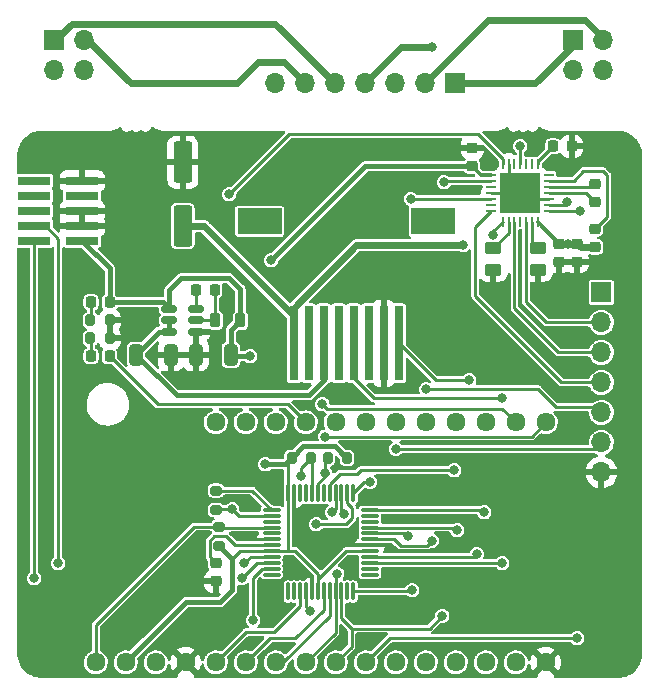
<source format=gbr>
G04 #@! TF.GenerationSoftware,KiCad,Pcbnew,(5.99.0-6632-gb710573c5)*
G04 #@! TF.CreationDate,2020-11-23T17:19:51-05:00*
G04 #@! TF.ProjectId,syringe_board,73797269-6e67-4655-9f62-6f6172642e6b,3.3*
G04 #@! TF.SameCoordinates,Original*
G04 #@! TF.FileFunction,Copper,L1,Top*
G04 #@! TF.FilePolarity,Positive*
%FSLAX46Y46*%
G04 Gerber Fmt 4.6, Leading zero omitted, Abs format (unit mm)*
G04 Created by KiCad (PCBNEW (5.99.0-6632-gb710573c5)) date 2020-11-23 17:19:51*
%MOMM*%
%LPD*%
G01*
G04 APERTURE LIST*
G04 Aperture macros list*
%AMRoundRect*
0 Rectangle with rounded corners*
0 $1 Rounding radius*
0 $2 $3 $4 $5 $6 $7 $8 $9 X,Y pos of 4 corners*
0 Add a 4 corners polygon primitive as box body*
4,1,4,$2,$3,$4,$5,$6,$7,$8,$9,$2,$3,0*
0 Add four circle primitives for the rounded corners*
1,1,$1+$1,$2,$3,0*
1,1,$1+$1,$4,$5,0*
1,1,$1+$1,$6,$7,0*
1,1,$1+$1,$8,$9,0*
0 Add four rect primitives between the rounded corners*
20,1,$1+$1,$2,$3,$4,$5,0*
20,1,$1+$1,$4,$5,$6,$7,0*
20,1,$1+$1,$6,$7,$8,$9,0*
20,1,$1+$1,$8,$9,$2,$3,0*%
G04 Aperture macros list end*
G04 #@! TA.AperFunction,SMDPad,CuDef*
%ADD10RoundRect,0.200000X0.200000X0.275000X-0.200000X0.275000X-0.200000X-0.275000X0.200000X-0.275000X0*%
G04 #@! TD*
G04 #@! TA.AperFunction,SMDPad,CuDef*
%ADD11RoundRect,0.200000X-0.200000X-0.275000X0.200000X-0.275000X0.200000X0.275000X-0.200000X0.275000X0*%
G04 #@! TD*
G04 #@! TA.AperFunction,ComponentPad*
%ADD12C,1.609600*%
G04 #@! TD*
G04 #@! TA.AperFunction,SMDPad,CuDef*
%ADD13RoundRect,0.225000X0.250000X-0.225000X0.250000X0.225000X-0.250000X0.225000X-0.250000X-0.225000X0*%
G04 #@! TD*
G04 #@! TA.AperFunction,SMDPad,CuDef*
%ADD14RoundRect,0.225000X-0.250000X0.225000X-0.250000X-0.225000X0.250000X-0.225000X0.250000X0.225000X0*%
G04 #@! TD*
G04 #@! TA.AperFunction,SMDPad,CuDef*
%ADD15RoundRect,0.250000X0.450000X-0.262500X0.450000X0.262500X-0.450000X0.262500X-0.450000X-0.262500X0*%
G04 #@! TD*
G04 #@! TA.AperFunction,SMDPad,CuDef*
%ADD16RoundRect,0.250000X0.550000X-1.500000X0.550000X1.500000X-0.550000X1.500000X-0.550000X-1.500000X0*%
G04 #@! TD*
G04 #@! TA.AperFunction,SMDPad,CuDef*
%ADD17RoundRect,0.250000X-0.450000X0.262500X-0.450000X-0.262500X0.450000X-0.262500X0.450000X0.262500X0*%
G04 #@! TD*
G04 #@! TA.AperFunction,SMDPad,CuDef*
%ADD18RoundRect,0.218750X-0.218750X-0.256250X0.218750X-0.256250X0.218750X0.256250X-0.218750X0.256250X0*%
G04 #@! TD*
G04 #@! TA.AperFunction,SMDPad,CuDef*
%ADD19RoundRect,0.062500X0.337500X0.062500X-0.337500X0.062500X-0.337500X-0.062500X0.337500X-0.062500X0*%
G04 #@! TD*
G04 #@! TA.AperFunction,SMDPad,CuDef*
%ADD20RoundRect,0.062500X0.062500X0.337500X-0.062500X0.337500X-0.062500X-0.337500X0.062500X-0.337500X0*%
G04 #@! TD*
G04 #@! TA.AperFunction,ComponentPad*
%ADD21C,0.500000*%
G04 #@! TD*
G04 #@! TA.AperFunction,SMDPad,CuDef*
%ADD22R,3.350000X3.350000*%
G04 #@! TD*
G04 #@! TA.AperFunction,SMDPad,CuDef*
%ADD23RoundRect,0.225000X0.225000X0.250000X-0.225000X0.250000X-0.225000X-0.250000X0.225000X-0.250000X0*%
G04 #@! TD*
G04 #@! TA.AperFunction,SMDPad,CuDef*
%ADD24RoundRect,0.200000X-0.275000X0.200000X-0.275000X-0.200000X0.275000X-0.200000X0.275000X0.200000X0*%
G04 #@! TD*
G04 #@! TA.AperFunction,SMDPad,CuDef*
%ADD25RoundRect,0.218750X-0.218750X-0.381250X0.218750X-0.381250X0.218750X0.381250X-0.218750X0.381250X0*%
G04 #@! TD*
G04 #@! TA.AperFunction,SMDPad,CuDef*
%ADD26RoundRect,0.075000X0.075000X-0.662500X0.075000X0.662500X-0.075000X0.662500X-0.075000X-0.662500X0*%
G04 #@! TD*
G04 #@! TA.AperFunction,SMDPad,CuDef*
%ADD27RoundRect,0.075000X0.662500X-0.075000X0.662500X0.075000X-0.662500X0.075000X-0.662500X-0.075000X0*%
G04 #@! TD*
G04 #@! TA.AperFunction,ComponentPad*
%ADD28R,1.700000X1.700000*%
G04 #@! TD*
G04 #@! TA.AperFunction,ComponentPad*
%ADD29O,1.700000X1.700000*%
G04 #@! TD*
G04 #@! TA.AperFunction,SMDPad,CuDef*
%ADD30R,2.795000X0.740000*%
G04 #@! TD*
G04 #@! TA.AperFunction,SMDPad,CuDef*
%ADD31RoundRect,0.250000X-0.325000X-0.650000X0.325000X-0.650000X0.325000X0.650000X-0.325000X0.650000X0*%
G04 #@! TD*
G04 #@! TA.AperFunction,SMDPad,CuDef*
%ADD32RoundRect,0.150000X-0.512500X-0.150000X0.512500X-0.150000X0.512500X0.150000X-0.512500X0.150000X0*%
G04 #@! TD*
G04 #@! TA.AperFunction,SMDPad,CuDef*
%ADD33RoundRect,0.200000X0.275000X-0.200000X0.275000X0.200000X-0.275000X0.200000X-0.275000X-0.200000X0*%
G04 #@! TD*
G04 #@! TA.AperFunction,SMDPad,CuDef*
%ADD34RoundRect,0.250000X0.325000X0.650000X-0.325000X0.650000X-0.325000X-0.650000X0.325000X-0.650000X0*%
G04 #@! TD*
G04 #@! TA.AperFunction,SMDPad,CuDef*
%ADD35R,0.760000X6.350000*%
G04 #@! TD*
G04 #@! TA.AperFunction,SMDPad,CuDef*
%ADD36R,3.700000X2.200000*%
G04 #@! TD*
G04 #@! TA.AperFunction,SMDPad,CuDef*
%ADD37RoundRect,0.225000X-0.225000X-0.250000X0.225000X-0.250000X0.225000X0.250000X-0.225000X0.250000X0*%
G04 #@! TD*
G04 #@! TA.AperFunction,ViaPad*
%ADD38C,0.800000*%
G04 #@! TD*
G04 #@! TA.AperFunction,Conductor*
%ADD39C,0.609600*%
G04 #@! TD*
G04 #@! TA.AperFunction,Conductor*
%ADD40C,0.304800*%
G04 #@! TD*
G04 #@! TA.AperFunction,Conductor*
%ADD41C,0.254000*%
G04 #@! TD*
G04 #@! TA.AperFunction,Conductor*
%ADD42C,0.457200*%
G04 #@! TD*
G04 #@! TA.AperFunction,Conductor*
%ADD43C,0.250000*%
G04 #@! TD*
G04 APERTURE END LIST*
D10*
X144081000Y-110208637D03*
X142431000Y-110208637D03*
D11*
X122345000Y-100076000D03*
X123995000Y-100076000D03*
D12*
X122809000Y-127508000D03*
X125349000Y-127508000D03*
X127889000Y-127508000D03*
X130429000Y-127508000D03*
X132969000Y-127508000D03*
X135509000Y-127508000D03*
X138049000Y-127508000D03*
X140589000Y-127508000D03*
X143129000Y-127508000D03*
X145669000Y-127508000D03*
X148209000Y-127508000D03*
X150749000Y-127508000D03*
X153289000Y-127508000D03*
X155829000Y-127508000D03*
X158369000Y-127508000D03*
X160909000Y-127508000D03*
X160909000Y-107188000D03*
X158369000Y-107188000D03*
X155829000Y-107188000D03*
X153289000Y-107188000D03*
X150749000Y-107188000D03*
X148209000Y-107188000D03*
X145669000Y-107188000D03*
X143129000Y-107188000D03*
X140589000Y-107188000D03*
X138049000Y-107188000D03*
X135509000Y-107188000D03*
X132969000Y-107188000D03*
D13*
X162056000Y-93611250D03*
X162056000Y-92061250D03*
D14*
X154690000Y-83958750D03*
X154690000Y-85508750D03*
D15*
X160278000Y-94256750D03*
X160278000Y-92431750D03*
D13*
X165104000Y-88531250D03*
X165104000Y-86981250D03*
D16*
X130175000Y-90584000D03*
X130175000Y-85184000D03*
D11*
X139383000Y-110208637D03*
X141033000Y-110208637D03*
D17*
X156468000Y-92431750D03*
X156468000Y-94256750D03*
D18*
X122402500Y-101600000D03*
X123977500Y-101600000D03*
D19*
X161204000Y-89256250D03*
X161204000Y-88756250D03*
X161204000Y-88256250D03*
X161204000Y-87756250D03*
X161204000Y-87256250D03*
X161204000Y-86756250D03*
X161204000Y-86256250D03*
D20*
X160254000Y-85306250D03*
X159754000Y-85306250D03*
X159254000Y-85306250D03*
X158754000Y-85306250D03*
X158254000Y-85306250D03*
X157754000Y-85306250D03*
X157254000Y-85306250D03*
D19*
X156304000Y-86256250D03*
X156304000Y-86756250D03*
X156304000Y-87256250D03*
X156304000Y-87756250D03*
X156304000Y-88256250D03*
X156304000Y-88756250D03*
X156304000Y-89256250D03*
D20*
X157254000Y-90206250D03*
X157754000Y-90206250D03*
X158254000Y-90206250D03*
X158754000Y-90206250D03*
X159254000Y-90206250D03*
X159754000Y-90206250D03*
X160254000Y-90206250D03*
D21*
X158754000Y-88756250D03*
X157754000Y-87756250D03*
X159754000Y-88756250D03*
D22*
X158754000Y-87756250D03*
D21*
X159754000Y-86756250D03*
X157754000Y-86756250D03*
X157754000Y-88756250D03*
X158754000Y-86756250D03*
X159754000Y-87756250D03*
X158754000Y-87756250D03*
D14*
X163580000Y-92061250D03*
X163580000Y-93611250D03*
D23*
X163085000Y-83819250D03*
X161535000Y-83819250D03*
D13*
X165104000Y-92341250D03*
X165104000Y-90791250D03*
D24*
X132969000Y-112967000D03*
X132969000Y-114617000D03*
D18*
X122402500Y-97028000D03*
X123977500Y-97028000D03*
D25*
X132928000Y-98552000D03*
X135053000Y-98552000D03*
D26*
X139109000Y-121510500D03*
X139609000Y-121510500D03*
X140109000Y-121510500D03*
X140609000Y-121510500D03*
X141109000Y-121510500D03*
X141609000Y-121510500D03*
X142109000Y-121510500D03*
X142609000Y-121510500D03*
X143109000Y-121510500D03*
X143609000Y-121510500D03*
X144109000Y-121510500D03*
X144609000Y-121510500D03*
D27*
X146021500Y-120098000D03*
X146021500Y-119598000D03*
X146021500Y-119098000D03*
X146021500Y-118598000D03*
X146021500Y-118098000D03*
X146021500Y-117598000D03*
X146021500Y-117098000D03*
X146021500Y-116598000D03*
X146021500Y-116098000D03*
X146021500Y-115598000D03*
X146021500Y-115098000D03*
X146021500Y-114598000D03*
D26*
X144609000Y-113185500D03*
X144109000Y-113185500D03*
X143609000Y-113185500D03*
X143109000Y-113185500D03*
X142609000Y-113185500D03*
X142109000Y-113185500D03*
X141609000Y-113185500D03*
X141109000Y-113185500D03*
X140609000Y-113185500D03*
X140109000Y-113185500D03*
X139609000Y-113185500D03*
X139109000Y-113185500D03*
D27*
X137696500Y-114598000D03*
X137696500Y-115098000D03*
X137696500Y-115598000D03*
X137696500Y-116098000D03*
X137696500Y-116598000D03*
X137696500Y-117098000D03*
X137696500Y-117598000D03*
X137696500Y-118098000D03*
X137696500Y-118598000D03*
X137696500Y-119098000D03*
X137696500Y-119598000D03*
X137696500Y-120098000D03*
D28*
X119275000Y-74778000D03*
D29*
X121815000Y-74778000D03*
X119275000Y-77318000D03*
X121815000Y-77318000D03*
D28*
X165608000Y-96192000D03*
D29*
X165608000Y-98732000D03*
X165608000Y-101272000D03*
X165608000Y-103812000D03*
X165608000Y-106352000D03*
X165608000Y-108892000D03*
X165608000Y-111432000D03*
D30*
X121666500Y-91821000D03*
X117601500Y-91821000D03*
X121666500Y-90551000D03*
X117601500Y-90551000D03*
X121666500Y-89281000D03*
X117601500Y-89281000D03*
X121666500Y-88011000D03*
X117601500Y-88011000D03*
X121666500Y-86741000D03*
X117601500Y-86741000D03*
D28*
X153237000Y-78486000D03*
D29*
X150697000Y-78486000D03*
X148157000Y-78486000D03*
X145617000Y-78486000D03*
X143077000Y-78486000D03*
X140537000Y-78486000D03*
X137997000Y-78486000D03*
D14*
X132969000Y-119113000D03*
X132969000Y-120663000D03*
D31*
X126227726Y-101473000D03*
X129177726Y-101473000D03*
D28*
X163217000Y-74778000D03*
D29*
X165757000Y-74778000D03*
X163217000Y-77318000D03*
X165757000Y-77318000D03*
D32*
X129043000Y-97602000D03*
X129043000Y-98552000D03*
X129043000Y-99502000D03*
X131318000Y-99502000D03*
X131318000Y-98552000D03*
X131318000Y-97602000D03*
D33*
X133252762Y-117665000D03*
X133252762Y-116015000D03*
D34*
X134231469Y-101473000D03*
X131281469Y-101473000D03*
D11*
X122345000Y-98552000D03*
X123995000Y-98552000D03*
D35*
X148463000Y-100501000D03*
X147193000Y-100501000D03*
X145923000Y-100501000D03*
X144653000Y-100501000D03*
X143383000Y-100501000D03*
X142113000Y-100501000D03*
X140843000Y-100501000D03*
X139573000Y-100501000D03*
D36*
X151368000Y-90176000D03*
X136668000Y-90176000D03*
D37*
X131310500Y-96012000D03*
X132860500Y-96012000D03*
D38*
X153924000Y-92202002D03*
X162796500Y-92048750D03*
X156464000Y-91304250D03*
X139446000Y-119735600D03*
X126238000Y-98806000D03*
X135636000Y-116840000D03*
X141478000Y-117348000D03*
X141478000Y-85344000D03*
X137160000Y-110744000D03*
X135890000Y-101600000D03*
X137668000Y-93472000D03*
X154432000Y-103632000D03*
X155052586Y-118370990D03*
X141478000Y-115824000D03*
X142240000Y-108391390D03*
X142240000Y-111506000D03*
X141986000Y-105664000D03*
X140208000Y-111760000D03*
X134366000Y-114554000D03*
X134112000Y-87884000D03*
X149281719Y-116825010D03*
X151257000Y-117221000D03*
X153416000Y-116332000D03*
X157226000Y-105156000D03*
X157226000Y-119126000D03*
X149479000Y-88265000D03*
X143256000Y-120015000D03*
X152146000Y-123571000D03*
X152273000Y-86868000D03*
X150774400Y-104394000D03*
X149606000Y-121412000D03*
X155702000Y-114808000D03*
X146043976Y-112261976D03*
X158750000Y-83820000D03*
X143800990Y-114967441D03*
X148209000Y-109448600D03*
X142812816Y-114814026D03*
X153162000Y-111252000D03*
X136144000Y-123952000D03*
X163576000Y-125476000D03*
X162687000Y-88519000D03*
X117602000Y-120396000D03*
X135194610Y-120389198D03*
X119634000Y-119126000D03*
X135382000Y-119126000D03*
X151279000Y-75438000D03*
X163830000Y-89281000D03*
X140965331Y-123185331D03*
D39*
X163885000Y-92353750D02*
X163580000Y-92048750D01*
X131986000Y-90584000D02*
X130175000Y-90584000D01*
X139573000Y-98171000D02*
X131986000Y-90584000D01*
X144873090Y-92202000D02*
X153924000Y-92202000D01*
X139573000Y-97502090D02*
X144873090Y-92202000D01*
D40*
X160254000Y-90206250D02*
X160254000Y-90246750D01*
D39*
X162796500Y-92048750D02*
X162056000Y-92048750D01*
D40*
X160254000Y-90246750D02*
X162056000Y-92048750D01*
D39*
X163580000Y-92048750D02*
X162796500Y-92048750D01*
X139573000Y-100501000D02*
X139573000Y-97502090D01*
X139573000Y-100501000D02*
X139573000Y-98171000D01*
D41*
X157254000Y-90206250D02*
X156464000Y-90996250D01*
X156464000Y-90996250D02*
X156464000Y-91304250D01*
D39*
X165104000Y-92353750D02*
X163885000Y-92353750D01*
D41*
X157754000Y-85306250D02*
X157754000Y-86756250D01*
X159254000Y-88256250D02*
X158754000Y-87756250D01*
X161204000Y-88256250D02*
X159254000Y-88256250D01*
X157754000Y-86756250D02*
X158754000Y-87756250D01*
X156304000Y-87756250D02*
X158754000Y-87756250D01*
D42*
X123977500Y-97028000D02*
X123977500Y-94132000D01*
X143029170Y-109220000D02*
X144081000Y-110271830D01*
X123977500Y-94132000D02*
X121666500Y-91821000D01*
D41*
X139002528Y-118098000D02*
X139688000Y-118098000D01*
D42*
X139383000Y-110208637D02*
X140371637Y-109220000D01*
D41*
X141609000Y-120019000D02*
X141609000Y-120704472D01*
D42*
X134358469Y-101600000D02*
X134231469Y-101473000D01*
D41*
X139688000Y-118098000D02*
X141609000Y-120019000D01*
X137696500Y-118098000D02*
X137689499Y-118090999D01*
X146021500Y-118098000D02*
X143995736Y-118098000D01*
D42*
X134231469Y-99373531D02*
X135053000Y-98552000D01*
D41*
X139109000Y-117991528D02*
X139002528Y-118098000D01*
D42*
X133350000Y-122428000D02*
X134366000Y-121412000D01*
D41*
X141609000Y-120484736D02*
X141609000Y-120704472D01*
D42*
X145631250Y-85508750D02*
X137668000Y-93472000D01*
D41*
X143995736Y-118098000D02*
X141609000Y-120484736D01*
D42*
X129043000Y-96001000D02*
X130048000Y-94996000D01*
X138847637Y-110744000D02*
X137160000Y-110744000D01*
X134366000Y-121412000D02*
X134366000Y-118778238D01*
D41*
X139109000Y-110482637D02*
X139383000Y-110208637D01*
D40*
X156304000Y-86256250D02*
X155425000Y-86256250D01*
D42*
X125349000Y-127508000D02*
X130429000Y-122428000D01*
D41*
X135053239Y-118090999D02*
X134366000Y-118778238D01*
D40*
X155425000Y-86256250D02*
X154690000Y-85521250D01*
D42*
X130048000Y-94996000D02*
X134112000Y-94996000D01*
X154690000Y-85508750D02*
X145631250Y-85508750D01*
X134231469Y-101473000D02*
X134231469Y-99373531D01*
D41*
X139109000Y-113185500D02*
X139109000Y-110482637D01*
D42*
X140371637Y-109220000D02*
X143029170Y-109220000D01*
D41*
X137689499Y-118090999D02*
X135053239Y-118090999D01*
D42*
X129043000Y-97602000D02*
X129043000Y-96001000D01*
X134366000Y-118778238D02*
X133252762Y-117665000D01*
D41*
X137696500Y-118098000D02*
X139002528Y-118098000D01*
X141609000Y-120704472D02*
X141609000Y-121510500D01*
D42*
X130429000Y-122428000D02*
X133350000Y-122428000D01*
X135053000Y-95937000D02*
X135053000Y-98552000D01*
X134112000Y-94996000D02*
X135053000Y-95937000D01*
D41*
X139109000Y-113185500D02*
X139109000Y-117991528D01*
D42*
X128469000Y-97028000D02*
X123977500Y-97028000D01*
X129043000Y-97602000D02*
X128469000Y-97028000D01*
X139383000Y-110208637D02*
X138847637Y-110744000D01*
X135890000Y-101600000D02*
X134358469Y-101600000D01*
D43*
X133252762Y-116015000D02*
X131127000Y-116015000D01*
X133252762Y-116015000D02*
X133335762Y-116098000D01*
X131127000Y-116015000D02*
X122809000Y-124333000D01*
X133335762Y-116098000D02*
X137696500Y-116098000D01*
X122809000Y-124333000D02*
X122809000Y-127508000D01*
X122402500Y-97028000D02*
X122402500Y-98494500D01*
X122402500Y-98494500D02*
X122345000Y-98552000D01*
X151594000Y-103632000D02*
X154432000Y-103632000D01*
D41*
X146021500Y-118598000D02*
X154825576Y-118598000D01*
X154825576Y-118598000D02*
X155052586Y-118370990D01*
D43*
X148463000Y-100501000D02*
X151594000Y-103632000D01*
X165104000Y-88543750D02*
X164316500Y-87756250D01*
X164316500Y-87756250D02*
X161204000Y-87756250D01*
X140589000Y-107188000D02*
X139065000Y-105664000D01*
X144018000Y-115824000D02*
X141478000Y-115824000D01*
X144109000Y-113185500D02*
X144109000Y-113988702D01*
X139065000Y-105664000D02*
X128041500Y-105664000D01*
X144109000Y-113988702D02*
X144526000Y-114405702D01*
X144526000Y-114405702D02*
X144526000Y-115316000D01*
X144526000Y-115316000D02*
X144018000Y-115824000D01*
X128041500Y-105664000D02*
X123977500Y-101600000D01*
X132969000Y-112967000D02*
X136065500Y-112967000D01*
X136065500Y-112967000D02*
X137696500Y-114598000D01*
X141609000Y-112382300D02*
X141609000Y-113185500D01*
X142431000Y-110563478D02*
X142431000Y-110271830D01*
X159705610Y-108391390D02*
X142240000Y-108391390D01*
X160909000Y-107188000D02*
X159705610Y-108391390D01*
X142240000Y-110399637D02*
X142431000Y-110208637D01*
X142231300Y-111760000D02*
X141609000Y-112382300D01*
X142431000Y-111569000D02*
X142240000Y-111506000D01*
X142240000Y-111506000D02*
X142240000Y-110399637D01*
X142240000Y-111506000D02*
X142231300Y-111760000D01*
X141109000Y-113185500D02*
X141109000Y-110284637D01*
X140208000Y-111760000D02*
X140208000Y-111033637D01*
X157239199Y-106058199D02*
X142380199Y-106058199D01*
X158369000Y-107188000D02*
X157239199Y-106058199D01*
X140208000Y-111033637D02*
X141033000Y-110208637D01*
X141109000Y-110284637D02*
X141033000Y-110208637D01*
X142380199Y-106058199D02*
X141986000Y-105664000D01*
X131318000Y-98552000D02*
X132928000Y-98552000D01*
X132928000Y-98552000D02*
X132928000Y-96079500D01*
X132928000Y-96079500D02*
X132860500Y-96012000D01*
X131318000Y-97602000D02*
X131318000Y-96019500D01*
X131318000Y-96019500D02*
X131310500Y-96012000D01*
D42*
X140843000Y-104902000D02*
X129656726Y-104902000D01*
X126227726Y-101473000D02*
X128198726Y-99502000D01*
X129043000Y-99502000D02*
X129043000Y-98552000D01*
X129656726Y-104902000D02*
X126227726Y-101473000D01*
X142113000Y-103632000D02*
X140843000Y-104902000D01*
X128198726Y-99502000D02*
X129043000Y-99502000D01*
X142113000Y-100501000D02*
X142113000Y-103632000D01*
D43*
X134366000Y-114554000D02*
X133032000Y-114554000D01*
X157254000Y-85306250D02*
X157254000Y-84864000D01*
X155194000Y-82804000D02*
X139192000Y-82804000D01*
X134366000Y-114554000D02*
X134910000Y-115098000D01*
X157254000Y-84864000D02*
X155194000Y-82804000D01*
X139192000Y-82804000D02*
X134112000Y-87884000D01*
X133032000Y-114554000D02*
X132969000Y-114617000D01*
X134910000Y-115098000D02*
X137696500Y-115098000D01*
X146021500Y-116598000D02*
X149054709Y-116598000D01*
X149054709Y-116598000D02*
X149281719Y-116825010D01*
X146021500Y-117098000D02*
X148086000Y-117098000D01*
X146824700Y-117098000D02*
X146021500Y-117098000D01*
X148608999Y-117620999D02*
X150857001Y-117620999D01*
X148086000Y-117098000D02*
X148608999Y-117620999D01*
X150857001Y-117620999D02*
X151257000Y-117221000D01*
D41*
X146021500Y-116098000D02*
X153182000Y-116098000D01*
X153182000Y-116098000D02*
X153416000Y-116332000D01*
D43*
X146354800Y-105156000D02*
X157226000Y-105156000D01*
X157198000Y-119098000D02*
X157226000Y-119126000D01*
X144653000Y-103454200D02*
X146354800Y-105156000D01*
X144653000Y-100501000D02*
X144653000Y-103454200D01*
D41*
X157198000Y-119098000D02*
X146021500Y-119098000D01*
D43*
X140109000Y-122781000D02*
X140109000Y-121510500D01*
X137922000Y-124968000D02*
X140109000Y-122781000D01*
X135509000Y-124968000D02*
X137922000Y-124968000D01*
X132969000Y-127508000D02*
X135509000Y-124968000D01*
X142109000Y-123067000D02*
X142109000Y-121510500D01*
X135509000Y-127508000D02*
X137541000Y-125476000D01*
X139700000Y-125476000D02*
X142109000Y-123067000D01*
X137541000Y-125476000D02*
X139700000Y-125476000D01*
X138049000Y-127508000D02*
X138684000Y-127508000D01*
X142609000Y-123583000D02*
X142609000Y-121510500D01*
X138684000Y-127508000D02*
X142609000Y-123583000D01*
X143109000Y-121510500D02*
X143109000Y-120162000D01*
X140589000Y-127508000D02*
X143109000Y-124988000D01*
X149479000Y-88265000D02*
X156295250Y-88265000D01*
X143109000Y-124988000D02*
X143109000Y-121510500D01*
X156295250Y-88265000D02*
X156304000Y-88256250D01*
X143109000Y-120162000D02*
X143256000Y-120015000D01*
X143129000Y-127508000D02*
X143609000Y-127028000D01*
X143129000Y-127508000D02*
X144462500Y-126174500D01*
X143609000Y-123797000D02*
X144462500Y-124650500D01*
X143609000Y-121510500D02*
X143609000Y-123797000D01*
X152384750Y-86756250D02*
X156304000Y-86756250D01*
X144462500Y-126174500D02*
X144462500Y-124650500D01*
X152273000Y-86868000D02*
X152384750Y-86756250D01*
X151066500Y-124650500D02*
X152146000Y-123571000D01*
X144462500Y-124650500D02*
X151066500Y-124650500D01*
X161798000Y-105918000D02*
X160274000Y-104394000D01*
X144609000Y-121510500D02*
X149507500Y-121510500D01*
X149507500Y-121510500D02*
X149606000Y-121412000D01*
X165174000Y-105918000D02*
X161798000Y-105918000D01*
X150774400Y-104394000D02*
X160274000Y-104394000D01*
X165608000Y-106352000D02*
X165174000Y-105918000D01*
D41*
X155492000Y-114598000D02*
X146021500Y-114598000D01*
X155702000Y-114808000D02*
X155492000Y-114598000D01*
X144609000Y-113185500D02*
X145532524Y-112261976D01*
X145532524Y-112261976D02*
X146043976Y-112261976D01*
D43*
X158754000Y-83824000D02*
X158750000Y-83820000D01*
X158754000Y-85306250D02*
X158754000Y-83824000D01*
D41*
X143609000Y-114775451D02*
X143800990Y-114967441D01*
D43*
X165026000Y-109474000D02*
X148234400Y-109474000D01*
X148234400Y-109474000D02*
X148209000Y-109448600D01*
X165608000Y-108892000D02*
X165026000Y-109474000D01*
D41*
X143609000Y-113185500D02*
X143609000Y-114775451D01*
X143109000Y-113185500D02*
X143109000Y-114517842D01*
X143109000Y-114517842D02*
X142812816Y-114814026D01*
D43*
X144948308Y-111544010D02*
X145240318Y-111252000D01*
X143447290Y-111544010D02*
X144948308Y-111544010D01*
X142609000Y-112382300D02*
X143447290Y-111544010D01*
X142609000Y-113185500D02*
X142609000Y-112382300D01*
X145240318Y-111252000D02*
X153162000Y-111252000D01*
D41*
X137696500Y-119598000D02*
X136890472Y-119598000D01*
D43*
X162449750Y-88756250D02*
X161204000Y-88756250D01*
X147701000Y-125476000D02*
X163576000Y-125476000D01*
X162687000Y-88519000D02*
X162449750Y-88756250D01*
X145669000Y-127508000D02*
X147701000Y-125476000D01*
D41*
X136144000Y-120344472D02*
X136144000Y-123952000D01*
X136890472Y-119598000D02*
X136144000Y-120344472D01*
D43*
X122402500Y-100133500D02*
X122345000Y-100076000D01*
X122402500Y-101600000D02*
X122402500Y-100133500D01*
X132452752Y-118596752D02*
X132969000Y-119113000D01*
X134484000Y-117598000D02*
X134624000Y-117598000D01*
X132452752Y-117229248D02*
X132452752Y-118596752D01*
X133866000Y-116840000D02*
X132842000Y-116840000D01*
X132842000Y-116840000D02*
X132452752Y-117229248D01*
X134624000Y-117598000D02*
X137696500Y-117598000D01*
X134624000Y-117598000D02*
X133866000Y-116840000D01*
X164088000Y-85927450D02*
X165764400Y-85927450D01*
X166120000Y-86283050D02*
X166120000Y-89762750D01*
X161204000Y-86756250D02*
X163259200Y-86756250D01*
X165764400Y-85927450D02*
X166120000Y-86283050D01*
X163259200Y-86756250D02*
X164088000Y-85927450D01*
X166120000Y-89762750D02*
X165104000Y-90778750D01*
D41*
X160254000Y-85100250D02*
X161535000Y-83819250D01*
X160254000Y-85306250D02*
X160254000Y-85100250D01*
D43*
X136485808Y-119098000D02*
X135194610Y-120389198D01*
X117601500Y-91821000D02*
X117602000Y-91821500D01*
X137696500Y-119098000D02*
X136485808Y-119098000D01*
X117602000Y-91821500D02*
X117602000Y-120396000D01*
X165104000Y-86968750D02*
X164816500Y-87256250D01*
X164816500Y-87256250D02*
X161204000Y-87256250D01*
X117601500Y-90551000D02*
X118558634Y-90551000D01*
X119634000Y-91626366D02*
X119634000Y-119126000D01*
X135910000Y-118598000D02*
X135382000Y-119126000D01*
X137696500Y-118598000D02*
X135910000Y-118598000D01*
X118558634Y-90551000D02*
X119634000Y-91626366D01*
D39*
X160017000Y-78486000D02*
X153237000Y-78486000D01*
X163217000Y-75286000D02*
X160017000Y-78486000D01*
X163217000Y-74930000D02*
X163217000Y-75286000D01*
X165757000Y-74676000D02*
X164233000Y-73152000D01*
X156031000Y-73152000D02*
X150697000Y-78486000D01*
X164233000Y-73152000D02*
X156031000Y-73152000D01*
X145617000Y-78486000D02*
X148665000Y-75438000D01*
X148665000Y-75438000D02*
X151279000Y-75438000D01*
D41*
X163805250Y-89256250D02*
X163830000Y-89281000D01*
X161204000Y-89256250D02*
X163805250Y-89256250D01*
X165608000Y-98732000D02*
X160962000Y-98732000D01*
X160962000Y-98732000D02*
X159250990Y-97020990D01*
X159250990Y-90209260D02*
X159254000Y-90206250D01*
X159250990Y-97028000D02*
X159250990Y-90209260D01*
X158254000Y-96650250D02*
X158254000Y-90206250D01*
X158254000Y-97548000D02*
X158254000Y-96520000D01*
X165608000Y-101272000D02*
X161978000Y-101272000D01*
X161978000Y-101272000D02*
X158254000Y-97548000D01*
X162232000Y-103812000D02*
X154940000Y-96520000D01*
X154940000Y-96520000D02*
X154940000Y-90620250D01*
X165608000Y-103812000D02*
X162232000Y-103812000D01*
X154940000Y-90620250D02*
X156304000Y-89256250D01*
D39*
X138014199Y-73423199D02*
X143077000Y-78486000D01*
X120781801Y-73423199D02*
X138014199Y-73423199D01*
X119529000Y-74676000D02*
X120781801Y-73423199D01*
X134769000Y-78486000D02*
X136547000Y-76708000D01*
X138759000Y-76708000D02*
X140537000Y-78486000D01*
X122069000Y-74778000D02*
X125777000Y-78486000D01*
X136547000Y-76708000D02*
X138759000Y-76708000D01*
X125777000Y-78486000D02*
X134769000Y-78486000D01*
D43*
X157754000Y-90206250D02*
X157754000Y-91120750D01*
X157754000Y-91120750D02*
X156468000Y-92406750D01*
X159754000Y-91882750D02*
X160278000Y-92406750D01*
X159754000Y-90206250D02*
X159754000Y-91882750D01*
X140609000Y-122829000D02*
X140965331Y-123185331D01*
X140609000Y-121510500D02*
X140609000Y-122829000D01*
G04 #@! TA.AperFunction,Conductor*
G36*
X157706614Y-82178105D02*
G01*
X157773176Y-82255771D01*
X157792304Y-82319730D01*
X157797535Y-82327558D01*
X157797536Y-82327561D01*
X157862235Y-82424390D01*
X157867468Y-82432221D01*
X157972386Y-82517638D01*
X157981117Y-82521174D01*
X157981118Y-82521175D01*
X158030319Y-82541103D01*
X158097782Y-82568428D01*
X158107167Y-82569241D01*
X158107168Y-82569241D01*
X158223190Y-82579290D01*
X158223193Y-82579290D01*
X158232570Y-82580102D01*
X158241771Y-82578121D01*
X158241773Y-82578121D01*
X158355627Y-82553609D01*
X158355630Y-82553608D01*
X158364831Y-82551627D01*
X158373043Y-82547028D01*
X158373046Y-82547027D01*
X158459177Y-82498791D01*
X158482873Y-82485521D01*
X158511791Y-82455207D01*
X158573280Y-82419724D01*
X158644196Y-82423118D01*
X158682509Y-82444467D01*
X158698678Y-82457630D01*
X158751482Y-82500619D01*
X158772386Y-82517638D01*
X158781117Y-82521174D01*
X158781118Y-82521175D01*
X158830319Y-82541103D01*
X158897782Y-82568428D01*
X158907167Y-82569241D01*
X158907168Y-82569241D01*
X159023190Y-82579290D01*
X159023193Y-82579290D01*
X159032570Y-82580102D01*
X159041771Y-82578121D01*
X159041773Y-82578121D01*
X159155627Y-82553609D01*
X159155630Y-82553608D01*
X159164831Y-82551627D01*
X159173043Y-82547028D01*
X159173046Y-82547027D01*
X159259177Y-82498791D01*
X159282873Y-82485521D01*
X159311791Y-82455207D01*
X159373280Y-82419724D01*
X159444196Y-82423118D01*
X159482509Y-82444467D01*
X159498678Y-82457630D01*
X159551482Y-82500619D01*
X159572386Y-82517638D01*
X159581117Y-82521174D01*
X159581118Y-82521175D01*
X159630319Y-82541103D01*
X159697782Y-82568428D01*
X159707167Y-82569241D01*
X159707168Y-82569241D01*
X159823190Y-82579290D01*
X159823193Y-82579290D01*
X159832570Y-82580102D01*
X159841771Y-82578121D01*
X159841773Y-82578121D01*
X159955627Y-82553609D01*
X159955630Y-82553608D01*
X159964831Y-82551627D01*
X159973043Y-82547028D01*
X159973046Y-82547027D01*
X160059177Y-82498791D01*
X160082873Y-82485521D01*
X160176258Y-82387627D01*
X160236731Y-82266603D01*
X160238278Y-82257309D01*
X160238844Y-82255567D01*
X160278919Y-82196962D01*
X160344316Y-82169326D01*
X160439669Y-82197985D01*
X160466400Y-82220415D01*
X160469700Y-82223184D01*
X160474537Y-82227459D01*
X160482476Y-82234850D01*
X160486088Y-82236936D01*
X160489142Y-82239498D01*
X160495429Y-82242722D01*
X160495432Y-82242724D01*
X160498731Y-82244415D01*
X160504233Y-82247411D01*
X160537474Y-82266603D01*
X160690717Y-82355080D01*
X160696245Y-82358465D01*
X160699342Y-82360472D01*
X160705327Y-82364351D01*
X160709246Y-82365777D01*
X160712699Y-82367771D01*
X160723024Y-82370957D01*
X160728953Y-82372950D01*
X160925446Y-82444467D01*
X160931240Y-82446576D01*
X160937282Y-82448953D01*
X160940715Y-82450407D01*
X160940720Y-82450408D01*
X160947281Y-82453187D01*
X160951395Y-82453912D01*
X160955136Y-82455274D01*
X160962159Y-82456155D01*
X160962158Y-82456155D01*
X160965823Y-82456615D01*
X160972007Y-82457547D01*
X161063384Y-82473659D01*
X161179166Y-82494074D01*
X161188109Y-82495988D01*
X161189746Y-82496401D01*
X161189751Y-82496402D01*
X161196660Y-82498145D01*
X161202949Y-82498278D01*
X161202964Y-82498280D01*
X161203038Y-82498283D01*
X161209082Y-82499349D01*
X161217905Y-82498910D01*
X161226819Y-82498782D01*
X161273508Y-82499768D01*
X161344517Y-82501268D01*
X161344520Y-82501268D01*
X161351586Y-82501417D01*
X161365300Y-82498592D01*
X161390722Y-82496000D01*
X166945572Y-82496000D01*
X166965561Y-82498431D01*
X166965618Y-82497994D01*
X166972692Y-82498912D01*
X166979606Y-82500619D01*
X167080540Y-82502238D01*
X167132364Y-82503069D01*
X167146789Y-82504131D01*
X167403195Y-82537887D01*
X167419360Y-82541102D01*
X167666602Y-82607350D01*
X167682210Y-82612648D01*
X167918694Y-82710604D01*
X167933466Y-82717889D01*
X168155142Y-82845874D01*
X168168832Y-82855022D01*
X168269782Y-82932484D01*
X168371911Y-83010851D01*
X168384302Y-83021718D01*
X168565286Y-83202702D01*
X168576153Y-83215092D01*
X168590703Y-83234054D01*
X168731978Y-83418168D01*
X168741134Y-83431871D01*
X168869117Y-83653542D01*
X168876398Y-83668309D01*
X168922808Y-83780352D01*
X168974353Y-83904794D01*
X168979651Y-83920401D01*
X169045897Y-84167635D01*
X169049112Y-84183800D01*
X169082869Y-84440211D01*
X169083931Y-84454636D01*
X169084132Y-84467192D01*
X169086378Y-84607202D01*
X169088061Y-84614069D01*
X169088965Y-84621085D01*
X169088569Y-84621136D01*
X169091001Y-84641281D01*
X169091000Y-126686572D01*
X169088569Y-126706561D01*
X169089006Y-126706618D01*
X169088088Y-126713692D01*
X169086381Y-126720606D01*
X169085378Y-126783140D01*
X169083931Y-126873364D01*
X169082869Y-126887789D01*
X169049113Y-127144194D01*
X169045898Y-127160359D01*
X168979651Y-127407600D01*
X168974353Y-127423207D01*
X168881561Y-127647228D01*
X168876399Y-127659689D01*
X168869115Y-127674460D01*
X168741136Y-127896125D01*
X168731980Y-127909827D01*
X168576161Y-128112898D01*
X168565294Y-128125290D01*
X168384306Y-128306280D01*
X168371914Y-128317147D01*
X168168834Y-128472976D01*
X168155135Y-128482130D01*
X168044301Y-128546120D01*
X167933472Y-128610107D01*
X167918691Y-128617397D01*
X167682206Y-128715354D01*
X167666598Y-128720652D01*
X167419365Y-128786897D01*
X167403200Y-128790112D01*
X167146789Y-128823869D01*
X167132364Y-128824931D01*
X167095379Y-128825524D01*
X166979798Y-128827378D01*
X166972931Y-128829061D01*
X166965915Y-128829965D01*
X166965864Y-128829568D01*
X166945723Y-128832000D01*
X161706525Y-128832000D01*
X161638404Y-128811998D01*
X161591911Y-128758342D01*
X161581807Y-128688068D01*
X161619271Y-128627152D01*
X161614174Y-128623078D01*
X161633860Y-128598450D01*
X161626794Y-128585005D01*
X160921811Y-127880021D01*
X160907868Y-127872408D01*
X160906034Y-127872539D01*
X160899420Y-127876790D01*
X160190483Y-128585728D01*
X160184056Y-128597498D01*
X160205062Y-128624649D01*
X160202688Y-128626485D01*
X160228073Y-128658241D01*
X160235384Y-128728860D01*
X160203355Y-128792221D01*
X160111475Y-128832000D01*
X131226525Y-128832000D01*
X131158404Y-128811998D01*
X131111911Y-128758342D01*
X131101807Y-128688068D01*
X131139271Y-128627152D01*
X131134174Y-128623078D01*
X131153860Y-128598450D01*
X131146794Y-128585005D01*
X130441811Y-127880021D01*
X130427868Y-127872408D01*
X130426034Y-127872539D01*
X130419420Y-127876790D01*
X129710483Y-128585728D01*
X129704056Y-128597498D01*
X129725062Y-128624649D01*
X129722688Y-128626485D01*
X129748073Y-128658241D01*
X129755384Y-128728860D01*
X129723355Y-128792221D01*
X129631475Y-128832000D01*
X118296428Y-128832000D01*
X118276439Y-128829569D01*
X118276382Y-128830006D01*
X118269308Y-128829088D01*
X118262394Y-128827381D01*
X118161460Y-128825762D01*
X118109636Y-128824931D01*
X118095211Y-128823869D01*
X117838806Y-128790113D01*
X117822641Y-128786898D01*
X117575400Y-128720651D01*
X117559793Y-128715353D01*
X117493921Y-128688068D01*
X117323306Y-128617397D01*
X117308540Y-128610115D01*
X117086871Y-128482134D01*
X117073173Y-128472980D01*
X116870102Y-128317161D01*
X116857710Y-128306294D01*
X116676720Y-128125306D01*
X116665853Y-128112914D01*
X116510024Y-127909834D01*
X116500867Y-127896130D01*
X116500865Y-127896125D01*
X116405734Y-127731354D01*
X116372893Y-127674472D01*
X116365603Y-127659691D01*
X116267646Y-127423206D01*
X116262348Y-127407598D01*
X116196103Y-127160365D01*
X116192888Y-127144200D01*
X116159131Y-126887789D01*
X116158069Y-126873364D01*
X116157476Y-126836379D01*
X116155622Y-126720798D01*
X116153939Y-126713931D01*
X116153035Y-126706915D01*
X116153432Y-126706864D01*
X116151000Y-126686723D01*
X116151000Y-92522000D01*
X116171002Y-92453879D01*
X116224658Y-92407386D01*
X116277000Y-92396000D01*
X117150500Y-92396000D01*
X117218621Y-92416002D01*
X117265114Y-92469658D01*
X117276500Y-92522000D01*
X117276501Y-119826941D01*
X117256499Y-119895062D01*
X117227205Y-119926904D01*
X117223116Y-119930042D01*
X117173847Y-119967847D01*
X117077622Y-120093250D01*
X117017132Y-120239285D01*
X117016054Y-120247473D01*
X117007806Y-120310120D01*
X116996500Y-120396000D01*
X117017132Y-120552715D01*
X117077622Y-120698750D01*
X117173847Y-120824153D01*
X117180393Y-120829176D01*
X117188034Y-120835039D01*
X117299250Y-120920378D01*
X117445285Y-120980868D01*
X117602000Y-121001500D01*
X117610188Y-121000422D01*
X117750527Y-120981946D01*
X117758715Y-120980868D01*
X117904750Y-120920378D01*
X118015966Y-120835039D01*
X118023607Y-120829176D01*
X118030153Y-120824153D01*
X118126378Y-120698750D01*
X118186868Y-120552715D01*
X118207500Y-120396000D01*
X118196194Y-120310120D01*
X118187946Y-120247473D01*
X118186868Y-120239285D01*
X118126378Y-120093250D01*
X118030153Y-119967847D01*
X117976795Y-119926904D01*
X117934929Y-119869567D01*
X117927500Y-119826942D01*
X117927500Y-92522000D01*
X117947502Y-92453879D01*
X118001158Y-92407386D01*
X118053500Y-92396000D01*
X118999000Y-92396000D01*
X119077450Y-92380395D01*
X119087766Y-92373502D01*
X119087769Y-92373501D01*
X119112498Y-92356977D01*
X119180251Y-92335762D01*
X119248718Y-92354545D01*
X119296161Y-92407362D01*
X119308500Y-92461742D01*
X119308501Y-118556941D01*
X119288499Y-118625062D01*
X119259205Y-118656904D01*
X119205847Y-118697847D01*
X119109622Y-118823250D01*
X119049132Y-118969285D01*
X119028500Y-119126000D01*
X119049132Y-119282715D01*
X119109622Y-119428750D01*
X119205847Y-119554153D01*
X119331250Y-119650378D01*
X119477285Y-119710868D01*
X119634000Y-119731500D01*
X119642188Y-119730422D01*
X119782527Y-119711946D01*
X119790715Y-119710868D01*
X119936750Y-119650378D01*
X120062153Y-119554153D01*
X120158378Y-119428750D01*
X120218868Y-119282715D01*
X120239500Y-119126000D01*
X120218868Y-118969285D01*
X120158378Y-118823250D01*
X120062153Y-118697847D01*
X120008795Y-118656904D01*
X119966929Y-118599567D01*
X119959500Y-118556942D01*
X119959500Y-105616751D01*
X122020619Y-105616751D01*
X122020843Y-105621418D01*
X122020843Y-105621423D01*
X122023675Y-105680378D01*
X122033454Y-105883974D01*
X122044981Y-105941923D01*
X122084616Y-106141181D01*
X122085647Y-106146365D01*
X122087226Y-106150763D01*
X122087228Y-106150770D01*
X122172383Y-106387946D01*
X122176050Y-106398160D01*
X122302678Y-106633826D01*
X122305473Y-106637570D01*
X122305475Y-106637572D01*
X122459957Y-106844449D01*
X122459962Y-106844455D01*
X122462749Y-106848187D01*
X122466058Y-106851467D01*
X122466063Y-106851473D01*
X122649429Y-107033245D01*
X122652746Y-107036533D01*
X122656508Y-107039291D01*
X122656511Y-107039294D01*
X122863832Y-107191307D01*
X122868496Y-107194727D01*
X122872627Y-107196901D01*
X122872628Y-107196901D01*
X123101123Y-107317118D01*
X123101129Y-107317120D01*
X123105258Y-107319293D01*
X123109665Y-107320832D01*
X123109672Y-107320835D01*
X123347901Y-107404028D01*
X123357832Y-107407496D01*
X123362425Y-107408368D01*
X123616079Y-107456526D01*
X123616082Y-107456526D01*
X123620668Y-107457397D01*
X123747695Y-107462388D01*
X123883326Y-107467717D01*
X123883331Y-107467717D01*
X123887994Y-107467900D01*
X123983897Y-107457397D01*
X124149282Y-107439285D01*
X124149288Y-107439284D01*
X124153935Y-107438775D01*
X124158459Y-107437584D01*
X124408128Y-107371852D01*
X124408130Y-107371851D01*
X124412651Y-107370661D01*
X124500712Y-107332827D01*
X124654162Y-107266900D01*
X124654164Y-107266899D01*
X124658456Y-107265055D01*
X124766297Y-107198321D01*
X124881979Y-107126735D01*
X124881983Y-107126732D01*
X124885952Y-107124276D01*
X125090141Y-106951417D01*
X125155569Y-106876811D01*
X125263455Y-106753791D01*
X125263459Y-106753786D01*
X125266537Y-106750276D01*
X125411265Y-106525272D01*
X125521145Y-106281346D01*
X125593764Y-106023859D01*
X125603856Y-105944529D01*
X125627128Y-105761596D01*
X125627128Y-105761592D01*
X125627526Y-105758466D01*
X125627620Y-105754903D01*
X125629571Y-105680378D01*
X125630000Y-105664000D01*
X125629766Y-105660850D01*
X125610521Y-105401869D01*
X125610520Y-105401865D01*
X125610174Y-105397204D01*
X125605442Y-105376289D01*
X125552161Y-105140826D01*
X125551130Y-105136269D01*
X125549437Y-105131915D01*
X125455859Y-104891280D01*
X125455858Y-104891278D01*
X125454166Y-104886927D01*
X125433887Y-104851445D01*
X125400823Y-104793596D01*
X125321413Y-104654657D01*
X125155786Y-104444560D01*
X124960923Y-104261252D01*
X124957076Y-104258583D01*
X124744949Y-104111424D01*
X124744946Y-104111422D01*
X124741107Y-104108759D01*
X124726716Y-104101662D01*
X124505353Y-103992498D01*
X124505350Y-103992497D01*
X124501165Y-103990433D01*
X124447664Y-103973307D01*
X124340111Y-103938879D01*
X124246369Y-103908872D01*
X124100880Y-103885178D01*
X123986928Y-103866620D01*
X123986927Y-103866620D01*
X123982316Y-103865869D01*
X123848561Y-103864118D01*
X123719484Y-103862428D01*
X123719481Y-103862428D01*
X123714807Y-103862367D01*
X123449719Y-103898444D01*
X123445233Y-103899752D01*
X123445231Y-103899752D01*
X123421157Y-103906769D01*
X123192876Y-103973307D01*
X122949919Y-104085311D01*
X122940861Y-104091250D01*
X122730099Y-104229431D01*
X122730094Y-104229435D01*
X122726186Y-104231997D01*
X122526592Y-104410142D01*
X122355521Y-104615831D01*
X122353092Y-104619834D01*
X122219198Y-104840485D01*
X122216733Y-104844547D01*
X122113276Y-105091265D01*
X122112125Y-105095797D01*
X122051762Y-105333478D01*
X122047422Y-105350565D01*
X122020619Y-105616751D01*
X119959500Y-105616751D01*
X119959500Y-92461742D01*
X119979502Y-92393621D01*
X120033158Y-92347128D01*
X120103432Y-92337024D01*
X120155502Y-92356977D01*
X120180231Y-92373501D01*
X120180234Y-92373502D01*
X120190550Y-92380395D01*
X120269000Y-92396000D01*
X121582472Y-92396000D01*
X121671567Y-92432905D01*
X123511496Y-94272835D01*
X123548401Y-94361930D01*
X123548400Y-96338512D01*
X123528398Y-96406633D01*
X123508476Y-96427729D01*
X123509676Y-96428929D01*
X123415929Y-96522676D01*
X123355740Y-96640804D01*
X123354189Y-96650594D01*
X123354189Y-96650595D01*
X123350965Y-96670954D01*
X123335000Y-96771750D01*
X123335000Y-97284250D01*
X123355740Y-97415196D01*
X123414622Y-97530758D01*
X123415929Y-97533324D01*
X123414859Y-97533869D01*
X123435455Y-97591583D01*
X123419378Y-97660736D01*
X123381028Y-97702623D01*
X123329744Y-97737869D01*
X123318432Y-97747842D01*
X123214574Y-97864409D01*
X123205966Y-97876795D01*
X123132912Y-98014770D01*
X123127507Y-98028850D01*
X123123537Y-98044654D01*
X123087542Y-98105849D01*
X123024176Y-98137870D01*
X122953558Y-98130549D01*
X122889066Y-98071161D01*
X122878077Y-98049595D01*
X122872652Y-98038947D01*
X122783053Y-97949348D01*
X122778360Y-97946957D01*
X122736584Y-97892778D01*
X122728000Y-97847067D01*
X122728000Y-97776802D01*
X122748002Y-97708681D01*
X122796797Y-97664535D01*
X122842029Y-97641488D01*
X122870324Y-97627071D01*
X122964071Y-97533324D01*
X123024260Y-97415196D01*
X123045000Y-97284250D01*
X123045000Y-96771750D01*
X123029035Y-96670954D01*
X123025811Y-96650595D01*
X123025811Y-96650594D01*
X123024260Y-96640804D01*
X122964071Y-96522676D01*
X122870324Y-96428929D01*
X122752196Y-96368740D01*
X122742406Y-96367189D01*
X122742405Y-96367189D01*
X122703947Y-96361098D01*
X122621250Y-96348000D01*
X122183750Y-96348000D01*
X122101053Y-96361098D01*
X122062595Y-96367189D01*
X122062594Y-96367189D01*
X122052804Y-96368740D01*
X121934676Y-96428929D01*
X121840929Y-96522676D01*
X121780740Y-96640804D01*
X121779189Y-96650594D01*
X121779189Y-96650595D01*
X121775965Y-96670954D01*
X121760000Y-96771750D01*
X121760000Y-97284250D01*
X121780740Y-97415196D01*
X121840929Y-97533324D01*
X121934676Y-97627071D01*
X121962971Y-97641488D01*
X122008203Y-97664535D01*
X122059818Y-97713283D01*
X122077000Y-97776802D01*
X122077000Y-97785488D01*
X122056998Y-97853609D01*
X122008203Y-97897755D01*
X121975016Y-97914665D01*
X121906947Y-97949348D01*
X121817348Y-98038947D01*
X121759822Y-98151848D01*
X121758272Y-98161637D01*
X121758271Y-98161639D01*
X121757171Y-98168586D01*
X121740000Y-98277000D01*
X121740000Y-98827000D01*
X121752205Y-98904061D01*
X121757982Y-98940532D01*
X121759822Y-98952152D01*
X121817348Y-99065053D01*
X121906947Y-99154652D01*
X121975278Y-99189468D01*
X121999349Y-99201733D01*
X122050964Y-99250481D01*
X122068030Y-99319396D01*
X122045129Y-99386598D01*
X121999350Y-99426266D01*
X121906947Y-99473348D01*
X121817348Y-99562947D01*
X121759822Y-99675848D01*
X121758272Y-99685637D01*
X121758271Y-99685639D01*
X121752308Y-99723290D01*
X121740000Y-99801000D01*
X121740000Y-100351000D01*
X121759822Y-100476152D01*
X121817348Y-100589053D01*
X121906947Y-100678652D01*
X121962000Y-100706703D01*
X122008203Y-100730245D01*
X122059818Y-100778994D01*
X122077000Y-100842512D01*
X122077000Y-100851198D01*
X122056998Y-100919319D01*
X122008203Y-100963465D01*
X121999768Y-100967763D01*
X121934676Y-101000929D01*
X121840929Y-101094676D01*
X121780740Y-101212804D01*
X121760000Y-101343750D01*
X121760000Y-101856250D01*
X121780740Y-101987196D01*
X121840929Y-102105324D01*
X121934676Y-102199071D01*
X122052804Y-102259260D01*
X122062594Y-102260811D01*
X122062595Y-102260811D01*
X122090793Y-102265277D01*
X122183750Y-102280000D01*
X122621250Y-102280000D01*
X122714207Y-102265277D01*
X122742405Y-102260811D01*
X122742406Y-102260811D01*
X122752196Y-102259260D01*
X122870324Y-102199071D01*
X122964071Y-102105324D01*
X123024260Y-101987196D01*
X123045000Y-101856250D01*
X123045000Y-101343750D01*
X123024260Y-101212804D01*
X122964071Y-101094676D01*
X122870324Y-101000929D01*
X122805232Y-100967763D01*
X122796797Y-100963465D01*
X122745182Y-100914717D01*
X122728000Y-100851198D01*
X122728000Y-100780933D01*
X122748002Y-100712812D01*
X122777676Y-100681391D01*
X122783053Y-100678652D01*
X122872652Y-100589053D01*
X122890032Y-100554943D01*
X122938781Y-100503328D01*
X123007695Y-100486262D01*
X123074897Y-100509163D01*
X123120165Y-100567608D01*
X123160453Y-100674227D01*
X123167438Y-100687588D01*
X123255869Y-100816256D01*
X123265842Y-100827568D01*
X123388081Y-100936479D01*
X123386476Y-100938280D01*
X123423634Y-100984435D01*
X123431191Y-101055028D01*
X123414557Y-101093977D01*
X123415929Y-101094676D01*
X123355740Y-101212804D01*
X123335000Y-101343750D01*
X123335000Y-101856250D01*
X123355740Y-101987196D01*
X123415929Y-102105324D01*
X123509676Y-102199071D01*
X123627804Y-102259260D01*
X123637594Y-102260811D01*
X123637595Y-102260811D01*
X123665793Y-102265277D01*
X123758750Y-102280000D01*
X124144984Y-102280000D01*
X124234079Y-102316905D01*
X126016053Y-104098880D01*
X127797565Y-105880392D01*
X127804992Y-105888496D01*
X127829059Y-105917178D01*
X127861694Y-105936019D01*
X127870960Y-105941923D01*
X127892793Y-105957211D01*
X127892799Y-105957214D01*
X127901825Y-105963534D01*
X127912470Y-105966387D01*
X127915641Y-105967865D01*
X127918918Y-105969058D01*
X127928462Y-105974568D01*
X127939314Y-105976482D01*
X127939315Y-105976482D01*
X127955266Y-105979295D01*
X127965576Y-105981113D01*
X127976300Y-105983490D01*
X127983343Y-105985378D01*
X128002045Y-105990389D01*
X128002047Y-105990389D01*
X128012694Y-105993242D01*
X128049990Y-105989979D01*
X128060972Y-105989500D01*
X132609611Y-105989500D01*
X132677732Y-106009502D01*
X132724225Y-106063158D01*
X132734329Y-106133432D01*
X132704835Y-106198012D01*
X132653118Y-106233750D01*
X132532322Y-106278194D01*
X132532318Y-106278196D01*
X132526333Y-106280398D01*
X132520917Y-106283756D01*
X132520913Y-106283758D01*
X132358298Y-106384583D01*
X132358294Y-106384586D01*
X132352875Y-106387946D01*
X132348237Y-106392332D01*
X132212160Y-106521014D01*
X132204586Y-106528176D01*
X132200924Y-106533406D01*
X132200923Y-106533407D01*
X132094982Y-106684707D01*
X132087523Y-106695359D01*
X132006468Y-106882667D01*
X132005163Y-106888914D01*
X132005162Y-106888917D01*
X131966038Y-107076193D01*
X131966037Y-107076198D01*
X131964732Y-107082447D01*
X131964586Y-107124276D01*
X131964088Y-107266900D01*
X131964019Y-107286539D01*
X132004360Y-107486606D01*
X132044233Y-107580540D01*
X132046632Y-107586191D01*
X132084106Y-107674475D01*
X132199999Y-107842471D01*
X132347305Y-107983733D01*
X132352701Y-107987131D01*
X132514604Y-108089088D01*
X132514608Y-108089090D01*
X132520007Y-108092490D01*
X132525976Y-108094734D01*
X132525981Y-108094736D01*
X132631433Y-108134372D01*
X132711051Y-108164298D01*
X132717349Y-108165296D01*
X132717351Y-108165296D01*
X132800502Y-108178466D01*
X132912631Y-108196225D01*
X133116515Y-108186967D01*
X133122697Y-108185403D01*
X133122702Y-108185402D01*
X133308176Y-108138470D01*
X133308178Y-108138469D01*
X133314372Y-108136902D01*
X133344414Y-108122379D01*
X133492373Y-108050853D01*
X133492375Y-108050852D01*
X133498121Y-108048074D01*
X133503190Y-108044198D01*
X133503194Y-108044196D01*
X133609084Y-107963237D01*
X133660256Y-107924113D01*
X133794153Y-107770081D01*
X133894343Y-107592272D01*
X133956733Y-107397949D01*
X133971170Y-107265055D01*
X133978420Y-107198321D01*
X133978420Y-107198314D01*
X133978775Y-107195050D01*
X133978800Y-107188000D01*
X133958175Y-106984952D01*
X133897143Y-106790197D01*
X133798196Y-106611693D01*
X133665378Y-106456731D01*
X133504112Y-106331641D01*
X133320988Y-106241533D01*
X133314812Y-106239924D01*
X133314806Y-106239922D01*
X133305241Y-106237431D01*
X133244361Y-106200904D01*
X133212895Y-106137262D01*
X133220831Y-106066710D01*
X133265650Y-106011649D01*
X133337001Y-105989500D01*
X135149611Y-105989500D01*
X135217732Y-106009502D01*
X135264225Y-106063158D01*
X135274329Y-106133432D01*
X135244835Y-106198012D01*
X135193118Y-106233750D01*
X135072322Y-106278194D01*
X135072318Y-106278196D01*
X135066333Y-106280398D01*
X135060917Y-106283756D01*
X135060913Y-106283758D01*
X134898298Y-106384583D01*
X134898294Y-106384586D01*
X134892875Y-106387946D01*
X134888237Y-106392332D01*
X134752160Y-106521014D01*
X134744586Y-106528176D01*
X134740924Y-106533406D01*
X134740923Y-106533407D01*
X134634982Y-106684707D01*
X134627523Y-106695359D01*
X134546468Y-106882667D01*
X134545163Y-106888914D01*
X134545162Y-106888917D01*
X134506038Y-107076193D01*
X134506037Y-107076198D01*
X134504732Y-107082447D01*
X134504586Y-107124276D01*
X134504088Y-107266900D01*
X134504019Y-107286539D01*
X134544360Y-107486606D01*
X134584233Y-107580540D01*
X134586632Y-107586191D01*
X134624106Y-107674475D01*
X134739999Y-107842471D01*
X134887305Y-107983733D01*
X134892701Y-107987131D01*
X135054604Y-108089088D01*
X135054608Y-108089090D01*
X135060007Y-108092490D01*
X135065976Y-108094734D01*
X135065981Y-108094736D01*
X135171433Y-108134372D01*
X135251051Y-108164298D01*
X135257349Y-108165296D01*
X135257351Y-108165296D01*
X135340502Y-108178466D01*
X135452631Y-108196225D01*
X135656515Y-108186967D01*
X135662697Y-108185403D01*
X135662702Y-108185402D01*
X135848176Y-108138470D01*
X135848178Y-108138469D01*
X135854372Y-108136902D01*
X135884414Y-108122379D01*
X136032373Y-108050853D01*
X136032375Y-108050852D01*
X136038121Y-108048074D01*
X136043190Y-108044198D01*
X136043194Y-108044196D01*
X136149084Y-107963237D01*
X136200256Y-107924113D01*
X136334153Y-107770081D01*
X136434343Y-107592272D01*
X136496733Y-107397949D01*
X136511170Y-107265055D01*
X136518420Y-107198321D01*
X136518420Y-107198314D01*
X136518775Y-107195050D01*
X136518800Y-107188000D01*
X136498175Y-106984952D01*
X136437143Y-106790197D01*
X136338196Y-106611693D01*
X136205378Y-106456731D01*
X136044112Y-106331641D01*
X135860988Y-106241533D01*
X135854812Y-106239924D01*
X135854806Y-106239922D01*
X135845241Y-106237431D01*
X135784361Y-106200904D01*
X135752895Y-106137262D01*
X135760831Y-106066710D01*
X135805650Y-106011649D01*
X135877001Y-105989500D01*
X137689611Y-105989500D01*
X137757732Y-106009502D01*
X137804225Y-106063158D01*
X137814329Y-106133432D01*
X137784835Y-106198012D01*
X137733118Y-106233750D01*
X137612322Y-106278194D01*
X137612318Y-106278196D01*
X137606333Y-106280398D01*
X137600917Y-106283756D01*
X137600913Y-106283758D01*
X137438298Y-106384583D01*
X137438294Y-106384586D01*
X137432875Y-106387946D01*
X137428237Y-106392332D01*
X137292160Y-106521014D01*
X137284586Y-106528176D01*
X137280924Y-106533406D01*
X137280923Y-106533407D01*
X137174982Y-106684707D01*
X137167523Y-106695359D01*
X137086468Y-106882667D01*
X137085163Y-106888914D01*
X137085162Y-106888917D01*
X137046038Y-107076193D01*
X137046037Y-107076198D01*
X137044732Y-107082447D01*
X137044586Y-107124276D01*
X137044088Y-107266900D01*
X137044019Y-107286539D01*
X137084360Y-107486606D01*
X137124233Y-107580540D01*
X137126632Y-107586191D01*
X137164106Y-107674475D01*
X137279999Y-107842471D01*
X137427305Y-107983733D01*
X137432701Y-107987131D01*
X137594604Y-108089088D01*
X137594608Y-108089090D01*
X137600007Y-108092490D01*
X137605976Y-108094734D01*
X137605981Y-108094736D01*
X137711433Y-108134372D01*
X137791051Y-108164298D01*
X137797349Y-108165296D01*
X137797351Y-108165296D01*
X137880502Y-108178466D01*
X137992631Y-108196225D01*
X138196515Y-108186967D01*
X138202697Y-108185403D01*
X138202702Y-108185402D01*
X138388176Y-108138470D01*
X138388178Y-108138469D01*
X138394372Y-108136902D01*
X138424414Y-108122379D01*
X138572373Y-108050853D01*
X138572375Y-108050852D01*
X138578121Y-108048074D01*
X138583190Y-108044198D01*
X138583194Y-108044196D01*
X138689084Y-107963237D01*
X138740256Y-107924113D01*
X138874153Y-107770081D01*
X138974343Y-107592272D01*
X139036733Y-107397949D01*
X139051170Y-107265055D01*
X139058420Y-107198321D01*
X139058420Y-107198314D01*
X139058775Y-107195050D01*
X139058800Y-107188000D01*
X139038175Y-106984952D01*
X138977143Y-106790197D01*
X138878196Y-106611693D01*
X138745378Y-106456731D01*
X138584112Y-106331641D01*
X138400988Y-106241533D01*
X138394812Y-106239924D01*
X138394806Y-106239922D01*
X138385241Y-106237431D01*
X138324361Y-106200904D01*
X138292895Y-106137262D01*
X138300831Y-106066710D01*
X138345650Y-106011649D01*
X138417001Y-105989500D01*
X138877985Y-105989500D01*
X138967080Y-106026405D01*
X139625382Y-106684707D01*
X139659408Y-106747019D01*
X139651924Y-106823841D01*
X139626468Y-106882667D01*
X139625162Y-106888919D01*
X139586038Y-107076193D01*
X139586037Y-107076198D01*
X139584732Y-107082447D01*
X139584586Y-107124276D01*
X139584088Y-107266900D01*
X139584019Y-107286539D01*
X139624360Y-107486606D01*
X139664233Y-107580540D01*
X139666632Y-107586191D01*
X139704106Y-107674475D01*
X139819999Y-107842471D01*
X139967305Y-107983733D01*
X139972701Y-107987131D01*
X140134604Y-108089088D01*
X140134608Y-108089090D01*
X140140007Y-108092490D01*
X140145976Y-108094734D01*
X140145981Y-108094736D01*
X140251433Y-108134372D01*
X140331051Y-108164298D01*
X140337349Y-108165296D01*
X140337351Y-108165296D01*
X140420502Y-108178466D01*
X140532631Y-108196225D01*
X140736515Y-108186967D01*
X140742697Y-108185403D01*
X140742702Y-108185402D01*
X140928176Y-108138470D01*
X140928178Y-108138469D01*
X140934372Y-108136902D01*
X140964414Y-108122379D01*
X141112373Y-108050853D01*
X141112375Y-108050852D01*
X141118121Y-108048074D01*
X141123190Y-108044198D01*
X141123194Y-108044196D01*
X141229084Y-107963237D01*
X141280256Y-107924113D01*
X141414153Y-107770081D01*
X141514343Y-107592272D01*
X141576733Y-107397949D01*
X141591170Y-107265055D01*
X141598420Y-107198321D01*
X141598420Y-107198314D01*
X141598775Y-107195050D01*
X141598800Y-107188000D01*
X141578175Y-106984952D01*
X141517143Y-106790197D01*
X141418196Y-106611693D01*
X141285378Y-106456731D01*
X141124112Y-106331641D01*
X140940988Y-106241533D01*
X140934810Y-106239924D01*
X140934808Y-106239923D01*
X140749667Y-106191697D01*
X140749664Y-106191697D01*
X140743485Y-106190087D01*
X140655902Y-106185497D01*
X140546053Y-106179740D01*
X140546049Y-106179740D01*
X140539672Y-106179406D01*
X140416645Y-106198012D01*
X140344187Y-106208970D01*
X140344186Y-106208970D01*
X140337873Y-106209925D01*
X140331885Y-106212128D01*
X140331878Y-106212130D01*
X140218587Y-106253813D01*
X140147750Y-106258563D01*
X140085985Y-106224659D01*
X139749822Y-105888496D01*
X139407521Y-105546196D01*
X139373496Y-105483883D01*
X139378560Y-105413068D01*
X139421107Y-105356232D01*
X139496616Y-105331100D01*
X140808773Y-105331100D01*
X140823582Y-105331973D01*
X140856635Y-105335885D01*
X140865900Y-105334193D01*
X140865901Y-105334193D01*
X140911519Y-105325862D01*
X140915422Y-105325212D01*
X140917748Y-105324862D01*
X140970643Y-105316910D01*
X140976845Y-105313932D01*
X140983612Y-105312696D01*
X141033149Y-105286964D01*
X141036689Y-105285195D01*
X141087000Y-105261036D01*
X141092052Y-105256366D01*
X141098158Y-105253194D01*
X141101492Y-105250346D01*
X141135516Y-105216322D01*
X141139082Y-105212892D01*
X141174869Y-105179811D01*
X141181785Y-105173418D01*
X141185529Y-105166971D01*
X141191227Y-105160611D01*
X142392210Y-103959629D01*
X142403299Y-103949774D01*
X142404719Y-103948655D01*
X142429445Y-103929162D01*
X142434801Y-103921412D01*
X142440448Y-103915399D01*
X142507717Y-103878073D01*
X142571450Y-103865395D01*
X142602760Y-103844475D01*
X142627641Y-103827850D01*
X142637957Y-103820957D01*
X142644850Y-103810641D01*
X142653628Y-103801863D01*
X142654995Y-103803230D01*
X142697709Y-103767532D01*
X142768152Y-103758682D01*
X142839622Y-103804613D01*
X142842372Y-103801863D01*
X142851150Y-103810641D01*
X142858043Y-103820957D01*
X142868359Y-103827850D01*
X142893241Y-103844475D01*
X142924550Y-103865395D01*
X143003000Y-103881000D01*
X143763000Y-103881000D01*
X143841450Y-103865395D01*
X143872760Y-103844475D01*
X143897641Y-103827850D01*
X143907957Y-103820957D01*
X143914850Y-103810641D01*
X143923628Y-103801863D01*
X143924995Y-103803230D01*
X143967709Y-103767532D01*
X144038152Y-103758682D01*
X144109622Y-103804613D01*
X144112372Y-103801863D01*
X144121150Y-103810641D01*
X144128043Y-103820957D01*
X144138359Y-103827850D01*
X144163241Y-103844475D01*
X144194550Y-103865395D01*
X144273000Y-103881000D01*
X144567284Y-103881000D01*
X144656380Y-103917905D01*
X145796973Y-105058500D01*
X146110872Y-105372399D01*
X146118297Y-105380502D01*
X146142359Y-105409178D01*
X146174994Y-105428019D01*
X146184260Y-105433923D01*
X146206093Y-105449211D01*
X146206099Y-105449214D01*
X146215125Y-105455534D01*
X146225770Y-105458387D01*
X146228941Y-105459865D01*
X146232218Y-105461058D01*
X146241762Y-105466568D01*
X146252614Y-105468482D01*
X146252615Y-105468482D01*
X146268566Y-105471295D01*
X146278876Y-105473113D01*
X146289600Y-105475490D01*
X146311260Y-105481294D01*
X146325061Y-105484992D01*
X146385684Y-105521944D01*
X146416705Y-105585805D01*
X146408277Y-105656299D01*
X146363074Y-105711046D01*
X146292450Y-105732699D01*
X142711043Y-105732699D01*
X142642922Y-105712697D01*
X142596429Y-105659041D01*
X142586121Y-105623145D01*
X142585895Y-105621423D01*
X142570868Y-105507285D01*
X142510378Y-105361250D01*
X142426017Y-105251308D01*
X142419176Y-105242393D01*
X142414153Y-105235847D01*
X142388708Y-105216322D01*
X142329546Y-105170926D01*
X142288750Y-105139622D01*
X142142715Y-105079132D01*
X141986000Y-105058500D01*
X141829285Y-105079132D01*
X141683250Y-105139622D01*
X141642454Y-105170926D01*
X141583293Y-105216322D01*
X141557847Y-105235847D01*
X141552824Y-105242393D01*
X141545983Y-105251308D01*
X141461622Y-105361250D01*
X141401132Y-105507285D01*
X141380500Y-105664000D01*
X141401132Y-105820715D01*
X141461622Y-105966750D01*
X141557847Y-106092153D01*
X141683250Y-106188378D01*
X141769700Y-106224187D01*
X141816326Y-106243500D01*
X141829285Y-106248868D01*
X141986000Y-106269500D01*
X142049499Y-106261140D01*
X142119647Y-106272079D01*
X142151545Y-106296657D01*
X142152226Y-106295845D01*
X142160671Y-106302931D01*
X142167758Y-106311377D01*
X142200393Y-106330218D01*
X142209659Y-106336122D01*
X142231492Y-106351410D01*
X142231498Y-106351413D01*
X142240524Y-106357733D01*
X142251172Y-106360586D01*
X142254337Y-106362062D01*
X142257613Y-106363254D01*
X142267161Y-106368767D01*
X142278016Y-106370681D01*
X142280584Y-106371616D01*
X142337755Y-106413711D01*
X142363092Y-106480033D01*
X142340701Y-106562287D01*
X142309502Y-106606844D01*
X142254982Y-106684707D01*
X142247523Y-106695359D01*
X142166468Y-106882667D01*
X142165163Y-106888914D01*
X142165162Y-106888917D01*
X142126038Y-107076193D01*
X142126037Y-107076198D01*
X142124732Y-107082447D01*
X142124586Y-107124276D01*
X142124088Y-107266900D01*
X142124019Y-107286539D01*
X142164360Y-107486606D01*
X142166854Y-107492481D01*
X142166857Y-107492490D01*
X142223934Y-107626955D01*
X142232140Y-107697475D01*
X142200916Y-107761237D01*
X142124399Y-107801109D01*
X142091472Y-107805444D01*
X142091471Y-107805444D01*
X142083285Y-107806522D01*
X141937250Y-107867012D01*
X141811847Y-107963237D01*
X141806824Y-107969783D01*
X141789598Y-107992232D01*
X141715622Y-108088640D01*
X141655132Y-108234675D01*
X141634500Y-108391390D01*
X141655132Y-108548105D01*
X141683538Y-108616683D01*
X141691127Y-108687271D01*
X141659348Y-108750758D01*
X141567129Y-108790900D01*
X140405863Y-108790900D01*
X140391054Y-108790027D01*
X140367354Y-108787222D01*
X140358001Y-108786115D01*
X140348736Y-108787807D01*
X140348735Y-108787807D01*
X140303112Y-108796139D01*
X140299208Y-108796789D01*
X140243994Y-108805090D01*
X140237793Y-108808068D01*
X140231024Y-108809304D01*
X140183329Y-108834080D01*
X140181494Y-108835033D01*
X140177953Y-108836802D01*
X140136124Y-108856888D01*
X140136121Y-108856890D01*
X140127637Y-108860964D01*
X140122585Y-108865634D01*
X140116479Y-108868806D01*
X140113145Y-108871653D01*
X140079109Y-108905689D01*
X140075543Y-108909119D01*
X140039764Y-108942192D01*
X140039762Y-108942194D01*
X140032852Y-108948582D01*
X140029110Y-108955025D01*
X140023418Y-108961380D01*
X139493067Y-109491732D01*
X139403971Y-109528637D01*
X139183000Y-109528637D01*
X139105939Y-109540842D01*
X139067639Y-109546908D01*
X139067637Y-109546909D01*
X139057848Y-109548459D01*
X138944947Y-109605985D01*
X138855348Y-109695584D01*
X138797822Y-109808485D01*
X138778000Y-109933637D01*
X138778000Y-110154609D01*
X138741095Y-110243704D01*
X138706804Y-110277995D01*
X138617709Y-110314900D01*
X137629691Y-110314900D01*
X137552987Y-110288863D01*
X137469301Y-110224649D01*
X137462750Y-110219622D01*
X137316715Y-110159132D01*
X137160000Y-110138500D01*
X137003285Y-110159132D01*
X136857250Y-110219622D01*
X136731847Y-110315847D01*
X136635622Y-110441250D01*
X136575132Y-110587285D01*
X136554500Y-110744000D01*
X136575132Y-110900715D01*
X136635622Y-111046750D01*
X136731847Y-111172153D01*
X136857250Y-111268378D01*
X137003285Y-111328868D01*
X137160000Y-111349500D01*
X137168188Y-111348422D01*
X137308527Y-111329946D01*
X137316715Y-111328868D01*
X137462750Y-111268378D01*
X137552987Y-111199137D01*
X137629691Y-111173100D01*
X138655501Y-111173100D01*
X138723622Y-111193102D01*
X138770115Y-111246758D01*
X138781501Y-111299100D01*
X138781500Y-111843544D01*
X138781500Y-112382180D01*
X138774823Y-112415751D01*
X138775315Y-112415849D01*
X138754001Y-112523000D01*
X138754000Y-113848000D01*
X138761468Y-113885542D01*
X138775314Y-113955151D01*
X138774822Y-113955249D01*
X138781500Y-113988822D01*
X138781500Y-114248754D01*
X138761498Y-114316875D01*
X138707842Y-114363368D01*
X138637568Y-114373472D01*
X138566405Y-114337849D01*
X138563882Y-114335326D01*
X138556990Y-114325011D01*
X138546674Y-114318118D01*
X138476469Y-114271209D01*
X138476467Y-114271208D01*
X138466151Y-114264315D01*
X138359000Y-114243001D01*
X137854016Y-114243001D01*
X137764921Y-114206096D01*
X136309445Y-112750620D01*
X136302018Y-112742516D01*
X136285027Y-112722267D01*
X136277941Y-112713822D01*
X136245299Y-112694976D01*
X136236034Y-112689073D01*
X136214209Y-112673792D01*
X136214208Y-112673791D01*
X136205174Y-112667466D01*
X136194521Y-112664612D01*
X136191341Y-112663129D01*
X136188083Y-112661943D01*
X136178538Y-112656432D01*
X136167685Y-112654518D01*
X136167684Y-112654518D01*
X136141420Y-112649887D01*
X136130694Y-112647509D01*
X136094305Y-112637758D01*
X136083326Y-112638719D01*
X136083320Y-112638718D01*
X136057010Y-112641020D01*
X136046028Y-112641500D01*
X133706213Y-112641500D01*
X133638092Y-112621498D01*
X133593946Y-112572702D01*
X133576154Y-112537782D01*
X133576151Y-112537778D01*
X133571652Y-112528948D01*
X133482053Y-112439349D01*
X133456482Y-112426320D01*
X133377987Y-112386324D01*
X133377983Y-112386323D01*
X133369152Y-112381823D01*
X133359360Y-112380272D01*
X133248889Y-112362774D01*
X133248884Y-112362774D01*
X133244000Y-112362000D01*
X132694001Y-112362000D01*
X132616940Y-112374205D01*
X132578640Y-112380271D01*
X132578638Y-112380272D01*
X132568849Y-112381822D01*
X132455948Y-112439348D01*
X132366349Y-112528947D01*
X132361849Y-112537779D01*
X132313324Y-112633013D01*
X132313323Y-112633017D01*
X132308823Y-112641848D01*
X132307272Y-112651640D01*
X132292212Y-112746723D01*
X132289000Y-112767000D01*
X132289000Y-113166999D01*
X132308822Y-113292151D01*
X132366348Y-113405052D01*
X132455947Y-113494651D01*
X132464780Y-113499151D01*
X132464779Y-113499151D01*
X132560013Y-113547676D01*
X132560017Y-113547677D01*
X132568848Y-113552177D01*
X132578640Y-113553728D01*
X132689111Y-113571226D01*
X132689116Y-113571226D01*
X132694000Y-113572000D01*
X133243999Y-113572000D01*
X133321060Y-113559795D01*
X133359360Y-113553729D01*
X133359362Y-113553728D01*
X133369151Y-113552178D01*
X133482052Y-113494652D01*
X133571651Y-113405053D01*
X133593946Y-113361297D01*
X133642695Y-113309682D01*
X133706213Y-113292500D01*
X135878485Y-113292500D01*
X135967580Y-113329405D01*
X136813830Y-114175655D01*
X136847856Y-114237967D01*
X136829501Y-114334751D01*
X136792815Y-114389656D01*
X136775314Y-114415849D01*
X136754000Y-114523000D01*
X136754000Y-114646500D01*
X136733998Y-114714621D01*
X136680342Y-114761114D01*
X136628000Y-114772500D01*
X135097016Y-114772500D01*
X135007921Y-114735595D01*
X134998548Y-114726222D01*
X134964522Y-114663910D01*
X134962721Y-114620680D01*
X134970422Y-114562187D01*
X134971500Y-114554000D01*
X134950868Y-114397285D01*
X134890378Y-114251250D01*
X134794153Y-114125847D01*
X134770887Y-114107994D01*
X134746588Y-114089349D01*
X134668750Y-114029622D01*
X134522715Y-113969132D01*
X134486841Y-113964409D01*
X134444358Y-113958816D01*
X134366000Y-113948500D01*
X134287642Y-113958816D01*
X134245160Y-113964409D01*
X134209285Y-113969132D01*
X134063250Y-114029622D01*
X133985412Y-114089349D01*
X133961114Y-114107994D01*
X133937847Y-114125847D01*
X133932824Y-114132393D01*
X133896905Y-114179204D01*
X133839567Y-114221071D01*
X133796942Y-114228500D01*
X133669936Y-114228500D01*
X133601815Y-114208498D01*
X133572696Y-114180997D01*
X133571652Y-114178948D01*
X133482053Y-114089349D01*
X133410485Y-114052883D01*
X133377987Y-114036324D01*
X133377983Y-114036323D01*
X133369152Y-114031823D01*
X133359360Y-114030272D01*
X133248889Y-114012774D01*
X133248884Y-114012774D01*
X133244000Y-114012000D01*
X132694001Y-114012000D01*
X132616940Y-114024205D01*
X132578640Y-114030271D01*
X132578638Y-114030272D01*
X132568849Y-114031822D01*
X132455948Y-114089348D01*
X132366349Y-114178947D01*
X132361849Y-114187779D01*
X132313324Y-114283013D01*
X132313323Y-114283017D01*
X132308823Y-114291848D01*
X132307272Y-114301640D01*
X132290424Y-114408011D01*
X132289000Y-114417000D01*
X132289000Y-114816999D01*
X132308822Y-114942151D01*
X132366348Y-115055052D01*
X132455947Y-115144651D01*
X132464780Y-115149151D01*
X132464779Y-115149151D01*
X132560013Y-115197676D01*
X132560017Y-115197677D01*
X132568848Y-115202177D01*
X132578640Y-115203728D01*
X132689111Y-115221226D01*
X132689116Y-115221226D01*
X132694000Y-115222000D01*
X132735656Y-115222000D01*
X132803777Y-115242002D01*
X132850270Y-115295658D01*
X132860374Y-115365932D01*
X132830880Y-115430512D01*
X132792859Y-115460267D01*
X132739710Y-115487348D01*
X132650110Y-115576947D01*
X132645607Y-115585785D01*
X132627815Y-115620703D01*
X132579066Y-115672318D01*
X132515548Y-115689500D01*
X131146458Y-115689500D01*
X131135475Y-115689020D01*
X131109181Y-115686719D01*
X131109179Y-115686719D01*
X131098194Y-115685758D01*
X131087544Y-115688612D01*
X131087542Y-115688612D01*
X131061805Y-115695509D01*
X131051072Y-115697889D01*
X131013962Y-115704432D01*
X131004414Y-115709945D01*
X131001133Y-115711139D01*
X130997971Y-115712614D01*
X130987324Y-115715466D01*
X130978298Y-115721786D01*
X130978292Y-115721789D01*
X130956461Y-115737076D01*
X130947189Y-115742983D01*
X130914559Y-115761822D01*
X130907472Y-115770267D01*
X130907473Y-115770267D01*
X130890487Y-115790510D01*
X130883060Y-115798614D01*
X122592615Y-124089060D01*
X122584512Y-124096486D01*
X122555822Y-124120560D01*
X122536971Y-124153211D01*
X122531080Y-124162457D01*
X122509466Y-124193326D01*
X122506613Y-124203974D01*
X122505133Y-124207147D01*
X122503942Y-124210419D01*
X122498432Y-124219963D01*
X122496518Y-124230815D01*
X122496518Y-124230816D01*
X122491888Y-124257074D01*
X122489509Y-124267804D01*
X122484072Y-124288096D01*
X122479758Y-124304195D01*
X122480719Y-124315177D01*
X122483021Y-124341491D01*
X122483500Y-124352473D01*
X122483501Y-125437432D01*
X122483501Y-126469390D01*
X122463499Y-126537511D01*
X122401009Y-126587640D01*
X122366333Y-126600398D01*
X122360913Y-126603758D01*
X122360912Y-126603759D01*
X122198298Y-126704583D01*
X122198294Y-126704586D01*
X122192875Y-126707946D01*
X122188237Y-126712332D01*
X122066568Y-126827389D01*
X122044586Y-126848176D01*
X122040924Y-126853406D01*
X122040923Y-126853407D01*
X121982197Y-126937277D01*
X121927523Y-127015359D01*
X121911536Y-127052304D01*
X121864774Y-127160365D01*
X121846468Y-127202667D01*
X121845163Y-127208914D01*
X121845162Y-127208917D01*
X121806038Y-127396193D01*
X121806037Y-127396198D01*
X121804732Y-127402447D01*
X121804649Y-127426276D01*
X121804141Y-127571741D01*
X121804019Y-127606539D01*
X121844360Y-127806606D01*
X121875523Y-127880021D01*
X121886632Y-127906191D01*
X121924106Y-127994475D01*
X122039999Y-128162471D01*
X122187305Y-128303733D01*
X122192701Y-128307131D01*
X122354604Y-128409088D01*
X122354608Y-128409090D01*
X122360007Y-128412490D01*
X122365976Y-128414734D01*
X122365981Y-128414736D01*
X122478164Y-128456902D01*
X122551051Y-128484298D01*
X122557349Y-128485296D01*
X122557351Y-128485296D01*
X122640502Y-128498466D01*
X122752631Y-128516225D01*
X122956515Y-128506967D01*
X122962697Y-128505403D01*
X122962702Y-128505402D01*
X123148176Y-128458470D01*
X123148178Y-128458469D01*
X123154372Y-128456902D01*
X123160125Y-128454121D01*
X123332373Y-128370853D01*
X123332375Y-128370852D01*
X123338121Y-128368074D01*
X123343190Y-128364198D01*
X123343194Y-128364196D01*
X123495182Y-128247992D01*
X123500256Y-128244113D01*
X123634153Y-128090081D01*
X123734343Y-127912272D01*
X123796733Y-127717949D01*
X123811200Y-127584776D01*
X123818420Y-127518321D01*
X123818420Y-127518314D01*
X123818775Y-127515050D01*
X123818800Y-127508000D01*
X123798175Y-127304952D01*
X123737143Y-127110197D01*
X123638196Y-126931693D01*
X123505378Y-126776731D01*
X123344112Y-126651641D01*
X123338391Y-126648826D01*
X123338388Y-126648824D01*
X123204871Y-126583126D01*
X123152580Y-126535103D01*
X123134500Y-126470071D01*
X123134500Y-124520015D01*
X123171405Y-124430920D01*
X126668184Y-120934141D01*
X131986380Y-120934141D01*
X131999946Y-121050504D01*
X132003291Y-121064656D01*
X132056617Y-121211566D01*
X132063127Y-121224565D01*
X132148820Y-121355269D01*
X132158144Y-121366421D01*
X132271607Y-121473905D01*
X132283252Y-121482616D01*
X132418393Y-121561112D01*
X132431731Y-121566912D01*
X132582119Y-121612460D01*
X132594753Y-121614910D01*
X132696956Y-121624032D01*
X132711874Y-121621061D01*
X132715000Y-121609251D01*
X132715001Y-120935115D01*
X132710526Y-120919876D01*
X132709136Y-120918671D01*
X132701453Y-120917000D01*
X132002496Y-120916999D01*
X131988428Y-120921130D01*
X131986380Y-120934141D01*
X126668184Y-120934141D01*
X131224921Y-116377405D01*
X131314016Y-116340500D01*
X132515549Y-116340500D01*
X132583670Y-116360502D01*
X132627815Y-116409296D01*
X132646264Y-116445502D01*
X132647092Y-116447128D01*
X132660196Y-116516905D01*
X132625174Y-116583143D01*
X132629559Y-116586822D01*
X132605497Y-116615498D01*
X132598071Y-116623602D01*
X132325456Y-116896219D01*
X132236356Y-116985319D01*
X132228263Y-116992735D01*
X132199574Y-117016808D01*
X132180723Y-117049459D01*
X132174832Y-117058705D01*
X132153218Y-117089574D01*
X132150365Y-117100222D01*
X132148885Y-117103395D01*
X132147694Y-117106667D01*
X132142184Y-117116211D01*
X132140270Y-117127063D01*
X132140270Y-117127064D01*
X132135640Y-117153322D01*
X132133261Y-117164052D01*
X132127395Y-117185945D01*
X132123510Y-117200443D01*
X132124471Y-117211425D01*
X132126773Y-117237739D01*
X132127252Y-117248721D01*
X132127253Y-118577268D01*
X132126774Y-118588250D01*
X132123510Y-118625557D01*
X132126363Y-118636204D01*
X132133263Y-118661954D01*
X132135643Y-118672688D01*
X132139193Y-118692820D01*
X132142185Y-118709790D01*
X132147699Y-118719341D01*
X132148895Y-118722626D01*
X132150365Y-118725778D01*
X132153218Y-118736426D01*
X132166311Y-118755124D01*
X132174827Y-118767287D01*
X132180732Y-118776557D01*
X132194061Y-118799644D01*
X132194064Y-118799648D01*
X132199575Y-118809193D01*
X132216328Y-118823250D01*
X132228263Y-118833265D01*
X132236367Y-118840692D01*
X132252095Y-118856420D01*
X132289000Y-118945515D01*
X132289000Y-119337999D01*
X132310046Y-119470876D01*
X132371123Y-119590747D01*
X132381662Y-119601286D01*
X132415688Y-119663598D01*
X132410623Y-119734413D01*
X132361651Y-119795753D01*
X132251734Y-119867817D01*
X132240579Y-119877144D01*
X132133095Y-119990607D01*
X132124384Y-120002252D01*
X132045888Y-120137393D01*
X132040088Y-120150731D01*
X131994541Y-120301118D01*
X131992090Y-120313754D01*
X131985199Y-120390954D01*
X131988170Y-120405874D01*
X131999980Y-120409000D01*
X132714998Y-120409001D01*
X132715004Y-120409000D01*
X133097000Y-120409001D01*
X133165121Y-120429003D01*
X133211614Y-120482659D01*
X133223000Y-120535001D01*
X133222999Y-121607419D01*
X133227130Y-121621487D01*
X133257187Y-121626219D01*
X133256629Y-121629762D01*
X133298301Y-121636898D01*
X133350690Y-121684813D01*
X133368859Y-121753445D01*
X133331999Y-121839162D01*
X133209166Y-121961995D01*
X133120071Y-121998900D01*
X130463226Y-121998900D01*
X130448417Y-121998027D01*
X130424717Y-121995222D01*
X130415364Y-121994115D01*
X130406099Y-121995807D01*
X130406098Y-121995807D01*
X130360475Y-122004139D01*
X130356571Y-122004789D01*
X130301357Y-122013090D01*
X130295156Y-122016068D01*
X130288387Y-122017304D01*
X130280027Y-122021647D01*
X130280026Y-122021647D01*
X130238857Y-122043033D01*
X130235316Y-122044802D01*
X130193487Y-122064888D01*
X130193484Y-122064890D01*
X130185000Y-122068964D01*
X130179948Y-122073634D01*
X130173842Y-122076806D01*
X130170507Y-122079653D01*
X130136459Y-122113701D01*
X130132894Y-122117130D01*
X130090215Y-122156582D01*
X130086473Y-122163025D01*
X130080781Y-122169379D01*
X126812730Y-125437432D01*
X125742209Y-126507953D01*
X125679897Y-126541978D01*
X125621354Y-126540789D01*
X125530304Y-126517073D01*
X125503485Y-126510087D01*
X125415902Y-126505497D01*
X125306053Y-126499740D01*
X125306049Y-126499740D01*
X125299672Y-126499406D01*
X125136903Y-126524022D01*
X125104187Y-126528970D01*
X125104186Y-126528970D01*
X125097873Y-126529925D01*
X125091887Y-126532128D01*
X125091881Y-126532129D01*
X124998256Y-126566577D01*
X124906333Y-126600398D01*
X124900917Y-126603756D01*
X124900913Y-126603758D01*
X124738298Y-126704583D01*
X124738294Y-126704586D01*
X124732875Y-126707946D01*
X124728237Y-126712332D01*
X124606568Y-126827389D01*
X124584586Y-126848176D01*
X124580924Y-126853406D01*
X124580923Y-126853407D01*
X124522197Y-126937277D01*
X124467523Y-127015359D01*
X124451536Y-127052304D01*
X124404774Y-127160365D01*
X124386468Y-127202667D01*
X124385163Y-127208914D01*
X124385162Y-127208917D01*
X124346038Y-127396193D01*
X124346037Y-127396198D01*
X124344732Y-127402447D01*
X124344649Y-127426276D01*
X124344141Y-127571741D01*
X124344019Y-127606539D01*
X124384360Y-127806606D01*
X124415523Y-127880021D01*
X124426632Y-127906191D01*
X124464106Y-127994475D01*
X124579999Y-128162471D01*
X124727305Y-128303733D01*
X124732701Y-128307131D01*
X124894604Y-128409088D01*
X124894608Y-128409090D01*
X124900007Y-128412490D01*
X124905976Y-128414734D01*
X124905981Y-128414736D01*
X125018164Y-128456902D01*
X125091051Y-128484298D01*
X125097349Y-128485296D01*
X125097351Y-128485296D01*
X125180502Y-128498466D01*
X125292631Y-128516225D01*
X125496515Y-128506967D01*
X125502697Y-128505403D01*
X125502702Y-128505402D01*
X125688176Y-128458470D01*
X125688178Y-128458469D01*
X125694372Y-128456902D01*
X125700125Y-128454121D01*
X125872373Y-128370853D01*
X125872375Y-128370852D01*
X125878121Y-128368074D01*
X125883190Y-128364198D01*
X125883194Y-128364196D01*
X126035182Y-128247992D01*
X126040256Y-128244113D01*
X126174153Y-128090081D01*
X126274343Y-127912272D01*
X126336733Y-127717949D01*
X126348835Y-127606539D01*
X126884019Y-127606539D01*
X126924360Y-127806606D01*
X126955523Y-127880021D01*
X126966632Y-127906191D01*
X127004106Y-127994475D01*
X127119999Y-128162471D01*
X127267305Y-128303733D01*
X127272701Y-128307131D01*
X127434604Y-128409088D01*
X127434608Y-128409090D01*
X127440007Y-128412490D01*
X127445976Y-128414734D01*
X127445981Y-128414736D01*
X127558164Y-128456902D01*
X127631051Y-128484298D01*
X127637349Y-128485296D01*
X127637351Y-128485296D01*
X127720502Y-128498466D01*
X127832631Y-128516225D01*
X128036515Y-128506967D01*
X128042697Y-128505403D01*
X128042702Y-128505402D01*
X128228176Y-128458470D01*
X128228178Y-128458469D01*
X128234372Y-128456902D01*
X128240125Y-128454121D01*
X128412373Y-128370853D01*
X128412375Y-128370852D01*
X128418121Y-128368074D01*
X128423190Y-128364198D01*
X128423194Y-128364196D01*
X128575182Y-128247992D01*
X128580256Y-128244113D01*
X128714153Y-128090081D01*
X128814343Y-127912272D01*
X128876733Y-127717949D01*
X128877422Y-127711607D01*
X128877423Y-127711602D01*
X128877996Y-127706323D01*
X128905236Y-127640761D01*
X128963598Y-127600333D01*
X129034552Y-127597876D01*
X129095571Y-127634169D01*
X129128779Y-127708945D01*
X129130739Y-127731345D01*
X129132644Y-127742147D01*
X129189250Y-127953404D01*
X129192996Y-127963696D01*
X129285427Y-128161915D01*
X129290906Y-128171405D01*
X129328074Y-128224486D01*
X129338550Y-128232860D01*
X129351995Y-128225794D01*
X130056979Y-127520811D01*
X130064592Y-127506868D01*
X130064461Y-127505034D01*
X130060210Y-127498420D01*
X129351272Y-126789483D01*
X129339502Y-126783056D01*
X129327487Y-126792352D01*
X129290906Y-126844595D01*
X129285427Y-126854085D01*
X129192996Y-127052304D01*
X129189250Y-127062596D01*
X129132644Y-127273853D01*
X129130741Y-127284646D01*
X129129087Y-127303550D01*
X129103225Y-127369668D01*
X129045722Y-127411309D01*
X128974835Y-127415251D01*
X128913070Y-127380242D01*
X128883545Y-127316850D01*
X128880104Y-127317556D01*
X128878820Y-127311301D01*
X128878175Y-127304952D01*
X128817143Y-127110197D01*
X128718196Y-126931693D01*
X128585378Y-126776731D01*
X128424112Y-126651641D01*
X128249963Y-126565949D01*
X128246715Y-126564351D01*
X128240988Y-126561533D01*
X128234810Y-126559924D01*
X128234808Y-126559923D01*
X128049667Y-126511697D01*
X128049664Y-126511697D01*
X128043485Y-126510087D01*
X127955902Y-126505497D01*
X127846053Y-126499740D01*
X127846049Y-126499740D01*
X127839672Y-126499406D01*
X127676903Y-126524022D01*
X127644187Y-126528970D01*
X127644186Y-126528970D01*
X127637873Y-126529925D01*
X127631887Y-126532128D01*
X127631881Y-126532129D01*
X127538256Y-126566577D01*
X127446333Y-126600398D01*
X127440917Y-126603756D01*
X127440913Y-126603758D01*
X127278298Y-126704583D01*
X127278294Y-126704586D01*
X127272875Y-126707946D01*
X127268237Y-126712332D01*
X127146568Y-126827389D01*
X127124586Y-126848176D01*
X127120924Y-126853406D01*
X127120923Y-126853407D01*
X127062197Y-126937277D01*
X127007523Y-127015359D01*
X126991536Y-127052304D01*
X126944774Y-127160365D01*
X126926468Y-127202667D01*
X126925163Y-127208914D01*
X126925162Y-127208917D01*
X126886038Y-127396193D01*
X126886037Y-127396198D01*
X126884732Y-127402447D01*
X126884649Y-127426276D01*
X126884141Y-127571741D01*
X126884019Y-127606539D01*
X126348835Y-127606539D01*
X126351200Y-127584776D01*
X126358420Y-127518321D01*
X126358420Y-127518314D01*
X126358775Y-127515050D01*
X126358800Y-127508000D01*
X126338175Y-127304952D01*
X126318214Y-127241255D01*
X126316931Y-127170272D01*
X126349354Y-127114484D01*
X127046288Y-126417550D01*
X129704140Y-126417550D01*
X129711206Y-126430995D01*
X130416189Y-127135979D01*
X130430132Y-127143592D01*
X130431966Y-127143461D01*
X130438580Y-127139210D01*
X131147517Y-126430272D01*
X131153944Y-126418502D01*
X131144648Y-126406487D01*
X131092405Y-126369906D01*
X131082915Y-126364427D01*
X130884696Y-126271996D01*
X130874404Y-126268250D01*
X130663147Y-126211644D01*
X130652354Y-126209741D01*
X130434475Y-126190679D01*
X130423525Y-126190679D01*
X130205646Y-126209741D01*
X130194853Y-126211644D01*
X129983596Y-126268250D01*
X129973304Y-126271996D01*
X129775085Y-126364427D01*
X129765595Y-126369906D01*
X129712514Y-126407074D01*
X129704140Y-126417550D01*
X127046288Y-126417550D01*
X128457271Y-125006568D01*
X130569834Y-122894005D01*
X130658929Y-122857100D01*
X133315773Y-122857100D01*
X133330582Y-122857973D01*
X133363635Y-122861885D01*
X133372900Y-122860193D01*
X133372901Y-122860193D01*
X133418519Y-122851862D01*
X133422422Y-122851212D01*
X133425289Y-122850781D01*
X133477643Y-122842910D01*
X133483845Y-122839932D01*
X133490612Y-122838696D01*
X133540149Y-122812964D01*
X133543689Y-122811195D01*
X133594000Y-122787036D01*
X133599052Y-122782366D01*
X133605158Y-122779194D01*
X133608492Y-122776346D01*
X133642516Y-122742322D01*
X133646082Y-122738892D01*
X133681869Y-122705811D01*
X133688785Y-122699418D01*
X133692529Y-122692972D01*
X133698223Y-122686615D01*
X134645216Y-121739623D01*
X134656305Y-121729769D01*
X134675050Y-121714992D01*
X134675051Y-121714991D01*
X134682445Y-121709162D01*
X134687799Y-121701415D01*
X134687803Y-121701411D01*
X134714187Y-121663237D01*
X134716488Y-121660017D01*
X134744045Y-121622708D01*
X134744048Y-121622703D01*
X134749642Y-121615129D01*
X134751921Y-121608640D01*
X134755834Y-121602978D01*
X134758672Y-121594004D01*
X134758674Y-121594000D01*
X134772669Y-121549746D01*
X134773922Y-121545990D01*
X134789289Y-121502233D01*
X134789290Y-121502227D01*
X134792410Y-121493343D01*
X134792680Y-121486472D01*
X134794756Y-121479908D01*
X134795100Y-121475537D01*
X134795100Y-121427362D01*
X134795197Y-121422415D01*
X134797478Y-121364365D01*
X134795569Y-121357163D01*
X134795100Y-121348650D01*
X134795100Y-121062069D01*
X134815102Y-120993948D01*
X134868758Y-120947455D01*
X134969317Y-120945660D01*
X135037895Y-120974066D01*
X135046083Y-120975144D01*
X135074035Y-120978824D01*
X135194610Y-120994698D01*
X135202798Y-120993620D01*
X135227310Y-120990393D01*
X135315185Y-120978824D01*
X135343137Y-120975144D01*
X135351325Y-120974066D01*
X135497360Y-120913576D01*
X135503913Y-120908548D01*
X135503916Y-120908546D01*
X135613796Y-120824232D01*
X135680016Y-120798631D01*
X135749565Y-120812896D01*
X135800361Y-120862497D01*
X135816500Y-120924194D01*
X135816501Y-123384476D01*
X135796499Y-123452597D01*
X135767204Y-123484439D01*
X135722396Y-123518821D01*
X135722393Y-123518824D01*
X135715847Y-123523847D01*
X135619622Y-123649250D01*
X135559132Y-123795285D01*
X135538500Y-123952000D01*
X135539578Y-123960188D01*
X135555724Y-124082825D01*
X135559132Y-124108715D01*
X135619622Y-124254750D01*
X135715847Y-124380153D01*
X135722393Y-124385176D01*
X135722396Y-124385179D01*
X135763263Y-124416537D01*
X135805131Y-124473875D01*
X135809353Y-124544746D01*
X135774589Y-124606649D01*
X135686560Y-124642500D01*
X135528458Y-124642500D01*
X135517475Y-124642020D01*
X135491181Y-124639719D01*
X135491179Y-124639719D01*
X135480194Y-124638758D01*
X135469544Y-124641612D01*
X135469542Y-124641612D01*
X135443805Y-124648509D01*
X135433072Y-124650889D01*
X135395962Y-124657432D01*
X135386414Y-124662945D01*
X135383133Y-124664139D01*
X135379971Y-124665614D01*
X135369324Y-124668466D01*
X135360298Y-124674786D01*
X135360292Y-124674789D01*
X135338461Y-124690076D01*
X135329189Y-124695983D01*
X135296559Y-124714822D01*
X135289472Y-124723267D01*
X135289473Y-124723267D01*
X135272487Y-124743510D01*
X135265060Y-124751614D01*
X133474686Y-126541988D01*
X133412374Y-126576014D01*
X133332805Y-126566296D01*
X133332701Y-126566577D01*
X133331525Y-126566140D01*
X133329964Y-126565949D01*
X133326720Y-126564353D01*
X133326715Y-126564351D01*
X133320988Y-126561533D01*
X133314810Y-126559924D01*
X133314808Y-126559923D01*
X133129667Y-126511697D01*
X133129664Y-126511697D01*
X133123485Y-126510087D01*
X133035902Y-126505497D01*
X132926053Y-126499740D01*
X132926049Y-126499740D01*
X132919672Y-126499406D01*
X132756903Y-126524022D01*
X132724187Y-126528970D01*
X132724186Y-126528970D01*
X132717873Y-126529925D01*
X132711887Y-126532128D01*
X132711881Y-126532129D01*
X132618256Y-126566577D01*
X132526333Y-126600398D01*
X132520917Y-126603756D01*
X132520913Y-126603758D01*
X132358298Y-126704583D01*
X132358294Y-126704586D01*
X132352875Y-126707946D01*
X132348237Y-126712332D01*
X132226568Y-126827389D01*
X132204586Y-126848176D01*
X132200924Y-126853406D01*
X132200923Y-126853407D01*
X132142197Y-126937277D01*
X132087523Y-127015359D01*
X132071536Y-127052304D01*
X132024774Y-127160365D01*
X132006468Y-127202667D01*
X131998470Y-127240953D01*
X131979109Y-127333628D01*
X131945599Y-127396218D01*
X131883570Y-127430756D01*
X131812715Y-127426276D01*
X131755530Y-127384200D01*
X131730251Y-127318842D01*
X131727259Y-127284645D01*
X131725356Y-127273853D01*
X131668750Y-127062596D01*
X131665004Y-127052304D01*
X131572573Y-126854085D01*
X131567094Y-126844595D01*
X131529926Y-126791514D01*
X131519450Y-126783140D01*
X131506005Y-126790206D01*
X130801021Y-127495189D01*
X130793408Y-127509132D01*
X130793539Y-127510966D01*
X130797790Y-127517580D01*
X131506728Y-128226517D01*
X131518498Y-128232944D01*
X131530513Y-128223648D01*
X131567094Y-128171405D01*
X131572573Y-128161915D01*
X131665004Y-127963696D01*
X131668750Y-127953404D01*
X131725356Y-127742147D01*
X131727259Y-127731355D01*
X131730311Y-127696474D01*
X131756175Y-127630356D01*
X131813678Y-127588717D01*
X131884565Y-127584776D01*
X131946330Y-127619785D01*
X131979346Y-127682551D01*
X132004360Y-127806606D01*
X132035523Y-127880021D01*
X132046632Y-127906191D01*
X132084106Y-127994475D01*
X132199999Y-128162471D01*
X132347305Y-128303733D01*
X132352701Y-128307131D01*
X132514604Y-128409088D01*
X132514608Y-128409090D01*
X132520007Y-128412490D01*
X132525976Y-128414734D01*
X132525981Y-128414736D01*
X132638164Y-128456902D01*
X132711051Y-128484298D01*
X132717349Y-128485296D01*
X132717351Y-128485296D01*
X132800502Y-128498466D01*
X132912631Y-128516225D01*
X133116515Y-128506967D01*
X133122697Y-128505403D01*
X133122702Y-128505402D01*
X133308176Y-128458470D01*
X133308178Y-128458469D01*
X133314372Y-128456902D01*
X133320125Y-128454121D01*
X133492373Y-128370853D01*
X133492375Y-128370852D01*
X133498121Y-128368074D01*
X133503190Y-128364198D01*
X133503194Y-128364196D01*
X133655182Y-128247992D01*
X133660256Y-128244113D01*
X133794153Y-128090081D01*
X133894343Y-127912272D01*
X133956733Y-127717949D01*
X133971200Y-127584776D01*
X133978420Y-127518321D01*
X133978420Y-127518314D01*
X133978775Y-127515050D01*
X133978800Y-127508000D01*
X133958175Y-127304952D01*
X133903256Y-127129704D01*
X133901972Y-127058720D01*
X133934395Y-127002931D01*
X135606921Y-125330405D01*
X135696016Y-125293500D01*
X136958983Y-125293500D01*
X137027104Y-125313502D01*
X137073597Y-125367158D01*
X137083701Y-125437432D01*
X137048078Y-125508595D01*
X136014685Y-126541989D01*
X135952373Y-126576014D01*
X135872802Y-126566294D01*
X135872697Y-126566576D01*
X135871518Y-126566138D01*
X135869958Y-126565947D01*
X135869954Y-126565945D01*
X135860988Y-126561533D01*
X135739644Y-126529925D01*
X135669667Y-126511697D01*
X135669664Y-126511697D01*
X135663485Y-126510087D01*
X135575902Y-126505497D01*
X135466053Y-126499740D01*
X135466049Y-126499740D01*
X135459672Y-126499406D01*
X135296903Y-126524022D01*
X135264187Y-126528970D01*
X135264186Y-126528970D01*
X135257873Y-126529925D01*
X135251887Y-126532128D01*
X135251881Y-126532129D01*
X135158256Y-126566577D01*
X135066333Y-126600398D01*
X135060917Y-126603756D01*
X135060913Y-126603758D01*
X134898298Y-126704583D01*
X134898294Y-126704586D01*
X134892875Y-126707946D01*
X134888237Y-126712332D01*
X134766568Y-126827389D01*
X134744586Y-126848176D01*
X134740924Y-126853406D01*
X134740923Y-126853407D01*
X134682197Y-126937277D01*
X134627523Y-127015359D01*
X134611536Y-127052304D01*
X134564774Y-127160365D01*
X134546468Y-127202667D01*
X134545163Y-127208914D01*
X134545162Y-127208917D01*
X134506038Y-127396193D01*
X134506037Y-127396198D01*
X134504732Y-127402447D01*
X134504649Y-127426276D01*
X134504141Y-127571741D01*
X134504019Y-127606539D01*
X134544360Y-127806606D01*
X134575523Y-127880021D01*
X134586632Y-127906191D01*
X134624106Y-127994475D01*
X134739999Y-128162471D01*
X134887305Y-128303733D01*
X134892701Y-128307131D01*
X135054604Y-128409088D01*
X135054608Y-128409090D01*
X135060007Y-128412490D01*
X135065976Y-128414734D01*
X135065981Y-128414736D01*
X135178164Y-128456902D01*
X135251051Y-128484298D01*
X135257349Y-128485296D01*
X135257351Y-128485296D01*
X135340502Y-128498466D01*
X135452631Y-128516225D01*
X135656515Y-128506967D01*
X135662697Y-128505403D01*
X135662702Y-128505402D01*
X135848176Y-128458470D01*
X135848178Y-128458469D01*
X135854372Y-128456902D01*
X135860125Y-128454121D01*
X136032373Y-128370853D01*
X136032375Y-128370852D01*
X136038121Y-128368074D01*
X136043190Y-128364198D01*
X136043194Y-128364196D01*
X136195182Y-128247992D01*
X136200256Y-128244113D01*
X136334153Y-128090081D01*
X136434343Y-127912272D01*
X136496733Y-127717949D01*
X136511200Y-127584776D01*
X136518420Y-127518321D01*
X136518420Y-127518314D01*
X136518775Y-127515050D01*
X136518800Y-127508000D01*
X136498175Y-127304952D01*
X136443256Y-127129704D01*
X136441972Y-127058720D01*
X136474395Y-127002931D01*
X137046332Y-126430995D01*
X137638922Y-125838405D01*
X137728017Y-125801500D01*
X139625985Y-125801500D01*
X139694106Y-125821502D01*
X139740599Y-125875158D01*
X139750703Y-125945432D01*
X139715080Y-126016595D01*
X138938312Y-126793363D01*
X138876000Y-126827389D01*
X138805185Y-126822324D01*
X138753548Y-126786264D01*
X138745378Y-126776731D01*
X138584112Y-126651641D01*
X138409963Y-126565949D01*
X138406715Y-126564351D01*
X138400988Y-126561533D01*
X138394810Y-126559924D01*
X138394808Y-126559923D01*
X138209667Y-126511697D01*
X138209664Y-126511697D01*
X138203485Y-126510087D01*
X138115902Y-126505497D01*
X138006053Y-126499740D01*
X138006049Y-126499740D01*
X137999672Y-126499406D01*
X137836903Y-126524022D01*
X137804187Y-126528970D01*
X137804186Y-126528970D01*
X137797873Y-126529925D01*
X137791887Y-126532128D01*
X137791881Y-126532129D01*
X137698256Y-126566577D01*
X137606333Y-126600398D01*
X137600917Y-126603756D01*
X137600913Y-126603758D01*
X137438298Y-126704583D01*
X137438294Y-126704586D01*
X137432875Y-126707946D01*
X137428237Y-126712332D01*
X137306568Y-126827389D01*
X137284586Y-126848176D01*
X137280924Y-126853406D01*
X137280923Y-126853407D01*
X137222197Y-126937277D01*
X137167523Y-127015359D01*
X137151536Y-127052304D01*
X137104774Y-127160365D01*
X137086468Y-127202667D01*
X137085163Y-127208914D01*
X137085162Y-127208917D01*
X137046038Y-127396193D01*
X137046037Y-127396198D01*
X137044732Y-127402447D01*
X137044649Y-127426276D01*
X137044141Y-127571741D01*
X137044019Y-127606539D01*
X137084360Y-127806606D01*
X137115523Y-127880021D01*
X137126632Y-127906191D01*
X137164106Y-127994475D01*
X137279999Y-128162471D01*
X137427305Y-128303733D01*
X137432701Y-128307131D01*
X137594604Y-128409088D01*
X137594608Y-128409090D01*
X137600007Y-128412490D01*
X137605976Y-128414734D01*
X137605981Y-128414736D01*
X137718164Y-128456902D01*
X137791051Y-128484298D01*
X137797349Y-128485296D01*
X137797351Y-128485296D01*
X137880502Y-128498466D01*
X137992631Y-128516225D01*
X138196515Y-128506967D01*
X138202697Y-128505403D01*
X138202702Y-128505402D01*
X138388176Y-128458470D01*
X138388178Y-128458469D01*
X138394372Y-128456902D01*
X138400125Y-128454121D01*
X138572373Y-128370853D01*
X138572375Y-128370852D01*
X138578121Y-128368074D01*
X138583190Y-128364198D01*
X138583194Y-128364196D01*
X138735182Y-128247992D01*
X138740256Y-128244113D01*
X138874153Y-128090081D01*
X138974343Y-127912272D01*
X139036733Y-127717949D01*
X139044416Y-127647228D01*
X139080584Y-127571741D01*
X139374297Y-127278028D01*
X139436609Y-127244002D01*
X139507424Y-127249067D01*
X139564260Y-127291614D01*
X139586039Y-127389782D01*
X139586705Y-127389852D01*
X139586496Y-127391841D01*
X139586729Y-127392890D01*
X139584732Y-127402447D01*
X139584649Y-127426276D01*
X139584141Y-127571741D01*
X139584019Y-127606539D01*
X139624360Y-127806606D01*
X139655523Y-127880021D01*
X139666632Y-127906191D01*
X139704106Y-127994475D01*
X139819999Y-128162471D01*
X139967305Y-128303733D01*
X139972701Y-128307131D01*
X140134604Y-128409088D01*
X140134608Y-128409090D01*
X140140007Y-128412490D01*
X140145976Y-128414734D01*
X140145981Y-128414736D01*
X140258164Y-128456902D01*
X140331051Y-128484298D01*
X140337349Y-128485296D01*
X140337351Y-128485296D01*
X140420502Y-128498466D01*
X140532631Y-128516225D01*
X140736515Y-128506967D01*
X140742697Y-128505403D01*
X140742702Y-128505402D01*
X140928176Y-128458470D01*
X140928178Y-128458469D01*
X140934372Y-128456902D01*
X140940125Y-128454121D01*
X141112373Y-128370853D01*
X141112375Y-128370852D01*
X141118121Y-128368074D01*
X141123190Y-128364198D01*
X141123194Y-128364196D01*
X141275182Y-128247992D01*
X141280256Y-128244113D01*
X141414153Y-128090081D01*
X141514343Y-127912272D01*
X141576733Y-127717949D01*
X141591200Y-127584776D01*
X141598420Y-127518321D01*
X141598420Y-127518314D01*
X141598775Y-127515050D01*
X141598800Y-127508000D01*
X141578175Y-127304952D01*
X141523256Y-127129704D01*
X141521972Y-127058720D01*
X141554395Y-127002931D01*
X143325393Y-125231933D01*
X143333498Y-125224506D01*
X143353731Y-125207529D01*
X143353732Y-125207528D01*
X143362178Y-125200441D01*
X143381029Y-125167790D01*
X143386920Y-125158544D01*
X143408534Y-125127675D01*
X143411387Y-125117027D01*
X143412867Y-125113854D01*
X143414058Y-125110582D01*
X143419568Y-125101038D01*
X143426113Y-125063924D01*
X143428491Y-125053197D01*
X143435389Y-125027455D01*
X143435389Y-125027453D01*
X143438242Y-125016806D01*
X143434979Y-124979510D01*
X143434500Y-124968528D01*
X143434500Y-124387016D01*
X143454502Y-124318895D01*
X143508158Y-124272402D01*
X143578432Y-124262298D01*
X143649595Y-124297921D01*
X144100097Y-124748423D01*
X144137001Y-124837518D01*
X144137000Y-125987482D01*
X144100096Y-126076577D01*
X143862499Y-126314175D01*
X143634685Y-126541989D01*
X143572372Y-126576014D01*
X143492802Y-126566293D01*
X143492697Y-126566576D01*
X143491513Y-126566136D01*
X143489955Y-126565945D01*
X143480988Y-126561533D01*
X143359644Y-126529925D01*
X143289667Y-126511697D01*
X143289664Y-126511697D01*
X143283485Y-126510087D01*
X143195902Y-126505497D01*
X143086053Y-126499740D01*
X143086049Y-126499740D01*
X143079672Y-126499406D01*
X142916903Y-126524022D01*
X142884187Y-126528970D01*
X142884186Y-126528970D01*
X142877873Y-126529925D01*
X142871887Y-126532128D01*
X142871881Y-126532129D01*
X142778256Y-126566577D01*
X142686333Y-126600398D01*
X142680917Y-126603756D01*
X142680913Y-126603758D01*
X142518298Y-126704583D01*
X142518294Y-126704586D01*
X142512875Y-126707946D01*
X142508237Y-126712332D01*
X142386568Y-126827389D01*
X142364586Y-126848176D01*
X142360924Y-126853406D01*
X142360923Y-126853407D01*
X142302197Y-126937277D01*
X142247523Y-127015359D01*
X142231536Y-127052304D01*
X142184774Y-127160365D01*
X142166468Y-127202667D01*
X142165163Y-127208914D01*
X142165162Y-127208917D01*
X142126038Y-127396193D01*
X142126037Y-127396198D01*
X142124732Y-127402447D01*
X142124649Y-127426276D01*
X142124141Y-127571741D01*
X142124019Y-127606539D01*
X142164360Y-127806606D01*
X142195523Y-127880021D01*
X142206632Y-127906191D01*
X142244106Y-127994475D01*
X142359999Y-128162471D01*
X142507305Y-128303733D01*
X142512701Y-128307131D01*
X142674604Y-128409088D01*
X142674608Y-128409090D01*
X142680007Y-128412490D01*
X142685976Y-128414734D01*
X142685981Y-128414736D01*
X142798164Y-128456902D01*
X142871051Y-128484298D01*
X142877349Y-128485296D01*
X142877351Y-128485296D01*
X142960502Y-128498466D01*
X143072631Y-128516225D01*
X143276515Y-128506967D01*
X143282697Y-128505403D01*
X143282702Y-128505402D01*
X143468176Y-128458470D01*
X143468178Y-128458469D01*
X143474372Y-128456902D01*
X143480125Y-128454121D01*
X143652373Y-128370853D01*
X143652375Y-128370852D01*
X143658121Y-128368074D01*
X143663190Y-128364198D01*
X143663194Y-128364196D01*
X143815182Y-128247992D01*
X143820256Y-128244113D01*
X143954153Y-128090081D01*
X144054343Y-127912272D01*
X144116733Y-127717949D01*
X144131200Y-127584776D01*
X144138420Y-127518321D01*
X144138420Y-127518314D01*
X144138775Y-127515050D01*
X144138800Y-127508000D01*
X144118175Y-127304952D01*
X144089199Y-127212490D01*
X144063257Y-127129706D01*
X144061973Y-127058721D01*
X144094396Y-127002932D01*
X144678906Y-126418422D01*
X144687011Y-126410995D01*
X144691684Y-126407074D01*
X144715678Y-126386941D01*
X144734519Y-126354306D01*
X144740423Y-126345040D01*
X144755711Y-126323207D01*
X144755714Y-126323201D01*
X144762034Y-126314175D01*
X144764887Y-126303530D01*
X144766365Y-126300359D01*
X144767558Y-126297082D01*
X144773068Y-126287538D01*
X144779613Y-126250424D01*
X144781991Y-126239697D01*
X144788889Y-126213955D01*
X144788889Y-126213953D01*
X144791742Y-126203306D01*
X144788479Y-126166010D01*
X144788000Y-126155028D01*
X144788000Y-125102000D01*
X144808002Y-125033879D01*
X144861658Y-124987386D01*
X144914000Y-124976000D01*
X147445830Y-124976000D01*
X147513951Y-124996002D01*
X147560444Y-125049658D01*
X147570548Y-125119932D01*
X147541054Y-125184512D01*
X147508831Y-125211118D01*
X147488559Y-125222822D01*
X147481472Y-125231268D01*
X147464492Y-125251504D01*
X147457065Y-125259608D01*
X146807498Y-125909176D01*
X146174685Y-126541989D01*
X146112373Y-126576014D01*
X146032802Y-126566294D01*
X146032697Y-126566576D01*
X146031518Y-126566138D01*
X146029958Y-126565947D01*
X146029954Y-126565945D01*
X146020988Y-126561533D01*
X145899644Y-126529925D01*
X145829667Y-126511697D01*
X145829664Y-126511697D01*
X145823485Y-126510087D01*
X145735902Y-126505497D01*
X145626053Y-126499740D01*
X145626049Y-126499740D01*
X145619672Y-126499406D01*
X145456903Y-126524022D01*
X145424187Y-126528970D01*
X145424186Y-126528970D01*
X145417873Y-126529925D01*
X145411887Y-126532128D01*
X145411881Y-126532129D01*
X145318256Y-126566577D01*
X145226333Y-126600398D01*
X145220917Y-126603756D01*
X145220913Y-126603758D01*
X145058298Y-126704583D01*
X145058294Y-126704586D01*
X145052875Y-126707946D01*
X145048237Y-126712332D01*
X144926568Y-126827389D01*
X144904586Y-126848176D01*
X144900924Y-126853406D01*
X144900923Y-126853407D01*
X144842197Y-126937277D01*
X144787523Y-127015359D01*
X144771536Y-127052304D01*
X144724774Y-127160365D01*
X144706468Y-127202667D01*
X144705163Y-127208914D01*
X144705162Y-127208917D01*
X144666038Y-127396193D01*
X144666037Y-127396198D01*
X144664732Y-127402447D01*
X144664649Y-127426276D01*
X144664141Y-127571741D01*
X144664019Y-127606539D01*
X144704360Y-127806606D01*
X144735523Y-127880021D01*
X144746632Y-127906191D01*
X144784106Y-127994475D01*
X144899999Y-128162471D01*
X145047305Y-128303733D01*
X145052701Y-128307131D01*
X145214604Y-128409088D01*
X145214608Y-128409090D01*
X145220007Y-128412490D01*
X145225976Y-128414734D01*
X145225981Y-128414736D01*
X145338164Y-128456902D01*
X145411051Y-128484298D01*
X145417349Y-128485296D01*
X145417351Y-128485296D01*
X145500502Y-128498466D01*
X145612631Y-128516225D01*
X145816515Y-128506967D01*
X145822697Y-128505403D01*
X145822702Y-128505402D01*
X146008176Y-128458470D01*
X146008178Y-128458469D01*
X146014372Y-128456902D01*
X146020125Y-128454121D01*
X146192373Y-128370853D01*
X146192375Y-128370852D01*
X146198121Y-128368074D01*
X146203190Y-128364198D01*
X146203194Y-128364196D01*
X146355182Y-128247992D01*
X146360256Y-128244113D01*
X146494153Y-128090081D01*
X146594343Y-127912272D01*
X146656733Y-127717949D01*
X146668835Y-127606539D01*
X147204019Y-127606539D01*
X147244360Y-127806606D01*
X147275523Y-127880021D01*
X147286632Y-127906191D01*
X147324106Y-127994475D01*
X147439999Y-128162471D01*
X147587305Y-128303733D01*
X147592701Y-128307131D01*
X147754604Y-128409088D01*
X147754608Y-128409090D01*
X147760007Y-128412490D01*
X147765976Y-128414734D01*
X147765981Y-128414736D01*
X147878164Y-128456902D01*
X147951051Y-128484298D01*
X147957349Y-128485296D01*
X147957351Y-128485296D01*
X148040502Y-128498466D01*
X148152631Y-128516225D01*
X148356515Y-128506967D01*
X148362697Y-128505403D01*
X148362702Y-128505402D01*
X148548176Y-128458470D01*
X148548178Y-128458469D01*
X148554372Y-128456902D01*
X148560125Y-128454121D01*
X148732373Y-128370853D01*
X148732375Y-128370852D01*
X148738121Y-128368074D01*
X148743190Y-128364198D01*
X148743194Y-128364196D01*
X148895182Y-128247992D01*
X148900256Y-128244113D01*
X149034153Y-128090081D01*
X149134343Y-127912272D01*
X149196733Y-127717949D01*
X149208835Y-127606539D01*
X149744019Y-127606539D01*
X149784360Y-127806606D01*
X149815523Y-127880021D01*
X149826632Y-127906191D01*
X149864106Y-127994475D01*
X149979999Y-128162471D01*
X150127305Y-128303733D01*
X150132701Y-128307131D01*
X150294604Y-128409088D01*
X150294608Y-128409090D01*
X150300007Y-128412490D01*
X150305976Y-128414734D01*
X150305981Y-128414736D01*
X150418164Y-128456902D01*
X150491051Y-128484298D01*
X150497349Y-128485296D01*
X150497351Y-128485296D01*
X150580502Y-128498466D01*
X150692631Y-128516225D01*
X150896515Y-128506967D01*
X150902697Y-128505403D01*
X150902702Y-128505402D01*
X151088176Y-128458470D01*
X151088178Y-128458469D01*
X151094372Y-128456902D01*
X151100125Y-128454121D01*
X151272373Y-128370853D01*
X151272375Y-128370852D01*
X151278121Y-128368074D01*
X151283190Y-128364198D01*
X151283194Y-128364196D01*
X151435182Y-128247992D01*
X151440256Y-128244113D01*
X151574153Y-128090081D01*
X151674343Y-127912272D01*
X151736733Y-127717949D01*
X151748835Y-127606539D01*
X152284019Y-127606539D01*
X152324360Y-127806606D01*
X152355523Y-127880021D01*
X152366632Y-127906191D01*
X152404106Y-127994475D01*
X152519999Y-128162471D01*
X152667305Y-128303733D01*
X152672701Y-128307131D01*
X152834604Y-128409088D01*
X152834608Y-128409090D01*
X152840007Y-128412490D01*
X152845976Y-128414734D01*
X152845981Y-128414736D01*
X152958164Y-128456902D01*
X153031051Y-128484298D01*
X153037349Y-128485296D01*
X153037351Y-128485296D01*
X153120502Y-128498466D01*
X153232631Y-128516225D01*
X153436515Y-128506967D01*
X153442697Y-128505403D01*
X153442702Y-128505402D01*
X153628176Y-128458470D01*
X153628178Y-128458469D01*
X153634372Y-128456902D01*
X153640125Y-128454121D01*
X153812373Y-128370853D01*
X153812375Y-128370852D01*
X153818121Y-128368074D01*
X153823190Y-128364198D01*
X153823194Y-128364196D01*
X153975182Y-128247992D01*
X153980256Y-128244113D01*
X154114153Y-128090081D01*
X154214343Y-127912272D01*
X154276733Y-127717949D01*
X154288835Y-127606539D01*
X154824019Y-127606539D01*
X154864360Y-127806606D01*
X154895523Y-127880021D01*
X154906632Y-127906191D01*
X154944106Y-127994475D01*
X155059999Y-128162471D01*
X155207305Y-128303733D01*
X155212701Y-128307131D01*
X155374604Y-128409088D01*
X155374608Y-128409090D01*
X155380007Y-128412490D01*
X155385976Y-128414734D01*
X155385981Y-128414736D01*
X155498164Y-128456902D01*
X155571051Y-128484298D01*
X155577349Y-128485296D01*
X155577351Y-128485296D01*
X155660502Y-128498466D01*
X155772631Y-128516225D01*
X155976515Y-128506967D01*
X155982697Y-128505403D01*
X155982702Y-128505402D01*
X156168176Y-128458470D01*
X156168178Y-128458469D01*
X156174372Y-128456902D01*
X156180125Y-128454121D01*
X156352373Y-128370853D01*
X156352375Y-128370852D01*
X156358121Y-128368074D01*
X156363190Y-128364198D01*
X156363194Y-128364196D01*
X156515182Y-128247992D01*
X156520256Y-128244113D01*
X156654153Y-128090081D01*
X156754343Y-127912272D01*
X156816733Y-127717949D01*
X156828835Y-127606539D01*
X157364019Y-127606539D01*
X157404360Y-127806606D01*
X157435523Y-127880021D01*
X157446632Y-127906191D01*
X157484106Y-127994475D01*
X157599999Y-128162471D01*
X157747305Y-128303733D01*
X157752701Y-128307131D01*
X157914604Y-128409088D01*
X157914608Y-128409090D01*
X157920007Y-128412490D01*
X157925976Y-128414734D01*
X157925981Y-128414736D01*
X158038164Y-128456902D01*
X158111051Y-128484298D01*
X158117349Y-128485296D01*
X158117351Y-128485296D01*
X158200502Y-128498466D01*
X158312631Y-128516225D01*
X158516515Y-128506967D01*
X158522697Y-128505403D01*
X158522702Y-128505402D01*
X158708176Y-128458470D01*
X158708178Y-128458469D01*
X158714372Y-128456902D01*
X158720125Y-128454121D01*
X158892373Y-128370853D01*
X158892375Y-128370852D01*
X158898121Y-128368074D01*
X158903190Y-128364198D01*
X158903194Y-128364196D01*
X159055182Y-128247992D01*
X159060256Y-128244113D01*
X159194153Y-128090081D01*
X159294343Y-127912272D01*
X159356733Y-127717949D01*
X159357422Y-127711607D01*
X159357423Y-127711602D01*
X159357996Y-127706323D01*
X159385236Y-127640761D01*
X159443598Y-127600333D01*
X159514552Y-127597876D01*
X159575571Y-127634169D01*
X159608779Y-127708945D01*
X159610739Y-127731345D01*
X159612644Y-127742147D01*
X159669250Y-127953404D01*
X159672996Y-127963696D01*
X159765427Y-128161915D01*
X159770906Y-128171405D01*
X159808074Y-128224486D01*
X159818550Y-128232860D01*
X159831995Y-128225794D01*
X160536979Y-127520811D01*
X160543355Y-127509132D01*
X161273408Y-127509132D01*
X161273539Y-127510966D01*
X161277790Y-127517580D01*
X161986728Y-128226517D01*
X161998498Y-128232944D01*
X162010513Y-128223648D01*
X162047094Y-128171405D01*
X162052573Y-128161915D01*
X162145004Y-127963696D01*
X162148750Y-127953404D01*
X162205356Y-127742147D01*
X162207259Y-127731354D01*
X162226321Y-127513475D01*
X162226321Y-127502525D01*
X162207259Y-127284646D01*
X162205356Y-127273853D01*
X162148750Y-127062596D01*
X162145004Y-127052304D01*
X162052573Y-126854085D01*
X162047094Y-126844595D01*
X162009926Y-126791514D01*
X161999450Y-126783140D01*
X161986005Y-126790206D01*
X161281021Y-127495189D01*
X161273408Y-127509132D01*
X160543355Y-127509132D01*
X160544592Y-127506868D01*
X160544461Y-127505034D01*
X160540210Y-127498420D01*
X159831272Y-126789483D01*
X159819502Y-126783056D01*
X159807487Y-126792352D01*
X159770906Y-126844595D01*
X159765427Y-126854085D01*
X159672996Y-127052304D01*
X159669250Y-127062596D01*
X159612644Y-127273853D01*
X159610741Y-127284646D01*
X159609087Y-127303550D01*
X159583225Y-127369668D01*
X159525722Y-127411309D01*
X159454835Y-127415251D01*
X159393070Y-127380242D01*
X159363545Y-127316850D01*
X159360104Y-127317556D01*
X159358820Y-127311301D01*
X159358175Y-127304952D01*
X159297143Y-127110197D01*
X159198196Y-126931693D01*
X159065378Y-126776731D01*
X158904112Y-126651641D01*
X158729963Y-126565949D01*
X158726715Y-126564351D01*
X158720988Y-126561533D01*
X158714810Y-126559924D01*
X158714808Y-126559923D01*
X158529667Y-126511697D01*
X158529664Y-126511697D01*
X158523485Y-126510087D01*
X158435902Y-126505497D01*
X158326053Y-126499740D01*
X158326049Y-126499740D01*
X158319672Y-126499406D01*
X158156903Y-126524022D01*
X158124187Y-126528970D01*
X158124186Y-126528970D01*
X158117873Y-126529925D01*
X158111887Y-126532128D01*
X158111881Y-126532129D01*
X158018256Y-126566577D01*
X157926333Y-126600398D01*
X157920917Y-126603756D01*
X157920913Y-126603758D01*
X157758298Y-126704583D01*
X157758294Y-126704586D01*
X157752875Y-126707946D01*
X157748237Y-126712332D01*
X157626568Y-126827389D01*
X157604586Y-126848176D01*
X157600924Y-126853406D01*
X157600923Y-126853407D01*
X157542197Y-126937277D01*
X157487523Y-127015359D01*
X157471536Y-127052304D01*
X157424774Y-127160365D01*
X157406468Y-127202667D01*
X157405163Y-127208914D01*
X157405162Y-127208917D01*
X157366038Y-127396193D01*
X157366037Y-127396198D01*
X157364732Y-127402447D01*
X157364649Y-127426276D01*
X157364141Y-127571741D01*
X157364019Y-127606539D01*
X156828835Y-127606539D01*
X156831200Y-127584776D01*
X156838420Y-127518321D01*
X156838420Y-127518314D01*
X156838775Y-127515050D01*
X156838800Y-127508000D01*
X156818175Y-127304952D01*
X156757143Y-127110197D01*
X156658196Y-126931693D01*
X156525378Y-126776731D01*
X156364112Y-126651641D01*
X156189963Y-126565949D01*
X156186715Y-126564351D01*
X156180988Y-126561533D01*
X156174810Y-126559924D01*
X156174808Y-126559923D01*
X155989667Y-126511697D01*
X155989664Y-126511697D01*
X155983485Y-126510087D01*
X155895902Y-126505497D01*
X155786053Y-126499740D01*
X155786049Y-126499740D01*
X155779672Y-126499406D01*
X155616903Y-126524022D01*
X155584187Y-126528970D01*
X155584186Y-126528970D01*
X155577873Y-126529925D01*
X155571887Y-126532128D01*
X155571881Y-126532129D01*
X155478256Y-126566577D01*
X155386333Y-126600398D01*
X155380917Y-126603756D01*
X155380913Y-126603758D01*
X155218298Y-126704583D01*
X155218294Y-126704586D01*
X155212875Y-126707946D01*
X155208237Y-126712332D01*
X155086568Y-126827389D01*
X155064586Y-126848176D01*
X155060924Y-126853406D01*
X155060923Y-126853407D01*
X155002197Y-126937277D01*
X154947523Y-127015359D01*
X154931536Y-127052304D01*
X154884774Y-127160365D01*
X154866468Y-127202667D01*
X154865163Y-127208914D01*
X154865162Y-127208917D01*
X154826038Y-127396193D01*
X154826037Y-127396198D01*
X154824732Y-127402447D01*
X154824649Y-127426276D01*
X154824141Y-127571741D01*
X154824019Y-127606539D01*
X154288835Y-127606539D01*
X154291200Y-127584776D01*
X154298420Y-127518321D01*
X154298420Y-127518314D01*
X154298775Y-127515050D01*
X154298800Y-127508000D01*
X154278175Y-127304952D01*
X154217143Y-127110197D01*
X154118196Y-126931693D01*
X153985378Y-126776731D01*
X153824112Y-126651641D01*
X153649963Y-126565949D01*
X153646715Y-126564351D01*
X153640988Y-126561533D01*
X153634810Y-126559924D01*
X153634808Y-126559923D01*
X153449667Y-126511697D01*
X153449664Y-126511697D01*
X153443485Y-126510087D01*
X153355902Y-126505497D01*
X153246053Y-126499740D01*
X153246049Y-126499740D01*
X153239672Y-126499406D01*
X153076903Y-126524022D01*
X153044187Y-126528970D01*
X153044186Y-126528970D01*
X153037873Y-126529925D01*
X153031887Y-126532128D01*
X153031881Y-126532129D01*
X152938256Y-126566577D01*
X152846333Y-126600398D01*
X152840917Y-126603756D01*
X152840913Y-126603758D01*
X152678298Y-126704583D01*
X152678294Y-126704586D01*
X152672875Y-126707946D01*
X152668237Y-126712332D01*
X152546568Y-126827389D01*
X152524586Y-126848176D01*
X152520924Y-126853406D01*
X152520923Y-126853407D01*
X152462197Y-126937277D01*
X152407523Y-127015359D01*
X152391536Y-127052304D01*
X152344774Y-127160365D01*
X152326468Y-127202667D01*
X152325163Y-127208914D01*
X152325162Y-127208917D01*
X152286038Y-127396193D01*
X152286037Y-127396198D01*
X152284732Y-127402447D01*
X152284649Y-127426276D01*
X152284141Y-127571741D01*
X152284019Y-127606539D01*
X151748835Y-127606539D01*
X151751200Y-127584776D01*
X151758420Y-127518321D01*
X151758420Y-127518314D01*
X151758775Y-127515050D01*
X151758800Y-127508000D01*
X151738175Y-127304952D01*
X151677143Y-127110197D01*
X151578196Y-126931693D01*
X151445378Y-126776731D01*
X151284112Y-126651641D01*
X151109963Y-126565949D01*
X151106715Y-126564351D01*
X151100988Y-126561533D01*
X151094810Y-126559924D01*
X151094808Y-126559923D01*
X150909667Y-126511697D01*
X150909664Y-126511697D01*
X150903485Y-126510087D01*
X150815902Y-126505497D01*
X150706053Y-126499740D01*
X150706049Y-126499740D01*
X150699672Y-126499406D01*
X150536903Y-126524022D01*
X150504187Y-126528970D01*
X150504186Y-126528970D01*
X150497873Y-126529925D01*
X150491887Y-126532128D01*
X150491881Y-126532129D01*
X150398256Y-126566577D01*
X150306333Y-126600398D01*
X150300917Y-126603756D01*
X150300913Y-126603758D01*
X150138298Y-126704583D01*
X150138294Y-126704586D01*
X150132875Y-126707946D01*
X150128237Y-126712332D01*
X150006568Y-126827389D01*
X149984586Y-126848176D01*
X149980924Y-126853406D01*
X149980923Y-126853407D01*
X149922197Y-126937277D01*
X149867523Y-127015359D01*
X149851536Y-127052304D01*
X149804774Y-127160365D01*
X149786468Y-127202667D01*
X149785163Y-127208914D01*
X149785162Y-127208917D01*
X149746038Y-127396193D01*
X149746037Y-127396198D01*
X149744732Y-127402447D01*
X149744649Y-127426276D01*
X149744141Y-127571741D01*
X149744019Y-127606539D01*
X149208835Y-127606539D01*
X149211200Y-127584776D01*
X149218420Y-127518321D01*
X149218420Y-127518314D01*
X149218775Y-127515050D01*
X149218800Y-127508000D01*
X149198175Y-127304952D01*
X149137143Y-127110197D01*
X149038196Y-126931693D01*
X148905378Y-126776731D01*
X148744112Y-126651641D01*
X148569963Y-126565949D01*
X148566715Y-126564351D01*
X148560988Y-126561533D01*
X148554810Y-126559924D01*
X148554808Y-126559923D01*
X148369667Y-126511697D01*
X148369664Y-126511697D01*
X148363485Y-126510087D01*
X148275902Y-126505497D01*
X148166053Y-126499740D01*
X148166049Y-126499740D01*
X148159672Y-126499406D01*
X147996903Y-126524022D01*
X147964187Y-126528970D01*
X147964186Y-126528970D01*
X147957873Y-126529925D01*
X147951887Y-126532128D01*
X147951881Y-126532129D01*
X147858256Y-126566577D01*
X147766333Y-126600398D01*
X147760917Y-126603756D01*
X147760913Y-126603758D01*
X147598298Y-126704583D01*
X147598294Y-126704586D01*
X147592875Y-126707946D01*
X147588237Y-126712332D01*
X147466568Y-126827389D01*
X147444586Y-126848176D01*
X147440924Y-126853406D01*
X147440923Y-126853407D01*
X147382197Y-126937277D01*
X147327523Y-127015359D01*
X147311536Y-127052304D01*
X147264774Y-127160365D01*
X147246468Y-127202667D01*
X147245163Y-127208914D01*
X147245162Y-127208917D01*
X147206038Y-127396193D01*
X147206037Y-127396198D01*
X147204732Y-127402447D01*
X147204649Y-127426276D01*
X147204141Y-127571741D01*
X147204019Y-127606539D01*
X146668835Y-127606539D01*
X146671200Y-127584776D01*
X146678420Y-127518321D01*
X146678420Y-127518314D01*
X146678775Y-127515050D01*
X146678800Y-127508000D01*
X146658175Y-127304952D01*
X146603256Y-127129704D01*
X146601972Y-127058720D01*
X146634395Y-127002931D01*
X147206332Y-126430995D01*
X147219777Y-126417550D01*
X160184140Y-126417550D01*
X160191206Y-126430995D01*
X160896189Y-127135979D01*
X160910132Y-127143592D01*
X160911966Y-127143461D01*
X160918580Y-127139210D01*
X161627517Y-126430272D01*
X161633944Y-126418502D01*
X161624648Y-126406487D01*
X161572405Y-126369906D01*
X161562915Y-126364427D01*
X161364696Y-126271996D01*
X161354404Y-126268250D01*
X161143147Y-126211644D01*
X161132354Y-126209741D01*
X160914475Y-126190679D01*
X160903525Y-126190679D01*
X160685646Y-126209741D01*
X160674853Y-126211644D01*
X160463596Y-126268250D01*
X160453304Y-126271996D01*
X160255085Y-126364427D01*
X160245595Y-126369906D01*
X160192514Y-126407074D01*
X160184140Y-126417550D01*
X147219777Y-126417550D01*
X147798922Y-125838405D01*
X147888017Y-125801500D01*
X163006942Y-125801500D01*
X163075063Y-125821502D01*
X163106905Y-125850796D01*
X163147847Y-125904153D01*
X163273250Y-126000378D01*
X163419285Y-126060868D01*
X163576000Y-126081500D01*
X163584188Y-126080422D01*
X163724527Y-126061946D01*
X163732715Y-126060868D01*
X163878750Y-126000378D01*
X164004153Y-125904153D01*
X164100378Y-125778750D01*
X164160868Y-125632715D01*
X164181500Y-125476000D01*
X164160868Y-125319285D01*
X164100378Y-125173250D01*
X164004153Y-125047847D01*
X163878750Y-124951622D01*
X163732715Y-124891132D01*
X163576000Y-124870500D01*
X163419285Y-124891132D01*
X163273250Y-124951622D01*
X163147847Y-125047847D01*
X163142824Y-125054393D01*
X163106905Y-125101204D01*
X163049567Y-125143071D01*
X163006942Y-125150500D01*
X151321671Y-125150500D01*
X151253550Y-125130498D01*
X151207057Y-125076842D01*
X151196953Y-125006568D01*
X151226447Y-124941988D01*
X151258671Y-124915381D01*
X151269393Y-124909191D01*
X151269395Y-124909190D01*
X151278941Y-124903678D01*
X151303013Y-124874990D01*
X151310439Y-124866886D01*
X151973779Y-124203547D01*
X152036091Y-124169522D01*
X152079318Y-124167721D01*
X152146000Y-124176500D01*
X152154188Y-124175422D01*
X152172464Y-124173016D01*
X152302715Y-124155868D01*
X152448750Y-124095378D01*
X152574153Y-123999153D01*
X152670378Y-123873750D01*
X152730868Y-123727715D01*
X152751500Y-123571000D01*
X152730868Y-123414285D01*
X152670378Y-123268250D01*
X152574153Y-123142847D01*
X152448750Y-123046622D01*
X152302715Y-122986132D01*
X152146000Y-122965500D01*
X151989285Y-122986132D01*
X151843250Y-123046622D01*
X151717847Y-123142847D01*
X151621622Y-123268250D01*
X151561132Y-123414285D01*
X151540500Y-123571000D01*
X151549279Y-123637681D01*
X151538340Y-123707828D01*
X151513453Y-123743221D01*
X150968580Y-124288095D01*
X150879484Y-124325000D01*
X144649517Y-124325000D01*
X144560422Y-124288096D01*
X143971405Y-123699080D01*
X143934500Y-123609984D01*
X143934500Y-122579000D01*
X143954502Y-122510879D01*
X144008158Y-122464386D01*
X144060500Y-122453000D01*
X144183999Y-122453000D01*
X144291150Y-122431686D01*
X144301468Y-122424792D01*
X144310782Y-122420934D01*
X144407219Y-122420934D01*
X144416528Y-122424790D01*
X144426849Y-122431686D01*
X144534000Y-122453000D01*
X144683999Y-122453000D01*
X144791150Y-122431686D01*
X144859000Y-122386351D01*
X144871673Y-122377883D01*
X144881989Y-122370990D01*
X144942685Y-122280151D01*
X144963999Y-122173000D01*
X144963999Y-121962000D01*
X144984001Y-121893879D01*
X145037657Y-121847386D01*
X145089999Y-121836000D01*
X149129663Y-121836000D01*
X149206367Y-121862038D01*
X149296694Y-121931348D01*
X149296697Y-121931350D01*
X149303250Y-121936378D01*
X149449285Y-121996868D01*
X149457473Y-121997946D01*
X149507225Y-122004496D01*
X149606000Y-122017500D01*
X149614188Y-122016422D01*
X149631203Y-122014182D01*
X149704775Y-122004496D01*
X149754527Y-121997946D01*
X149762715Y-121996868D01*
X149908750Y-121936378D01*
X150034153Y-121840153D01*
X150130378Y-121714750D01*
X150190868Y-121568715D01*
X150211500Y-121412000D01*
X150190868Y-121255285D01*
X150130378Y-121109250D01*
X150034153Y-120983847D01*
X150026153Y-120977708D01*
X149969375Y-120934141D01*
X149908750Y-120887622D01*
X149783489Y-120835737D01*
X149770344Y-120830292D01*
X149762715Y-120827132D01*
X149740688Y-120824232D01*
X149614188Y-120807578D01*
X149606000Y-120806500D01*
X149597812Y-120807578D01*
X149471313Y-120824232D01*
X149449285Y-120827132D01*
X149441656Y-120830292D01*
X149428511Y-120835737D01*
X149303250Y-120887622D01*
X149242625Y-120934141D01*
X149185848Y-120977708D01*
X149177847Y-120983847D01*
X149081622Y-121109250D01*
X149078462Y-121116880D01*
X149075506Y-121121999D01*
X149024123Y-121170993D01*
X148966386Y-121185000D01*
X145090000Y-121185000D01*
X145021879Y-121164998D01*
X144975386Y-121111342D01*
X144964000Y-121059000D01*
X144964000Y-120848000D01*
X144942686Y-120740849D01*
X144881990Y-120650010D01*
X144871674Y-120643117D01*
X144801469Y-120596208D01*
X144801468Y-120596208D01*
X144791151Y-120589314D01*
X144684000Y-120568000D01*
X144534001Y-120568000D01*
X144426850Y-120589314D01*
X144416529Y-120596210D01*
X144407220Y-120600066D01*
X144310783Y-120600066D01*
X144301469Y-120596208D01*
X144291151Y-120589314D01*
X144184000Y-120568000D01*
X144034001Y-120568000D01*
X143926850Y-120589314D01*
X143916529Y-120596210D01*
X143907220Y-120600066D01*
X143810784Y-120600066D01*
X143801467Y-120596207D01*
X143791151Y-120589314D01*
X143778981Y-120586893D01*
X143775038Y-120585260D01*
X143719757Y-120540713D01*
X143697335Y-120473350D01*
X143723292Y-120392148D01*
X143775349Y-120324305D01*
X143775351Y-120324301D01*
X143780378Y-120317750D01*
X143840868Y-120171715D01*
X143861500Y-120015000D01*
X143840868Y-119858285D01*
X143780378Y-119712250D01*
X143684153Y-119586847D01*
X143558750Y-119490622D01*
X143412715Y-119430132D01*
X143404527Y-119429054D01*
X143397111Y-119427067D01*
X143336488Y-119390116D01*
X143305466Y-119326255D01*
X143313894Y-119255761D01*
X143340626Y-119216265D01*
X144094486Y-118462405D01*
X144183581Y-118425500D01*
X144953000Y-118425500D01*
X145021121Y-118445502D01*
X145067614Y-118499158D01*
X145079000Y-118551500D01*
X145079000Y-118672999D01*
X145100314Y-118780150D01*
X145107208Y-118790468D01*
X145111066Y-118799782D01*
X145111066Y-118896219D01*
X145107210Y-118905528D01*
X145100314Y-118915849D01*
X145079000Y-119023000D01*
X145079000Y-119172999D01*
X145100314Y-119280150D01*
X145107210Y-119290471D01*
X145111066Y-119299780D01*
X145111066Y-119396217D01*
X145107208Y-119405531D01*
X145100314Y-119415849D01*
X145079000Y-119523000D01*
X145079000Y-119672999D01*
X145100314Y-119780150D01*
X145107208Y-119790468D01*
X145111066Y-119799782D01*
X145111066Y-119896219D01*
X145107210Y-119905528D01*
X145100314Y-119915849D01*
X145079000Y-120023000D01*
X145079000Y-120172999D01*
X145100314Y-120280150D01*
X145161010Y-120370989D01*
X145171326Y-120377882D01*
X145228556Y-120416121D01*
X145251849Y-120431685D01*
X145359000Y-120452999D01*
X146021500Y-120453000D01*
X146684000Y-120453000D01*
X146791151Y-120431686D01*
X146825104Y-120409000D01*
X146871674Y-120377883D01*
X146871675Y-120377882D01*
X146881990Y-120370990D01*
X146913186Y-120324301D01*
X146935792Y-120290469D01*
X146935792Y-120290468D01*
X146942686Y-120280151D01*
X146964000Y-120173000D01*
X146964000Y-120023001D01*
X146942686Y-119915850D01*
X146935790Y-119905529D01*
X146931934Y-119896220D01*
X146931934Y-119799783D01*
X146935792Y-119790469D01*
X146942686Y-119780151D01*
X146964000Y-119673000D01*
X146964000Y-119551500D01*
X146984002Y-119483379D01*
X147037658Y-119436886D01*
X147090000Y-119425500D01*
X156636991Y-119425500D01*
X156705112Y-119445502D01*
X156736953Y-119474796D01*
X156792820Y-119547603D01*
X156792824Y-119547607D01*
X156797847Y-119554153D01*
X156923250Y-119650378D01*
X157069285Y-119710868D01*
X157226000Y-119731500D01*
X157234188Y-119730422D01*
X157374527Y-119711946D01*
X157382715Y-119710868D01*
X157528750Y-119650378D01*
X157654153Y-119554153D01*
X157750378Y-119428750D01*
X157810868Y-119282715D01*
X157831500Y-119126000D01*
X157810868Y-118969285D01*
X157750378Y-118823250D01*
X157654153Y-118697847D01*
X157528750Y-118601622D01*
X157382715Y-118541132D01*
X157226000Y-118520500D01*
X157069285Y-118541132D01*
X156923250Y-118601622D01*
X156892057Y-118625557D01*
X156822322Y-118679067D01*
X156797847Y-118697847D01*
X156792818Y-118704401D01*
X156792817Y-118704402D01*
X156779923Y-118721205D01*
X156722585Y-118763072D01*
X156679962Y-118770500D01*
X155725457Y-118770500D01*
X155657336Y-118750498D01*
X155610843Y-118696842D01*
X155609048Y-118596283D01*
X155637454Y-118527705D01*
X155658086Y-118370990D01*
X155637454Y-118214275D01*
X155576964Y-118068240D01*
X155480739Y-117942837D01*
X155355336Y-117846612D01*
X155209301Y-117786122D01*
X155052586Y-117765490D01*
X154895871Y-117786122D01*
X154749836Y-117846612D01*
X154624433Y-117942837D01*
X154528208Y-118068240D01*
X154484815Y-118173000D01*
X154476647Y-118192719D01*
X154432098Y-118247999D01*
X154360238Y-118270500D01*
X147215843Y-118270500D01*
X147147722Y-118250498D01*
X147101229Y-118196842D01*
X147091125Y-118126568D01*
X147115880Y-118067796D01*
X147188196Y-117973551D01*
X147196383Y-117959370D01*
X147248803Y-117832817D01*
X147253042Y-117816997D01*
X147259761Y-117765960D01*
X147257550Y-117751778D01*
X147244393Y-117748000D01*
X146721542Y-117748000D01*
X146696960Y-117745579D01*
X146696955Y-117745578D01*
X146684000Y-117743001D01*
X146021554Y-117743001D01*
X145365188Y-117743000D01*
X145359000Y-117743000D01*
X145352934Y-117744207D01*
X145352930Y-117744207D01*
X145346039Y-117745578D01*
X145321459Y-117747999D01*
X144798989Y-117747999D01*
X144751434Y-117761962D01*
X144746097Y-117765393D01*
X144710588Y-117770500D01*
X144014929Y-117770500D01*
X144003947Y-117770020D01*
X143977741Y-117767727D01*
X143977740Y-117767727D01*
X143966756Y-117766766D01*
X143954608Y-117770021D01*
X143930119Y-117776582D01*
X143919391Y-117778961D01*
X143919380Y-117778963D01*
X143882014Y-117785552D01*
X143872466Y-117791065D01*
X143869105Y-117792288D01*
X143865863Y-117793800D01*
X143855215Y-117796653D01*
X143824129Y-117818419D01*
X143814877Y-117824314D01*
X143782009Y-117843290D01*
X143774924Y-117851734D01*
X143774923Y-117851735D01*
X143757995Y-117871909D01*
X143750568Y-117880013D01*
X141930963Y-119699618D01*
X141868651Y-119733644D01*
X141797836Y-119728579D01*
X141752773Y-119699618D01*
X139933173Y-117880019D01*
X139925746Y-117871915D01*
X139908812Y-117851734D01*
X139901727Y-117843290D01*
X139883588Y-117832817D01*
X139870067Y-117825011D01*
X139868859Y-117824314D01*
X139859591Y-117818408D01*
X139837553Y-117802977D01*
X139837549Y-117802975D01*
X139828520Y-117796653D01*
X139817871Y-117793800D01*
X139814620Y-117792284D01*
X139811269Y-117791064D01*
X139801722Y-117785552D01*
X139790865Y-117783638D01*
X139790863Y-117783637D01*
X139773142Y-117780513D01*
X139764349Y-117778962D01*
X139753618Y-117776583D01*
X139727626Y-117769618D01*
X139727621Y-117769618D01*
X139716979Y-117766766D01*
X139706004Y-117767726D01*
X139706003Y-117767726D01*
X139679773Y-117770021D01*
X139668792Y-117770500D01*
X139562500Y-117770500D01*
X139494379Y-117750498D01*
X139447886Y-117696842D01*
X139436500Y-117644500D01*
X139436500Y-114495911D01*
X139452449Y-114460429D01*
X139444696Y-114458203D01*
X139459000Y-114408392D01*
X139459000Y-113885542D01*
X139461421Y-113860960D01*
X139463999Y-113848000D01*
X139463999Y-113547676D01*
X139464000Y-113161500D01*
X139484002Y-113093379D01*
X139537658Y-113046886D01*
X139590000Y-113035500D01*
X139628001Y-113035500D01*
X139696122Y-113055502D01*
X139742615Y-113109158D01*
X139754001Y-113161498D01*
X139754000Y-113848000D01*
X139755207Y-113854066D01*
X139755207Y-113854070D01*
X139756578Y-113860961D01*
X139758999Y-113885541D01*
X139758999Y-114408011D01*
X139763043Y-114421782D01*
X139776582Y-114423811D01*
X139827996Y-114417042D01*
X139843816Y-114412803D01*
X139970369Y-114360383D01*
X139984550Y-114352196D01*
X140093232Y-114268802D01*
X140104801Y-114257233D01*
X140178692Y-114160936D01*
X140254074Y-114114061D01*
X140278979Y-114109107D01*
X140291150Y-114106686D01*
X140301468Y-114099792D01*
X140310782Y-114095934D01*
X140407219Y-114095934D01*
X140416528Y-114099790D01*
X140426849Y-114106686D01*
X140534000Y-114128000D01*
X140683999Y-114128000D01*
X140791150Y-114106686D01*
X140801468Y-114099792D01*
X140810782Y-114095934D01*
X140907219Y-114095934D01*
X140916528Y-114099790D01*
X140926849Y-114106686D01*
X141034000Y-114128000D01*
X141183999Y-114128000D01*
X141291150Y-114106686D01*
X141301468Y-114099792D01*
X141310782Y-114095934D01*
X141407219Y-114095934D01*
X141416528Y-114099790D01*
X141426849Y-114106686D01*
X141534000Y-114128000D01*
X141683999Y-114128000D01*
X141791150Y-114106686D01*
X141801468Y-114099792D01*
X141810782Y-114095934D01*
X141907219Y-114095934D01*
X141916528Y-114099790D01*
X141926849Y-114106686D01*
X142034000Y-114128000D01*
X142183999Y-114128000D01*
X142291150Y-114106686D01*
X142301468Y-114099792D01*
X142310782Y-114095934D01*
X142407217Y-114095934D01*
X142416532Y-114099792D01*
X142426849Y-114106686D01*
X142437286Y-114108762D01*
X142491615Y-114152542D01*
X142514036Y-114219905D01*
X142496478Y-114288696D01*
X142464820Y-114324365D01*
X142391213Y-114380846D01*
X142391209Y-114380850D01*
X142384663Y-114385873D01*
X142288438Y-114511276D01*
X142227948Y-114657311D01*
X142207316Y-114814026D01*
X142227948Y-114970741D01*
X142288438Y-115116776D01*
X142384663Y-115242179D01*
X142391209Y-115247202D01*
X142391213Y-115247206D01*
X142424226Y-115272538D01*
X142466093Y-115329876D01*
X142470315Y-115400747D01*
X142435551Y-115462650D01*
X142347522Y-115498500D01*
X142047058Y-115498500D01*
X141978937Y-115478498D01*
X141947095Y-115449204D01*
X141911176Y-115402393D01*
X141906153Y-115395847D01*
X141898531Y-115389998D01*
X141847939Y-115351178D01*
X141780750Y-115299622D01*
X141634715Y-115239132D01*
X141478000Y-115218500D01*
X141321285Y-115239132D01*
X141175250Y-115299622D01*
X141108061Y-115351178D01*
X141057470Y-115389998D01*
X141049847Y-115395847D01*
X140953622Y-115521250D01*
X140893132Y-115667285D01*
X140872500Y-115824000D01*
X140893132Y-115980715D01*
X140953622Y-116126750D01*
X141049847Y-116252153D01*
X141175250Y-116348378D01*
X141321285Y-116408868D01*
X141478000Y-116429500D01*
X141486188Y-116428422D01*
X141489242Y-116428020D01*
X141634715Y-116408868D01*
X141780750Y-116348378D01*
X141906153Y-116252153D01*
X141947095Y-116198796D01*
X142004433Y-116156929D01*
X142047058Y-116149500D01*
X143998528Y-116149500D01*
X144009510Y-116149980D01*
X144035820Y-116152282D01*
X144035826Y-116152281D01*
X144046805Y-116153242D01*
X144083194Y-116143491D01*
X144093920Y-116141113D01*
X144120184Y-116136482D01*
X144120185Y-116136482D01*
X144131038Y-116134568D01*
X144140583Y-116129057D01*
X144143841Y-116127871D01*
X144147021Y-116126388D01*
X144157674Y-116123534D01*
X144166709Y-116117208D01*
X144188534Y-116101927D01*
X144197802Y-116096022D01*
X144230441Y-116077178D01*
X144254513Y-116048490D01*
X144261939Y-116040386D01*
X144742392Y-115559934D01*
X144750496Y-115552508D01*
X144770733Y-115535527D01*
X144779178Y-115528441D01*
X144785822Y-115516934D01*
X144798016Y-115495812D01*
X144803924Y-115486539D01*
X144819211Y-115464708D01*
X144819214Y-115464702D01*
X144825534Y-115455676D01*
X144828386Y-115445029D01*
X144829861Y-115441867D01*
X144831055Y-115438586D01*
X144836568Y-115429038D01*
X144843111Y-115391928D01*
X144845491Y-115381195D01*
X144852388Y-115355458D01*
X144852388Y-115355456D01*
X144855242Y-115344806D01*
X144853093Y-115320250D01*
X144867080Y-115250647D01*
X144916478Y-115199653D01*
X144985603Y-115183461D01*
X145052510Y-115207212D01*
X145095022Y-115261048D01*
X145097893Y-115267978D01*
X145100314Y-115280150D01*
X145107209Y-115290469D01*
X145111066Y-115299781D01*
X145111066Y-115396219D01*
X145107210Y-115405528D01*
X145100314Y-115415849D01*
X145079000Y-115523000D01*
X145079000Y-115672999D01*
X145100314Y-115780150D01*
X145107208Y-115790468D01*
X145111066Y-115799782D01*
X145111066Y-115896219D01*
X145107210Y-115905528D01*
X145100314Y-115915849D01*
X145079000Y-116023000D01*
X145079000Y-116172999D01*
X145100314Y-116280150D01*
X145107210Y-116290471D01*
X145111066Y-116299780D01*
X145111066Y-116396217D01*
X145107208Y-116405531D01*
X145100314Y-116415849D01*
X145079000Y-116523000D01*
X145079000Y-116672999D01*
X145100314Y-116780150D01*
X145107208Y-116790468D01*
X145111066Y-116799782D01*
X145111066Y-116896219D01*
X145107210Y-116905529D01*
X145100314Y-116915849D01*
X145097893Y-116928021D01*
X145097892Y-116928023D01*
X145092939Y-116952925D01*
X145046064Y-117028307D01*
X144949767Y-117102198D01*
X144938198Y-117113767D01*
X144854804Y-117222449D01*
X144846617Y-117236630D01*
X144794197Y-117363183D01*
X144789958Y-117379003D01*
X144783239Y-117430040D01*
X144785450Y-117444222D01*
X144798607Y-117448000D01*
X145321458Y-117448000D01*
X145346039Y-117450421D01*
X145359000Y-117452999D01*
X146021446Y-117452999D01*
X146677812Y-117453000D01*
X146684000Y-117453000D01*
X146690066Y-117451793D01*
X146690070Y-117451793D01*
X146696961Y-117450422D01*
X146721541Y-117448001D01*
X147244011Y-117448001D01*
X147289031Y-117434782D01*
X147298640Y-117428606D01*
X147334145Y-117423500D01*
X147898984Y-117423500D01*
X147988080Y-117460405D01*
X148176827Y-117649153D01*
X148365065Y-117837391D01*
X148372491Y-117845495D01*
X148396558Y-117874177D01*
X148429209Y-117893028D01*
X148438455Y-117898919D01*
X148469324Y-117920533D01*
X148479972Y-117923386D01*
X148483145Y-117924866D01*
X148486417Y-117926057D01*
X148495961Y-117931567D01*
X148506813Y-117933481D01*
X148506814Y-117933481D01*
X148522765Y-117936294D01*
X148533075Y-117938112D01*
X148543799Y-117940489D01*
X148543809Y-117940492D01*
X148569544Y-117947388D01*
X148569546Y-117947388D01*
X148580193Y-117950241D01*
X148617489Y-117946978D01*
X148628471Y-117946499D01*
X150837529Y-117946499D01*
X150848511Y-117946979D01*
X150874821Y-117949281D01*
X150874827Y-117949280D01*
X150885806Y-117950241D01*
X150922195Y-117940490D01*
X150932921Y-117938112D01*
X150959185Y-117933481D01*
X150959186Y-117933481D01*
X150970039Y-117931567D01*
X150979584Y-117926056D01*
X150982842Y-117924870D01*
X150986022Y-117923387D01*
X150996675Y-117920533D01*
X151005710Y-117914207D01*
X151027535Y-117898926D01*
X151036803Y-117893021D01*
X151059323Y-117880019D01*
X151069442Y-117874177D01*
X151076531Y-117865729D01*
X151079696Y-117861958D01*
X151138806Y-117822633D01*
X151192661Y-117818030D01*
X151248811Y-117825422D01*
X151248812Y-117825422D01*
X151257000Y-117826500D01*
X151265188Y-117825422D01*
X151405527Y-117806946D01*
X151413715Y-117805868D01*
X151559750Y-117745378D01*
X151654075Y-117673000D01*
X151678607Y-117654176D01*
X151685153Y-117649153D01*
X151781378Y-117523750D01*
X151841868Y-117377715D01*
X151862500Y-117221000D01*
X151841868Y-117064285D01*
X151781378Y-116918250D01*
X151685153Y-116792847D01*
X151559750Y-116696622D01*
X151490431Y-116667909D01*
X151435150Y-116623360D01*
X151412729Y-116555997D01*
X151430287Y-116487206D01*
X151482249Y-116438828D01*
X151538649Y-116425500D01*
X152720757Y-116425500D01*
X152788878Y-116445502D01*
X152837166Y-116503282D01*
X152891622Y-116634750D01*
X152987847Y-116760153D01*
X153113250Y-116856378D01*
X153259285Y-116916868D01*
X153416000Y-116937500D01*
X153424188Y-116936422D01*
X153460162Y-116931686D01*
X153572715Y-116916868D01*
X153718750Y-116856378D01*
X153844153Y-116760153D01*
X153940378Y-116634750D01*
X154000868Y-116488715D01*
X154021500Y-116332000D01*
X154000868Y-116175285D01*
X153940378Y-116029250D01*
X153853363Y-115915850D01*
X153849176Y-115910393D01*
X153844153Y-115903847D01*
X153718750Y-115807622D01*
X153572715Y-115747132D01*
X153416000Y-115726500D01*
X153259285Y-115747132D01*
X153251658Y-115750291D01*
X153251655Y-115750292D01*
X153230044Y-115759244D01*
X153192807Y-115768356D01*
X153182739Y-115769237D01*
X153173772Y-115770021D01*
X153162792Y-115770500D01*
X147090000Y-115770500D01*
X147021879Y-115750498D01*
X146975386Y-115696842D01*
X146964000Y-115644500D01*
X146964000Y-115523001D01*
X146942686Y-115415850D01*
X146935792Y-115405532D01*
X146931934Y-115396218D01*
X146931934Y-115299781D01*
X146935790Y-115290472D01*
X146942686Y-115280151D01*
X146964000Y-115173000D01*
X146964000Y-115051500D01*
X146984002Y-114983379D01*
X147037658Y-114936886D01*
X147090000Y-114925500D01*
X155016698Y-114925500D01*
X155084819Y-114945502D01*
X155133107Y-115003282D01*
X155177622Y-115110750D01*
X155273847Y-115236153D01*
X155280393Y-115241176D01*
X155292736Y-115250647D01*
X155399250Y-115332378D01*
X155545285Y-115392868D01*
X155702000Y-115413500D01*
X155710188Y-115412422D01*
X155850527Y-115393946D01*
X155858715Y-115392868D01*
X156004750Y-115332378D01*
X156111264Y-115250647D01*
X156123607Y-115241176D01*
X156130153Y-115236153D01*
X156226378Y-115110750D01*
X156286868Y-114964715D01*
X156289030Y-114948297D01*
X156306422Y-114816188D01*
X156307500Y-114808000D01*
X156286868Y-114651285D01*
X156226378Y-114505250D01*
X156149861Y-114405531D01*
X156135176Y-114386393D01*
X156130153Y-114379847D01*
X156004750Y-114283622D01*
X155873263Y-114229158D01*
X155866344Y-114226292D01*
X155858715Y-114223132D01*
X155702000Y-114202500D01*
X155545285Y-114223132D01*
X155537656Y-114226292D01*
X155530737Y-114229158D01*
X155462959Y-114257233D01*
X155454084Y-114260909D01*
X155405866Y-114270500D01*
X146824820Y-114270500D01*
X146791249Y-114263823D01*
X146791151Y-114264315D01*
X146684000Y-114243001D01*
X146021500Y-114243001D01*
X145365187Y-114243000D01*
X145359000Y-114243000D01*
X145251849Y-114264314D01*
X145241532Y-114271208D01*
X145241531Y-114271208D01*
X145195986Y-114301640D01*
X145161010Y-114325010D01*
X145154117Y-114335326D01*
X145119996Y-114386393D01*
X145100314Y-114415849D01*
X145097894Y-114428015D01*
X145096713Y-114430866D01*
X145052165Y-114486147D01*
X144984801Y-114508567D01*
X144916010Y-114491008D01*
X144867632Y-114439046D01*
X144854784Y-114393628D01*
X144854281Y-114387879D01*
X144855242Y-114376896D01*
X144851618Y-114363368D01*
X144845491Y-114340505D01*
X144843112Y-114329775D01*
X144838482Y-114303517D01*
X144838482Y-114303516D01*
X144836568Y-114292664D01*
X144831058Y-114283120D01*
X144829867Y-114279848D01*
X144828387Y-114276675D01*
X144825534Y-114266027D01*
X144812429Y-114247311D01*
X144789742Y-114180037D01*
X144807028Y-114111177D01*
X144845642Y-114070276D01*
X144871673Y-114052883D01*
X144881989Y-114045990D01*
X144942685Y-113955151D01*
X144963999Y-113848000D01*
X144963999Y-113345846D01*
X145000904Y-113256750D01*
X145510361Y-112747294D01*
X145572673Y-112713269D01*
X145643489Y-112718334D01*
X145676160Y-112736428D01*
X145734670Y-112781324D01*
X145734673Y-112781326D01*
X145741226Y-112786354D01*
X145887261Y-112846844D01*
X146043976Y-112867476D01*
X146052164Y-112866398D01*
X146192503Y-112847922D01*
X146200691Y-112846844D01*
X146346726Y-112786354D01*
X146472129Y-112690129D01*
X146493099Y-112662801D01*
X146563327Y-112571277D01*
X146568354Y-112564726D01*
X146628844Y-112418691D01*
X146649476Y-112261976D01*
X146628844Y-112105261D01*
X146625141Y-112096320D01*
X146588253Y-112007266D01*
X146568354Y-111959226D01*
X146472129Y-111833823D01*
X146432563Y-111803463D01*
X146390696Y-111746125D01*
X146386474Y-111675254D01*
X146421238Y-111613351D01*
X146509267Y-111577500D01*
X152592942Y-111577500D01*
X152661063Y-111597502D01*
X152692905Y-111626796D01*
X152733847Y-111680153D01*
X152859250Y-111776378D01*
X153005285Y-111836868D01*
X153013473Y-111837946D01*
X153031908Y-111840373D01*
X153162000Y-111857500D01*
X153170188Y-111856422D01*
X153310527Y-111837946D01*
X153318715Y-111836868D01*
X153464750Y-111776378D01*
X153558523Y-111704423D01*
X164276255Y-111704423D01*
X164284638Y-111756471D01*
X164287212Y-111766793D01*
X164358230Y-111974810D01*
X164362497Y-111984533D01*
X164467556Y-112177625D01*
X164473402Y-112186491D01*
X164609486Y-112359113D01*
X164616750Y-112366875D01*
X164779967Y-112514094D01*
X164788444Y-112520528D01*
X164974122Y-112638136D01*
X164983567Y-112643053D01*
X165186406Y-112727694D01*
X165196545Y-112730950D01*
X165336345Y-112763096D01*
X165348566Y-112762368D01*
X165354000Y-112746356D01*
X165354000Y-111704115D01*
X165352659Y-111699548D01*
X165862000Y-111699548D01*
X165862000Y-112751941D01*
X165866151Y-112766079D01*
X165876798Y-112767774D01*
X165880192Y-112767096D01*
X166091333Y-112705954D01*
X166101259Y-112702143D01*
X166299065Y-112606307D01*
X166308212Y-112600876D01*
X166487041Y-112473083D01*
X166495149Y-112466182D01*
X166649893Y-112310082D01*
X166656706Y-112301933D01*
X166782940Y-112121988D01*
X166788295Y-112112787D01*
X166882399Y-111914156D01*
X166886123Y-111904197D01*
X166943968Y-111697718D01*
X166942430Y-111689351D01*
X166930137Y-111686000D01*
X165880115Y-111686000D01*
X165864876Y-111690475D01*
X165863671Y-111691865D01*
X165862000Y-111699548D01*
X165352659Y-111699548D01*
X165349525Y-111688876D01*
X165348135Y-111687671D01*
X165340452Y-111686000D01*
X164291403Y-111686000D01*
X164278222Y-111689870D01*
X164276255Y-111704423D01*
X153558523Y-111704423D01*
X153590153Y-111680153D01*
X153686378Y-111554750D01*
X153746868Y-111408715D01*
X153767500Y-111252000D01*
X153746868Y-111095285D01*
X153686378Y-110949250D01*
X153590153Y-110823847D01*
X153464750Y-110727622D01*
X153318715Y-110667132D01*
X153162000Y-110646500D01*
X153005285Y-110667132D01*
X152859250Y-110727622D01*
X152733847Y-110823847D01*
X152728824Y-110830393D01*
X152692905Y-110877204D01*
X152635567Y-110919071D01*
X152592942Y-110926500D01*
X145259790Y-110926500D01*
X145248808Y-110926021D01*
X145244133Y-110925612D01*
X145211512Y-110922758D01*
X145200861Y-110925612D01*
X145200859Y-110925612D01*
X145175113Y-110932510D01*
X145164385Y-110934888D01*
X145138137Y-110939517D01*
X145138134Y-110939518D01*
X145127280Y-110941432D01*
X145117736Y-110946942D01*
X145114452Y-110948137D01*
X145111288Y-110949612D01*
X145100643Y-110952465D01*
X145091616Y-110958785D01*
X145091613Y-110958787D01*
X145069770Y-110974081D01*
X145060502Y-110979985D01*
X145037427Y-110993308D01*
X145027877Y-110998822D01*
X145020791Y-111007267D01*
X145003815Y-111027498D01*
X144996389Y-111035602D01*
X144850387Y-111181605D01*
X144761291Y-111218510D01*
X143466762Y-111218510D01*
X143455780Y-111218031D01*
X143418484Y-111214768D01*
X143407837Y-111217621D01*
X143407835Y-111217621D01*
X143389133Y-111222632D01*
X143382090Y-111224520D01*
X143371366Y-111226897D01*
X143361056Y-111228715D01*
X143345105Y-111231528D01*
X143345104Y-111231528D01*
X143334252Y-111233442D01*
X143324708Y-111238952D01*
X143321436Y-111240143D01*
X143318263Y-111241623D01*
X143307615Y-111244476D01*
X143276746Y-111266090D01*
X143267500Y-111271981D01*
X143234849Y-111290832D01*
X143210777Y-111319520D01*
X143203359Y-111327615D01*
X143047047Y-111483927D01*
X142984735Y-111517953D01*
X142913920Y-111512888D01*
X142857084Y-111470341D01*
X142833030Y-111411279D01*
X142825946Y-111357473D01*
X142824868Y-111349285D01*
X142764378Y-111203250D01*
X142668153Y-111077847D01*
X142669206Y-111077039D01*
X142639252Y-111022183D01*
X142644317Y-110951368D01*
X142686864Y-110894532D01*
X142742666Y-110870951D01*
X142746358Y-110870366D01*
X142756151Y-110868815D01*
X142869052Y-110811289D01*
X142958651Y-110721690D01*
X143016178Y-110608789D01*
X143021676Y-110574080D01*
X143027702Y-110536027D01*
X143036000Y-110483637D01*
X143036000Y-110137860D01*
X143056002Y-110069739D01*
X143109658Y-110023246D01*
X143179932Y-110013142D01*
X143251095Y-110048765D01*
X143439095Y-110236765D01*
X143476000Y-110325860D01*
X143476000Y-110483636D01*
X143495822Y-110608788D01*
X143553348Y-110721689D01*
X143642947Y-110811289D01*
X143651783Y-110815791D01*
X143651784Y-110815792D01*
X143696711Y-110838683D01*
X143755848Y-110868815D01*
X143765637Y-110870365D01*
X143765639Y-110870366D01*
X143803939Y-110876432D01*
X143881000Y-110888637D01*
X144280999Y-110888637D01*
X144358060Y-110876432D01*
X144396360Y-110870366D01*
X144396362Y-110870365D01*
X144406151Y-110868815D01*
X144519052Y-110811289D01*
X144608651Y-110721690D01*
X144666178Y-110608789D01*
X144671676Y-110574080D01*
X144677702Y-110536027D01*
X144686000Y-110483637D01*
X144686000Y-109933638D01*
X144666178Y-109808486D01*
X144608652Y-109695585D01*
X144519053Y-109605985D01*
X144510217Y-109601483D01*
X144510216Y-109601482D01*
X144465289Y-109578591D01*
X144406152Y-109548459D01*
X144396363Y-109546909D01*
X144396361Y-109546908D01*
X144358061Y-109540842D01*
X144281000Y-109528637D01*
X143996837Y-109528637D01*
X143907742Y-109491733D01*
X143356799Y-108940791D01*
X143346942Y-108929699D01*
X143342625Y-108924222D01*
X143340001Y-108920894D01*
X143313538Y-108855014D01*
X143326892Y-108785284D01*
X143375826Y-108733845D01*
X143438953Y-108716890D01*
X147805266Y-108716890D01*
X147873387Y-108736892D01*
X147919880Y-108790548D01*
X147929984Y-108860822D01*
X147881970Y-108942852D01*
X147780847Y-109020447D01*
X147684622Y-109145850D01*
X147624132Y-109291885D01*
X147603500Y-109448600D01*
X147624132Y-109605315D01*
X147684622Y-109751350D01*
X147780847Y-109876753D01*
X147906250Y-109972978D01*
X148052285Y-110033468D01*
X148209000Y-110054100D01*
X148217188Y-110053022D01*
X148357527Y-110034546D01*
X148365715Y-110033468D01*
X148511750Y-109972978D01*
X148637153Y-109876753D01*
X148658605Y-109848796D01*
X148715943Y-109806929D01*
X148758568Y-109799500D01*
X165006528Y-109799500D01*
X165017510Y-109799980D01*
X165054805Y-109803243D01*
X165054598Y-109805613D01*
X165112892Y-109818110D01*
X165185632Y-109858763D01*
X165237458Y-109875602D01*
X165248762Y-109879275D01*
X165307368Y-109919348D01*
X165335006Y-109984744D01*
X165322900Y-110054701D01*
X165274894Y-110107008D01*
X165235702Y-110122423D01*
X165221553Y-110125392D01*
X165211358Y-110128451D01*
X165006932Y-110209182D01*
X164997396Y-110213916D01*
X164809486Y-110327942D01*
X164800896Y-110334206D01*
X164634884Y-110478264D01*
X164627464Y-110485895D01*
X164488100Y-110655860D01*
X164482075Y-110664627D01*
X164373342Y-110855644D01*
X164368877Y-110865308D01*
X164293882Y-111071916D01*
X164291111Y-111082184D01*
X164277008Y-111160174D01*
X164278427Y-111173414D01*
X164293062Y-111178000D01*
X166927079Y-111178000D01*
X166938190Y-111174738D01*
X166939741Y-111156992D01*
X166894954Y-110984433D01*
X166891419Y-110974395D01*
X166801147Y-110773998D01*
X166795967Y-110764692D01*
X166673218Y-110582366D01*
X166666557Y-110574080D01*
X166514830Y-110415030D01*
X166506873Y-110407990D01*
X166330523Y-110276782D01*
X166321486Y-110271178D01*
X166125550Y-110171559D01*
X166115699Y-110167559D01*
X165969070Y-110122030D01*
X165909945Y-110082727D01*
X165881454Y-110017698D01*
X165892644Y-109947588D01*
X165972553Y-109880338D01*
X165983580Y-109877260D01*
X165983591Y-109877256D01*
X165989514Y-109875602D01*
X166000195Y-109870207D01*
X166076080Y-109831874D01*
X166173297Y-109782766D01*
X166293858Y-109688574D01*
X166330693Y-109659795D01*
X166335549Y-109656001D01*
X166470088Y-109500136D01*
X166571790Y-109321107D01*
X166636783Y-109125734D01*
X166637735Y-109118196D01*
X166662147Y-108924960D01*
X166662148Y-108924951D01*
X166662589Y-108921457D01*
X166663000Y-108892000D01*
X166642908Y-108687083D01*
X166583396Y-108489971D01*
X166486732Y-108308172D01*
X166482842Y-108303402D01*
X166482839Y-108303398D01*
X166360492Y-108153386D01*
X166360489Y-108153383D01*
X166356597Y-108148611D01*
X166342444Y-108136902D01*
X166238429Y-108050853D01*
X166197949Y-108017365D01*
X166016829Y-107919434D01*
X165820137Y-107858548D01*
X165814012Y-107857904D01*
X165814011Y-107857904D01*
X165621494Y-107837670D01*
X165621492Y-107837670D01*
X165615365Y-107837026D01*
X165529232Y-107844865D01*
X165416452Y-107855128D01*
X165416449Y-107855129D01*
X165410313Y-107855687D01*
X165404407Y-107857425D01*
X165404403Y-107857426D01*
X165354753Y-107872039D01*
X165212790Y-107913821D01*
X165207332Y-107916674D01*
X165207328Y-107916676D01*
X165127874Y-107958214D01*
X165030321Y-108009214D01*
X165025523Y-108013072D01*
X165025521Y-108013073D01*
X164978532Y-108050853D01*
X164869855Y-108138231D01*
X164737505Y-108295960D01*
X164734541Y-108301352D01*
X164734538Y-108301356D01*
X164689543Y-108383202D01*
X164638312Y-108476391D01*
X164636451Y-108482258D01*
X164636450Y-108482260D01*
X164618160Y-108539917D01*
X164576054Y-108672653D01*
X164553103Y-108877270D01*
X164556814Y-108921457D01*
X164564413Y-109011957D01*
X164550181Y-109081512D01*
X164500604Y-109132332D01*
X164438855Y-109148500D01*
X148797548Y-109148500D01*
X148729427Y-109128498D01*
X148697585Y-109099204D01*
X148642176Y-109026993D01*
X148637153Y-109020447D01*
X148536029Y-108942852D01*
X148494163Y-108885515D01*
X148489941Y-108814644D01*
X148524705Y-108752741D01*
X148612734Y-108716890D01*
X159686138Y-108716890D01*
X159697120Y-108717370D01*
X159723430Y-108719672D01*
X159723436Y-108719671D01*
X159734415Y-108720632D01*
X159770804Y-108710881D01*
X159781530Y-108708503D01*
X159807794Y-108703872D01*
X159807795Y-108703872D01*
X159818648Y-108701958D01*
X159828193Y-108696447D01*
X159831451Y-108695261D01*
X159834631Y-108693778D01*
X159845284Y-108690924D01*
X159862641Y-108678771D01*
X159876144Y-108669317D01*
X159885412Y-108663412D01*
X159918051Y-108644568D01*
X159942128Y-108615874D01*
X159949555Y-108607770D01*
X160406098Y-108151227D01*
X160468410Y-108117201D01*
X160539525Y-108122379D01*
X160645072Y-108162052D01*
X160645084Y-108162055D01*
X160651051Y-108164298D01*
X160657349Y-108165296D01*
X160657351Y-108165296D01*
X160740502Y-108178466D01*
X160852631Y-108196225D01*
X161056515Y-108186967D01*
X161062697Y-108185403D01*
X161062702Y-108185402D01*
X161248176Y-108138470D01*
X161248178Y-108138469D01*
X161254372Y-108136902D01*
X161284414Y-108122379D01*
X161432373Y-108050853D01*
X161432375Y-108050852D01*
X161438121Y-108048074D01*
X161443190Y-108044198D01*
X161443194Y-108044196D01*
X161549084Y-107963237D01*
X161600256Y-107924113D01*
X161734153Y-107770081D01*
X161834343Y-107592272D01*
X161896733Y-107397949D01*
X161911170Y-107265055D01*
X161918420Y-107198321D01*
X161918420Y-107198314D01*
X161918775Y-107195050D01*
X161918800Y-107188000D01*
X161898175Y-106984952D01*
X161837143Y-106790197D01*
X161738196Y-106611693D01*
X161605378Y-106456731D01*
X161600338Y-106452821D01*
X161595710Y-106448414D01*
X161597347Y-106446696D01*
X161562025Y-106397807D01*
X161558161Y-106326915D01*
X161593236Y-106265188D01*
X161656116Y-106232224D01*
X161702686Y-106231694D01*
X161722068Y-106235111D01*
X161732805Y-106237491D01*
X161758542Y-106244388D01*
X161758544Y-106244388D01*
X161769194Y-106247242D01*
X161780179Y-106246281D01*
X161780181Y-106246281D01*
X161806475Y-106243980D01*
X161817458Y-106243500D01*
X164429366Y-106243500D01*
X164497487Y-106263502D01*
X164543980Y-106317158D01*
X164554924Y-106358957D01*
X164569816Y-106536309D01*
X164569817Y-106536314D01*
X164570332Y-106542448D01*
X164627086Y-106740371D01*
X164652693Y-106790197D01*
X164680575Y-106844449D01*
X164721202Y-106923502D01*
X164725025Y-106928326D01*
X164725028Y-106928330D01*
X164774939Y-106991301D01*
X164849097Y-107084865D01*
X164853790Y-107088859D01*
X164853791Y-107088860D01*
X164982408Y-107198321D01*
X165005897Y-107218312D01*
X165185632Y-107318763D01*
X165381454Y-107382389D01*
X165585906Y-107406769D01*
X165592041Y-107406297D01*
X165592043Y-107406297D01*
X165785058Y-107391445D01*
X165785063Y-107391444D01*
X165791199Y-107390972D01*
X165797129Y-107389316D01*
X165797131Y-107389316D01*
X165983586Y-107337257D01*
X165983585Y-107337257D01*
X165989514Y-107335602D01*
X166022850Y-107318763D01*
X166125520Y-107266900D01*
X166173297Y-107242766D01*
X166238320Y-107191965D01*
X166330693Y-107119795D01*
X166335549Y-107116001D01*
X166358977Y-107088860D01*
X166466061Y-106964801D01*
X166470088Y-106960136D01*
X166531817Y-106851473D01*
X166568747Y-106786464D01*
X166568748Y-106786463D01*
X166571790Y-106781107D01*
X166636783Y-106585734D01*
X166643027Y-106536309D01*
X166662147Y-106384960D01*
X166662148Y-106384951D01*
X166662589Y-106381457D01*
X166663000Y-106352000D01*
X166642908Y-106147083D01*
X166583396Y-105949971D01*
X166486732Y-105768172D01*
X166482842Y-105763402D01*
X166482839Y-105763398D01*
X166360492Y-105613386D01*
X166360489Y-105613383D01*
X166356597Y-105608611D01*
X166337123Y-105592500D01*
X166224894Y-105499656D01*
X166197949Y-105477365D01*
X166016829Y-105379434D01*
X165820137Y-105318548D01*
X165814012Y-105317904D01*
X165814011Y-105317904D01*
X165621494Y-105297670D01*
X165621492Y-105297670D01*
X165615365Y-105297026D01*
X165532942Y-105304527D01*
X165416452Y-105315128D01*
X165416449Y-105315129D01*
X165410313Y-105315687D01*
X165404407Y-105317425D01*
X165404403Y-105317426D01*
X165307223Y-105346028D01*
X165212790Y-105373821D01*
X165207332Y-105376674D01*
X165207328Y-105376676D01*
X165142014Y-105410822D01*
X165030321Y-105469214D01*
X165025523Y-105473072D01*
X165025521Y-105473073D01*
X164911563Y-105564697D01*
X164832611Y-105592500D01*
X161985016Y-105592500D01*
X161895921Y-105555595D01*
X160517945Y-104177620D01*
X160510518Y-104169516D01*
X160493527Y-104149267D01*
X160486441Y-104140822D01*
X160453799Y-104121976D01*
X160444534Y-104116073D01*
X160422709Y-104100792D01*
X160422708Y-104100791D01*
X160413674Y-104094466D01*
X160403021Y-104091612D01*
X160399841Y-104090129D01*
X160396583Y-104088943D01*
X160387038Y-104083432D01*
X160376185Y-104081518D01*
X160376184Y-104081518D01*
X160349920Y-104076887D01*
X160339194Y-104074509D01*
X160302805Y-104064758D01*
X160291826Y-104065719D01*
X160291820Y-104065718D01*
X160265510Y-104068020D01*
X160254528Y-104068500D01*
X155089549Y-104068500D01*
X155021428Y-104048498D01*
X154974935Y-103994842D01*
X154973140Y-103894283D01*
X155016868Y-103788715D01*
X155037500Y-103632000D01*
X155016868Y-103475285D01*
X154956378Y-103329250D01*
X154860153Y-103203847D01*
X154734750Y-103107622D01*
X154588715Y-103047132D01*
X154432000Y-103026500D01*
X154275285Y-103047132D01*
X154129250Y-103107622D01*
X154003847Y-103203847D01*
X153998824Y-103210393D01*
X153962905Y-103257204D01*
X153905567Y-103299071D01*
X153862942Y-103306500D01*
X151781017Y-103306500D01*
X151691922Y-103269595D01*
X149761186Y-101338860D01*
X149084905Y-100662580D01*
X149048000Y-100573485D01*
X149048000Y-97326000D01*
X149032395Y-97247550D01*
X149023219Y-97233816D01*
X148994850Y-97191359D01*
X148987957Y-97181043D01*
X148970807Y-97169584D01*
X148931768Y-97143499D01*
X148931767Y-97143499D01*
X148921450Y-97136605D01*
X148843000Y-97121000D01*
X148113653Y-97121000D01*
X148045532Y-97100998D01*
X148007655Y-97063120D01*
X147965574Y-96997640D01*
X147953888Y-96984153D01*
X147857160Y-96900338D01*
X147842152Y-96890693D01*
X147725725Y-96837523D01*
X147708612Y-96832498D01*
X147577446Y-96813639D01*
X147568505Y-96813000D01*
X147465115Y-96813000D01*
X147449876Y-96817475D01*
X147448671Y-96818865D01*
X147447000Y-96826548D01*
X147446999Y-100246998D01*
X147447000Y-100247004D01*
X147446999Y-104170885D01*
X147451474Y-104186124D01*
X147452864Y-104187329D01*
X147460547Y-104189000D01*
X147566243Y-104189000D01*
X147579605Y-104187563D01*
X147775089Y-104145038D01*
X147795594Y-104136545D01*
X147901360Y-104068574D01*
X147914847Y-104056888D01*
X147998662Y-103960159D01*
X148012338Y-103938879D01*
X148065994Y-103892386D01*
X148118336Y-103881000D01*
X148843000Y-103881000D01*
X148921450Y-103865395D01*
X148952760Y-103844475D01*
X148977641Y-103827850D01*
X148987957Y-103820957D01*
X148995858Y-103809132D01*
X149025501Y-103764768D01*
X149025501Y-103764767D01*
X149032395Y-103754450D01*
X149048000Y-103676000D01*
X149048000Y-101850516D01*
X149068002Y-101782395D01*
X149121658Y-101735902D01*
X149191932Y-101725798D01*
X149263095Y-101761421D01*
X151131376Y-103629703D01*
X151165401Y-103692013D01*
X151160336Y-103762828D01*
X151117789Y-103819664D01*
X151051269Y-103844475D01*
X150994063Y-103835205D01*
X150938748Y-103812293D01*
X150938743Y-103812292D01*
X150931115Y-103809132D01*
X150774400Y-103788500D01*
X150617685Y-103809132D01*
X150471650Y-103869622D01*
X150346247Y-103965847D01*
X150341224Y-103972393D01*
X150325797Y-103992498D01*
X150250022Y-104091250D01*
X150189532Y-104237285D01*
X150168900Y-104394000D01*
X150189532Y-104550715D01*
X150233260Y-104656284D01*
X150240849Y-104726871D01*
X150209070Y-104790358D01*
X150116851Y-104830500D01*
X146541818Y-104830500D01*
X146452723Y-104793596D01*
X145755222Y-104096095D01*
X145721197Y-104033783D01*
X145726261Y-103962968D01*
X145768808Y-103906132D01*
X145844317Y-103881000D01*
X146272347Y-103881000D01*
X146340468Y-103901002D01*
X146378345Y-103938880D01*
X146420426Y-104004360D01*
X146432112Y-104017847D01*
X146528840Y-104101662D01*
X146543848Y-104111307D01*
X146660275Y-104164477D01*
X146677388Y-104169502D01*
X146808554Y-104188361D01*
X146817495Y-104189000D01*
X146920885Y-104189000D01*
X146936124Y-104184525D01*
X146937329Y-104183135D01*
X146939000Y-104175452D01*
X146939001Y-100755002D01*
X146939000Y-100754996D01*
X146939001Y-96831115D01*
X146934526Y-96815876D01*
X146933136Y-96814671D01*
X146925453Y-96813000D01*
X146819757Y-96813000D01*
X146806395Y-96814437D01*
X146610911Y-96856962D01*
X146590406Y-96865455D01*
X146484640Y-96933426D01*
X146471153Y-96945112D01*
X146387338Y-97041841D01*
X146373662Y-97063121D01*
X146320006Y-97109614D01*
X146267664Y-97121000D01*
X145543000Y-97121000D01*
X145464550Y-97136605D01*
X145454233Y-97143499D01*
X145454232Y-97143499D01*
X145415193Y-97169584D01*
X145398043Y-97181043D01*
X145391150Y-97191359D01*
X145382372Y-97200137D01*
X145381005Y-97198770D01*
X145338291Y-97234468D01*
X145267848Y-97243318D01*
X145196378Y-97197387D01*
X145193628Y-97200137D01*
X145184850Y-97191359D01*
X145177957Y-97181043D01*
X145160807Y-97169584D01*
X145121768Y-97143499D01*
X145121767Y-97143499D01*
X145111450Y-97136605D01*
X145033000Y-97121000D01*
X144273000Y-97121000D01*
X144194550Y-97136605D01*
X144184233Y-97143499D01*
X144184232Y-97143499D01*
X144145193Y-97169584D01*
X144128043Y-97181043D01*
X144121150Y-97191359D01*
X144112372Y-97200137D01*
X144111005Y-97198770D01*
X144068291Y-97234468D01*
X143997848Y-97243318D01*
X143926378Y-97197387D01*
X143923628Y-97200137D01*
X143914850Y-97191359D01*
X143907957Y-97181043D01*
X143890807Y-97169584D01*
X143851768Y-97143499D01*
X143851767Y-97143499D01*
X143841450Y-97136605D01*
X143763000Y-97121000D01*
X143003000Y-97121000D01*
X142924550Y-97136605D01*
X142914233Y-97143499D01*
X142914232Y-97143499D01*
X142875193Y-97169584D01*
X142858043Y-97181043D01*
X142851150Y-97191359D01*
X142842372Y-97200137D01*
X142841005Y-97198770D01*
X142798291Y-97234468D01*
X142727848Y-97243318D01*
X142656378Y-97197387D01*
X142653628Y-97200137D01*
X142644850Y-97191359D01*
X142637957Y-97181043D01*
X142620807Y-97169584D01*
X142581768Y-97143499D01*
X142581767Y-97143499D01*
X142571450Y-97136605D01*
X142493000Y-97121000D01*
X141733000Y-97121000D01*
X141654550Y-97136605D01*
X141644233Y-97143499D01*
X141644232Y-97143499D01*
X141605193Y-97169584D01*
X141588043Y-97181043D01*
X141581150Y-97191359D01*
X141572372Y-97200137D01*
X141571005Y-97198770D01*
X141528291Y-97234468D01*
X141457848Y-97243318D01*
X141386378Y-97197387D01*
X141383628Y-97200137D01*
X141374850Y-97191359D01*
X141367957Y-97181043D01*
X141350807Y-97169584D01*
X141311768Y-97143499D01*
X141311767Y-97143499D01*
X141301450Y-97136605D01*
X141223000Y-97121000D01*
X140972881Y-97121000D01*
X140904760Y-97100998D01*
X140858267Y-97047342D01*
X140848163Y-96977068D01*
X140883786Y-96905905D01*
X142959864Y-94829828D01*
X145045487Y-92744205D01*
X145134582Y-92707300D01*
X153556597Y-92707300D01*
X153617735Y-92723683D01*
X153621250Y-92726380D01*
X153628875Y-92729538D01*
X153628876Y-92729539D01*
X153629866Y-92729949D01*
X153767285Y-92786870D01*
X153775473Y-92787948D01*
X153845642Y-92797186D01*
X153924000Y-92807502D01*
X153932188Y-92806424D01*
X154072527Y-92787948D01*
X154080715Y-92786870D01*
X154226750Y-92726380D01*
X154352153Y-92630155D01*
X154357176Y-92623609D01*
X154357180Y-92623605D01*
X154386539Y-92585344D01*
X154443877Y-92543477D01*
X154514748Y-92539255D01*
X154576651Y-92574019D01*
X154612501Y-92662047D01*
X154612500Y-94582181D01*
X154612500Y-96500792D01*
X154612021Y-96511773D01*
X154611681Y-96515665D01*
X154608766Y-96548979D01*
X154611618Y-96559623D01*
X154611618Y-96559625D01*
X154618582Y-96585616D01*
X154620961Y-96596344D01*
X154621886Y-96601590D01*
X154627552Y-96633721D01*
X154633065Y-96643269D01*
X154634288Y-96646630D01*
X154635800Y-96649872D01*
X154638653Y-96660520D01*
X154660419Y-96691606D01*
X154666314Y-96700858D01*
X154685290Y-96733726D01*
X154693735Y-96740812D01*
X154713910Y-96757741D01*
X154722014Y-96765168D01*
X161986832Y-104029987D01*
X161994259Y-104038091D01*
X162018273Y-104066710D01*
X162049431Y-104084699D01*
X162051137Y-104085684D01*
X162060393Y-104091581D01*
X162091479Y-104113347D01*
X162102127Y-104116200D01*
X162105369Y-104117712D01*
X162108730Y-104118935D01*
X162118278Y-104124448D01*
X162140583Y-104128381D01*
X162155655Y-104131039D01*
X162166383Y-104133418D01*
X162178055Y-104136545D01*
X162203020Y-104143234D01*
X162214004Y-104142273D01*
X162214005Y-104142273D01*
X162240211Y-104139980D01*
X162251193Y-104139500D01*
X164518891Y-104139500D01*
X164587012Y-104159502D01*
X164630957Y-104207906D01*
X164718382Y-104378017D01*
X164718387Y-104378026D01*
X164721202Y-104383502D01*
X164725025Y-104388326D01*
X164725028Y-104388330D01*
X164769596Y-104444560D01*
X164849097Y-104544865D01*
X164853790Y-104548859D01*
X164853791Y-104548860D01*
X164982871Y-104658715D01*
X165005897Y-104678312D01*
X165185632Y-104778763D01*
X165381454Y-104842389D01*
X165585906Y-104866769D01*
X165592041Y-104866297D01*
X165592043Y-104866297D01*
X165785058Y-104851445D01*
X165785063Y-104851444D01*
X165791199Y-104850972D01*
X165797129Y-104849316D01*
X165797131Y-104849316D01*
X165983586Y-104797257D01*
X165983585Y-104797257D01*
X165989514Y-104795602D01*
X165999896Y-104790358D01*
X166140169Y-104719500D01*
X166173297Y-104702766D01*
X166335549Y-104576001D01*
X166358977Y-104548860D01*
X166424543Y-104472900D01*
X166470088Y-104420136D01*
X166571790Y-104241107D01*
X166575600Y-104229656D01*
X166619103Y-104098880D01*
X166636783Y-104045734D01*
X166647661Y-103959629D01*
X166662147Y-103844960D01*
X166662148Y-103844951D01*
X166662589Y-103841457D01*
X166663000Y-103812000D01*
X166642908Y-103607083D01*
X166583396Y-103409971D01*
X166486732Y-103228172D01*
X166482842Y-103223402D01*
X166482839Y-103223398D01*
X166360492Y-103073386D01*
X166360489Y-103073383D01*
X166356597Y-103068611D01*
X166334454Y-103050292D01*
X166202698Y-102941294D01*
X166197949Y-102937365D01*
X166016829Y-102839434D01*
X165820137Y-102778548D01*
X165814012Y-102777904D01*
X165814011Y-102777904D01*
X165621494Y-102757670D01*
X165621492Y-102757670D01*
X165615365Y-102757026D01*
X165529232Y-102764865D01*
X165416452Y-102775128D01*
X165416449Y-102775129D01*
X165410313Y-102775687D01*
X165404407Y-102777425D01*
X165404403Y-102777426D01*
X165323535Y-102801227D01*
X165212790Y-102833821D01*
X165207332Y-102836674D01*
X165207328Y-102836676D01*
X165116178Y-102884329D01*
X165030321Y-102929214D01*
X164869855Y-103058231D01*
X164737505Y-103215960D01*
X164734541Y-103221352D01*
X164734538Y-103221356D01*
X164651988Y-103371515D01*
X164638312Y-103396391D01*
X164636450Y-103402260D01*
X164634021Y-103407928D01*
X164631379Y-103406796D01*
X164598575Y-103455489D01*
X164518144Y-103484500D01*
X162419845Y-103484500D01*
X162330750Y-103447595D01*
X155304405Y-96421251D01*
X155267500Y-96332156D01*
X155267500Y-95145145D01*
X155287502Y-95077024D01*
X155341158Y-95030531D01*
X155411432Y-95020427D01*
X155480153Y-95053672D01*
X155555629Y-95125171D01*
X155567276Y-95133884D01*
X155707429Y-95215292D01*
X155720754Y-95221086D01*
X155876700Y-95268317D01*
X155889323Y-95270765D01*
X156015207Y-95282000D01*
X156020802Y-95282249D01*
X156195885Y-95282249D01*
X156211124Y-95277774D01*
X156212329Y-95276384D01*
X156214000Y-95268701D01*
X156214001Y-94128750D01*
X156234003Y-94060629D01*
X156287659Y-94014136D01*
X156340001Y-94002750D01*
X156596000Y-94002751D01*
X156664121Y-94022753D01*
X156710614Y-94076409D01*
X156722000Y-94128751D01*
X156721999Y-95264135D01*
X156726474Y-95279374D01*
X156727864Y-95280579D01*
X156735547Y-95282250D01*
X156914337Y-95282250D01*
X156921638Y-95281826D01*
X157086254Y-95262633D01*
X157100409Y-95259287D01*
X157252760Y-95203987D01*
X157265759Y-95197477D01*
X157401305Y-95108609D01*
X157412457Y-95099285D01*
X157523921Y-94981621D01*
X157532636Y-94969971D01*
X157614039Y-94829828D01*
X157619838Y-94816491D01*
X157667068Y-94660550D01*
X157669516Y-94647927D01*
X157674999Y-94586485D01*
X157700977Y-94520412D01*
X157758553Y-94478872D01*
X157829447Y-94475055D01*
X157891150Y-94510172D01*
X157926500Y-94597685D01*
X157926500Y-96678596D01*
X157926501Y-96678616D01*
X157926500Y-97528791D01*
X157926021Y-97539772D01*
X157922766Y-97576979D01*
X157925618Y-97587623D01*
X157925618Y-97587625D01*
X157932582Y-97613616D01*
X157934961Y-97624344D01*
X157936257Y-97631691D01*
X157941552Y-97661721D01*
X157947065Y-97671269D01*
X157948288Y-97674630D01*
X157949800Y-97677872D01*
X157952653Y-97688520D01*
X157974419Y-97719606D01*
X157980314Y-97728858D01*
X157999290Y-97761726D01*
X158007735Y-97768812D01*
X158027910Y-97785741D01*
X158036014Y-97793168D01*
X161732832Y-101489987D01*
X161740259Y-101498091D01*
X161764273Y-101526710D01*
X161797137Y-101545684D01*
X161806393Y-101551581D01*
X161837479Y-101573347D01*
X161848127Y-101576200D01*
X161851369Y-101577712D01*
X161854730Y-101578935D01*
X161864278Y-101584448D01*
X161886583Y-101588381D01*
X161901655Y-101591039D01*
X161912383Y-101593418D01*
X161929151Y-101597910D01*
X161949020Y-101603234D01*
X161960004Y-101602273D01*
X161960005Y-101602273D01*
X161986211Y-101599980D01*
X161997193Y-101599500D01*
X164518891Y-101599500D01*
X164587012Y-101619502D01*
X164630957Y-101667906D01*
X164718382Y-101838017D01*
X164718387Y-101838026D01*
X164721202Y-101843502D01*
X164725025Y-101848326D01*
X164725028Y-101848330D01*
X164827332Y-101977405D01*
X164849097Y-102004865D01*
X164853790Y-102008859D01*
X164853791Y-102008860D01*
X164993372Y-102127652D01*
X165005897Y-102138312D01*
X165185632Y-102238763D01*
X165381454Y-102302389D01*
X165585906Y-102326769D01*
X165592041Y-102326297D01*
X165592043Y-102326297D01*
X165785058Y-102311445D01*
X165785063Y-102311444D01*
X165791199Y-102310972D01*
X165797129Y-102309316D01*
X165797131Y-102309316D01*
X165922479Y-102274318D01*
X165989514Y-102255602D01*
X165997285Y-102251677D01*
X166076080Y-102211874D01*
X166173297Y-102162766D01*
X166189444Y-102150151D01*
X166330693Y-102039795D01*
X166335549Y-102036001D01*
X166358977Y-102008860D01*
X166466061Y-101884801D01*
X166470088Y-101880136D01*
X166537527Y-101761421D01*
X166568747Y-101706464D01*
X166568748Y-101706463D01*
X166571790Y-101701107D01*
X166636783Y-101505734D01*
X166645636Y-101435656D01*
X166662147Y-101304960D01*
X166662148Y-101304951D01*
X166662589Y-101301457D01*
X166663000Y-101272000D01*
X166642908Y-101067083D01*
X166583396Y-100869971D01*
X166509103Y-100730245D01*
X166489626Y-100693614D01*
X166489624Y-100693611D01*
X166486732Y-100688172D01*
X166482842Y-100683402D01*
X166482839Y-100683398D01*
X166360492Y-100533386D01*
X166360489Y-100533383D01*
X166356597Y-100528611D01*
X166326036Y-100503328D01*
X166236711Y-100429432D01*
X166197949Y-100397365D01*
X166016829Y-100299434D01*
X165820137Y-100238548D01*
X165814012Y-100237904D01*
X165814011Y-100237904D01*
X165621494Y-100217670D01*
X165621492Y-100217670D01*
X165615365Y-100217026D01*
X165529232Y-100224865D01*
X165416452Y-100235128D01*
X165416449Y-100235129D01*
X165410313Y-100235687D01*
X165404407Y-100237425D01*
X165404403Y-100237426D01*
X165340133Y-100256342D01*
X165212790Y-100293821D01*
X165207332Y-100296674D01*
X165207328Y-100296676D01*
X165114416Y-100345250D01*
X165030321Y-100389214D01*
X165025523Y-100393072D01*
X165025521Y-100393073D01*
X164973872Y-100434600D01*
X164869855Y-100518231D01*
X164737505Y-100675960D01*
X164734541Y-100681352D01*
X164734538Y-100681356D01*
X164660376Y-100816256D01*
X164638312Y-100856391D01*
X164636450Y-100862260D01*
X164634021Y-100867928D01*
X164631379Y-100866796D01*
X164598575Y-100915489D01*
X164518144Y-100944500D01*
X162165845Y-100944500D01*
X162076750Y-100907595D01*
X158618405Y-97449251D01*
X158581500Y-97360156D01*
X158581500Y-90937250D01*
X158601502Y-90869129D01*
X158655158Y-90822636D01*
X158707500Y-90811250D01*
X158797491Y-90811250D01*
X158865612Y-90831252D01*
X158912105Y-90884908D01*
X158923491Y-90937250D01*
X158923490Y-93973132D01*
X158923490Y-97001782D01*
X158923011Y-97012763D01*
X158919756Y-97049969D01*
X158922609Y-97060616D01*
X158925958Y-97073114D01*
X158928338Y-97083849D01*
X158938542Y-97141721D01*
X158944052Y-97151265D01*
X158944053Y-97151267D01*
X158949362Y-97160462D01*
X158948392Y-97161022D01*
X158951156Y-97164342D01*
X158951491Y-97164149D01*
X158996280Y-97241726D01*
X159041055Y-97279297D01*
X159068468Y-97302299D01*
X159076572Y-97309726D01*
X160716832Y-98949987D01*
X160724259Y-98958091D01*
X160735583Y-98971586D01*
X160748273Y-98986710D01*
X160781127Y-99005679D01*
X160790389Y-99011579D01*
X160821479Y-99033348D01*
X160832127Y-99036201D01*
X160835371Y-99037714D01*
X160838734Y-99038938D01*
X160848278Y-99044448D01*
X160859128Y-99046361D01*
X160859130Y-99046362D01*
X160878611Y-99049797D01*
X160885643Y-99051037D01*
X160896359Y-99053412D01*
X160933020Y-99063235D01*
X160944004Y-99062274D01*
X160944005Y-99062274D01*
X160970223Y-99059980D01*
X160981205Y-99059500D01*
X164518891Y-99059500D01*
X164587012Y-99079502D01*
X164630957Y-99127906D01*
X164718382Y-99298017D01*
X164718387Y-99298026D01*
X164721202Y-99303502D01*
X164725025Y-99308326D01*
X164725028Y-99308330D01*
X164821573Y-99430138D01*
X164849097Y-99464865D01*
X164853790Y-99468859D01*
X164853791Y-99468860D01*
X164950622Y-99551269D01*
X165005897Y-99598312D01*
X165185632Y-99698763D01*
X165381454Y-99762389D01*
X165585906Y-99786769D01*
X165592041Y-99786297D01*
X165592043Y-99786297D01*
X165785058Y-99771445D01*
X165785063Y-99771444D01*
X165791199Y-99770972D01*
X165797129Y-99769316D01*
X165797131Y-99769316D01*
X165983586Y-99717257D01*
X165983585Y-99717257D01*
X165989514Y-99715602D01*
X166022850Y-99698763D01*
X166159275Y-99629849D01*
X166173297Y-99622766D01*
X166238558Y-99571779D01*
X166330693Y-99499795D01*
X166335549Y-99496001D01*
X166358977Y-99468860D01*
X166395742Y-99426267D01*
X166470088Y-99340136D01*
X166532323Y-99230582D01*
X166568747Y-99166464D01*
X166568748Y-99166463D01*
X166571790Y-99161107D01*
X166573938Y-99154652D01*
X166606682Y-99056220D01*
X166636783Y-98965734D01*
X166646682Y-98887375D01*
X166662147Y-98764960D01*
X166662148Y-98764951D01*
X166662589Y-98761457D01*
X166663000Y-98732000D01*
X166642908Y-98527083D01*
X166583396Y-98329971D01*
X166518063Y-98207097D01*
X166489626Y-98153614D01*
X166489624Y-98153611D01*
X166486732Y-98148172D01*
X166482842Y-98143402D01*
X166482839Y-98143398D01*
X166360492Y-97993386D01*
X166360489Y-97993383D01*
X166356597Y-97988611D01*
X166322516Y-97960416D01*
X166241116Y-97893076D01*
X166197949Y-97857365D01*
X166016829Y-97759434D01*
X165820137Y-97698548D01*
X165814012Y-97697904D01*
X165814011Y-97697904D01*
X165621494Y-97677670D01*
X165621492Y-97677670D01*
X165615365Y-97677026D01*
X165529232Y-97684865D01*
X165416452Y-97695128D01*
X165416449Y-97695129D01*
X165410313Y-97695687D01*
X165404407Y-97697425D01*
X165404403Y-97697426D01*
X165329094Y-97719591D01*
X165212790Y-97753821D01*
X165207332Y-97756674D01*
X165207328Y-97756676D01*
X165123632Y-97800432D01*
X165030321Y-97849214D01*
X165025523Y-97853072D01*
X165025521Y-97853073D01*
X164996809Y-97876158D01*
X164869855Y-97978231D01*
X164737505Y-98135960D01*
X164734541Y-98141352D01*
X164734538Y-98141356D01*
X164657884Y-98280789D01*
X164638312Y-98316391D01*
X164636450Y-98322260D01*
X164634021Y-98327928D01*
X164631379Y-98326796D01*
X164598575Y-98375489D01*
X164518144Y-98404500D01*
X161149845Y-98404500D01*
X161060750Y-98367595D01*
X159615395Y-96922241D01*
X159578490Y-96833146D01*
X159578490Y-95397728D01*
X159594853Y-95342000D01*
X164553000Y-95342000D01*
X164553000Y-97042000D01*
X164568605Y-97120450D01*
X164575499Y-97130767D01*
X164575499Y-97130768D01*
X164601435Y-97169584D01*
X164613043Y-97186957D01*
X164623359Y-97193850D01*
X164632769Y-97200137D01*
X164679550Y-97231395D01*
X164758000Y-97247000D01*
X166458000Y-97247000D01*
X166536450Y-97231395D01*
X166583232Y-97200137D01*
X166592641Y-97193850D01*
X166602957Y-97186957D01*
X166614565Y-97169584D01*
X166640501Y-97130768D01*
X166640501Y-97130767D01*
X166647395Y-97120450D01*
X166663000Y-97042000D01*
X166663000Y-95342000D01*
X166647395Y-95263550D01*
X166615151Y-95215292D01*
X166609850Y-95207359D01*
X166602957Y-95197043D01*
X166536450Y-95152605D01*
X166458000Y-95137000D01*
X164758000Y-95137000D01*
X164679550Y-95152605D01*
X164613043Y-95197043D01*
X164606150Y-95207359D01*
X164600850Y-95215292D01*
X164568605Y-95263550D01*
X164553000Y-95342000D01*
X159594853Y-95342000D01*
X159598492Y-95329607D01*
X159652148Y-95283114D01*
X159715690Y-95272227D01*
X159825205Y-95282001D01*
X159830802Y-95282250D01*
X160005885Y-95282250D01*
X160021124Y-95277775D01*
X160022329Y-95276385D01*
X160024000Y-95268702D01*
X160024001Y-94128750D01*
X160044003Y-94060629D01*
X160097659Y-94014136D01*
X160150001Y-94002750D01*
X160406000Y-94002751D01*
X160474121Y-94022753D01*
X160520614Y-94076409D01*
X160532000Y-94128751D01*
X160531999Y-95264135D01*
X160536474Y-95279374D01*
X160537864Y-95280579D01*
X160545547Y-95282250D01*
X160724337Y-95282250D01*
X160731638Y-95281826D01*
X160896254Y-95262633D01*
X160910409Y-95259287D01*
X161062762Y-95203987D01*
X161075760Y-95197477D01*
X161211306Y-95108609D01*
X161222458Y-95099285D01*
X161333922Y-94981621D01*
X161342635Y-94969974D01*
X161424043Y-94829821D01*
X161429837Y-94816496D01*
X161477068Y-94660549D01*
X161479426Y-94648390D01*
X161512029Y-94585322D01*
X161573554Y-94549893D01*
X161639645Y-94551783D01*
X161669129Y-94560713D01*
X161681752Y-94563161D01*
X161783956Y-94572283D01*
X161798875Y-94569311D01*
X161802000Y-94557503D01*
X161802000Y-94555669D01*
X162309999Y-94555669D01*
X162314130Y-94569737D01*
X162327141Y-94571785D01*
X162468503Y-94555304D01*
X162482658Y-94551958D01*
X162629567Y-94498633D01*
X162642566Y-94492123D01*
X162746487Y-94423990D01*
X162814423Y-94403367D01*
X162887796Y-94427405D01*
X162887921Y-94427189D01*
X162888934Y-94427778D01*
X162891051Y-94428471D01*
X162894255Y-94430868D01*
X163029393Y-94509362D01*
X163042731Y-94515162D01*
X163193119Y-94560710D01*
X163205753Y-94563160D01*
X163307956Y-94572282D01*
X163322874Y-94569311D01*
X163326000Y-94557501D01*
X163326000Y-94555669D01*
X163833999Y-94555669D01*
X163838130Y-94569737D01*
X163851141Y-94571785D01*
X163992503Y-94555304D01*
X164006658Y-94551958D01*
X164153566Y-94498633D01*
X164166565Y-94492123D01*
X164297269Y-94406430D01*
X164308421Y-94397106D01*
X164415905Y-94283643D01*
X164424616Y-94271998D01*
X164503112Y-94136857D01*
X164508912Y-94123519D01*
X164554459Y-93973132D01*
X164556910Y-93960496D01*
X164563801Y-93883296D01*
X164560830Y-93868376D01*
X164549020Y-93865250D01*
X163852115Y-93865249D01*
X163836876Y-93869724D01*
X163835671Y-93871114D01*
X163834000Y-93878797D01*
X163833999Y-94555669D01*
X163326000Y-94555669D01*
X163326001Y-93883365D01*
X163321526Y-93868126D01*
X163320136Y-93866921D01*
X163312453Y-93865250D01*
X163079004Y-93865249D01*
X163078998Y-93865250D01*
X162328115Y-93865249D01*
X162312876Y-93869724D01*
X162311671Y-93871114D01*
X162310000Y-93878797D01*
X162309999Y-94555669D01*
X161802000Y-94555669D01*
X161802001Y-93865250D01*
X161802000Y-93865246D01*
X161802001Y-93483250D01*
X161822003Y-93415129D01*
X161875659Y-93368636D01*
X161928001Y-93357250D01*
X162556997Y-93357251D01*
X162557003Y-93357250D01*
X163325998Y-93357251D01*
X163326004Y-93357250D01*
X164546504Y-93357251D01*
X164560572Y-93353120D01*
X164562620Y-93340109D01*
X164549054Y-93223746D01*
X164545709Y-93209594D01*
X164510519Y-93112648D01*
X164506078Y-93041791D01*
X164540651Y-92979780D01*
X164603260Y-92946305D01*
X164686161Y-92957390D01*
X164721123Y-92975204D01*
X164854000Y-92996250D01*
X165353999Y-92996250D01*
X165486876Y-92975204D01*
X165606747Y-92914127D01*
X165701877Y-92818998D01*
X165707735Y-92807502D01*
X165731064Y-92761715D01*
X165762954Y-92699127D01*
X165784000Y-92566250D01*
X165784000Y-92116251D01*
X165762954Y-91983374D01*
X165701877Y-91863503D01*
X165606748Y-91768373D01*
X165597913Y-91763871D01*
X165597911Y-91763870D01*
X165534710Y-91731668D01*
X165486877Y-91707296D01*
X165477087Y-91705745D01*
X165477086Y-91705745D01*
X165382089Y-91690699D01*
X165317936Y-91660286D01*
X165280409Y-91600018D01*
X165281423Y-91529029D01*
X165320656Y-91469857D01*
X165382089Y-91441801D01*
X165477084Y-91426755D01*
X165486876Y-91425204D01*
X165606747Y-91364127D01*
X165701877Y-91268998D01*
X165762954Y-91149127D01*
X165784000Y-91016250D01*
X165784000Y-90611266D01*
X165820905Y-90522171D01*
X166336386Y-90006690D01*
X166344490Y-89999263D01*
X166364733Y-89982277D01*
X166373178Y-89975191D01*
X166392029Y-89942540D01*
X166397920Y-89933294D01*
X166419534Y-89902425D01*
X166422387Y-89891777D01*
X166423867Y-89888604D01*
X166425058Y-89885332D01*
X166430568Y-89875788D01*
X166437113Y-89838674D01*
X166439491Y-89827947D01*
X166446389Y-89802205D01*
X166446389Y-89802203D01*
X166449242Y-89791556D01*
X166445979Y-89754260D01*
X166445500Y-89743278D01*
X166445500Y-86302508D01*
X166445980Y-86291525D01*
X166448281Y-86265231D01*
X166448281Y-86265229D01*
X166449242Y-86254244D01*
X166444450Y-86236359D01*
X166439491Y-86217855D01*
X166437111Y-86207121D01*
X166435971Y-86200655D01*
X166430568Y-86170012D01*
X166425055Y-86160464D01*
X166423861Y-86157183D01*
X166422386Y-86154021D01*
X166419534Y-86143374D01*
X166413214Y-86134348D01*
X166413211Y-86134342D01*
X166397924Y-86112511D01*
X166392016Y-86103238D01*
X166378690Y-86080156D01*
X166373178Y-86070609D01*
X166344497Y-86046543D01*
X166336393Y-86039117D01*
X166008339Y-85711064D01*
X166000912Y-85702959D01*
X165983927Y-85682717D01*
X165976841Y-85674272D01*
X165944199Y-85655426D01*
X165934934Y-85649523D01*
X165913109Y-85634242D01*
X165913108Y-85634241D01*
X165904074Y-85627916D01*
X165893421Y-85625062D01*
X165890241Y-85623579D01*
X165886983Y-85622393D01*
X165877438Y-85616882D01*
X165866585Y-85614968D01*
X165866584Y-85614968D01*
X165840320Y-85610337D01*
X165829594Y-85607959D01*
X165793205Y-85598208D01*
X165782226Y-85599169D01*
X165782220Y-85599168D01*
X165755910Y-85601470D01*
X165744928Y-85601950D01*
X164107472Y-85601950D01*
X164096490Y-85601471D01*
X164096479Y-85601470D01*
X164059194Y-85598208D01*
X164048547Y-85601061D01*
X164048545Y-85601061D01*
X164029843Y-85606072D01*
X164022800Y-85607960D01*
X164012076Y-85610337D01*
X164010184Y-85610671D01*
X163985815Y-85614968D01*
X163985814Y-85614968D01*
X163974962Y-85616882D01*
X163965418Y-85622392D01*
X163962146Y-85623583D01*
X163958973Y-85625063D01*
X163948325Y-85627916D01*
X163917456Y-85649530D01*
X163908210Y-85655421D01*
X163875559Y-85674272D01*
X163868473Y-85682717D01*
X163868472Y-85682718D01*
X163851492Y-85702955D01*
X163844064Y-85711061D01*
X163161280Y-86393845D01*
X163072185Y-86430750D01*
X161935000Y-86430750D01*
X161866879Y-86410748D01*
X161820386Y-86357092D01*
X161809000Y-86304750D01*
X161809000Y-86193751D01*
X161788638Y-86091383D01*
X161730651Y-86004600D01*
X161643868Y-85946613D01*
X161541500Y-85926251D01*
X161511969Y-85926251D01*
X161001734Y-85926250D01*
X160933613Y-85906248D01*
X160899579Y-85865611D01*
X160895641Y-85868142D01*
X160821574Y-85752890D01*
X160809888Y-85739403D01*
X160713160Y-85655588D01*
X160698154Y-85645945D01*
X160657656Y-85627450D01*
X160604001Y-85580957D01*
X160583999Y-85512835D01*
X160584000Y-85438000D01*
X160584000Y-85285594D01*
X160620905Y-85196499D01*
X161281251Y-84536154D01*
X161370346Y-84499250D01*
X161759999Y-84499250D01*
X161892876Y-84478204D01*
X162012747Y-84417127D01*
X162023286Y-84406588D01*
X162085598Y-84372562D01*
X162156413Y-84377627D01*
X162217753Y-84426599D01*
X162289817Y-84536516D01*
X162299144Y-84547671D01*
X162412607Y-84655155D01*
X162424252Y-84663866D01*
X162559391Y-84742361D01*
X162572732Y-84748162D01*
X162723124Y-84793712D01*
X162735750Y-84796161D01*
X162812956Y-84803052D01*
X162827875Y-84800080D01*
X162831000Y-84788272D01*
X162831000Y-84785754D01*
X163338999Y-84785754D01*
X163343130Y-84799822D01*
X163356141Y-84801870D01*
X163472504Y-84788304D01*
X163486656Y-84784959D01*
X163633566Y-84731633D01*
X163646565Y-84725123D01*
X163777269Y-84639430D01*
X163788421Y-84630106D01*
X163895905Y-84516643D01*
X163904616Y-84504998D01*
X163983111Y-84369859D01*
X163988912Y-84356518D01*
X164034462Y-84206126D01*
X164036911Y-84193500D01*
X164046033Y-84091294D01*
X164043061Y-84076375D01*
X164031253Y-84073250D01*
X163357115Y-84073249D01*
X163341876Y-84077724D01*
X163340671Y-84079114D01*
X163339000Y-84086797D01*
X163338999Y-84785754D01*
X162831000Y-84785754D01*
X162831001Y-84073250D01*
X162831000Y-84073246D01*
X162831000Y-83547135D01*
X163338999Y-83547135D01*
X163343474Y-83562374D01*
X163344864Y-83563579D01*
X163352547Y-83565250D01*
X164029419Y-83565251D01*
X164043487Y-83561120D01*
X164045535Y-83548109D01*
X164029054Y-83406747D01*
X164025708Y-83392592D01*
X163972383Y-83245684D01*
X163965873Y-83232685D01*
X163880180Y-83101981D01*
X163870856Y-83090829D01*
X163757393Y-82983345D01*
X163745748Y-82974634D01*
X163610609Y-82896139D01*
X163597268Y-82890338D01*
X163446876Y-82844788D01*
X163434250Y-82842339D01*
X163357044Y-82835448D01*
X163342125Y-82838420D01*
X163339000Y-82850228D01*
X163338999Y-83547135D01*
X162831000Y-83547135D01*
X162831001Y-82852746D01*
X162826870Y-82838678D01*
X162813859Y-82836630D01*
X162697496Y-82850196D01*
X162683344Y-82853541D01*
X162536434Y-82906867D01*
X162523435Y-82913377D01*
X162392731Y-82999070D01*
X162381579Y-83008394D01*
X162274095Y-83121857D01*
X162265384Y-83133502D01*
X162222524Y-83207291D01*
X162171014Y-83256150D01*
X162101265Y-83269404D01*
X162024475Y-83233101D01*
X162012748Y-83221374D01*
X162003916Y-83216874D01*
X162003915Y-83216873D01*
X161904866Y-83166405D01*
X161892877Y-83160296D01*
X161760000Y-83139250D01*
X161310001Y-83139250D01*
X161177124Y-83160296D01*
X161057253Y-83221373D01*
X160962124Y-83316502D01*
X160901046Y-83436373D01*
X160880000Y-83569250D01*
X160880000Y-83958904D01*
X160843096Y-84047999D01*
X160216462Y-84674634D01*
X160151946Y-84709118D01*
X160089133Y-84721612D01*
X160074136Y-84731633D01*
X160074001Y-84731723D01*
X160006248Y-84752937D01*
X159933998Y-84731722D01*
X159918868Y-84721612D01*
X159816500Y-84701250D01*
X159691501Y-84701250D01*
X159589133Y-84721612D01*
X159574136Y-84731633D01*
X159574001Y-84731723D01*
X159506248Y-84752937D01*
X159433998Y-84731722D01*
X159418868Y-84721612D01*
X159316500Y-84701250D01*
X159205500Y-84701250D01*
X159137379Y-84681248D01*
X159090886Y-84627592D01*
X159079500Y-84575250D01*
X159079500Y-84385989D01*
X159099502Y-84317868D01*
X159128796Y-84286027D01*
X159171603Y-84253180D01*
X159171608Y-84253175D01*
X159178153Y-84248153D01*
X159191472Y-84230796D01*
X159239933Y-84167640D01*
X159274378Y-84122750D01*
X159334868Y-83976715D01*
X159355500Y-83820000D01*
X159337951Y-83686704D01*
X159335946Y-83671473D01*
X159334868Y-83663285D01*
X159330827Y-83653528D01*
X159297969Y-83574203D01*
X159274378Y-83517250D01*
X159178153Y-83391847D01*
X159052750Y-83295622D01*
X158906715Y-83235132D01*
X158750000Y-83214500D01*
X158593285Y-83235132D01*
X158447250Y-83295622D01*
X158321847Y-83391847D01*
X158225622Y-83517250D01*
X158202031Y-83574203D01*
X158169174Y-83653528D01*
X158165132Y-83663285D01*
X158164054Y-83671473D01*
X158162049Y-83686704D01*
X158144500Y-83820000D01*
X158165132Y-83976715D01*
X158225622Y-84122750D01*
X158260067Y-84167640D01*
X158308529Y-84230796D01*
X158321847Y-84248153D01*
X158371206Y-84286027D01*
X158379205Y-84292165D01*
X158421072Y-84349503D01*
X158428501Y-84392128D01*
X158428501Y-84464205D01*
X158408499Y-84532326D01*
X158354843Y-84578819D01*
X158284569Y-84588923D01*
X158225373Y-84559291D01*
X158223440Y-84561810D01*
X158110803Y-84475381D01*
X158096621Y-84467192D01*
X157973081Y-84416021D01*
X157957261Y-84411782D01*
X157820586Y-84393788D01*
X157812378Y-84393250D01*
X157695623Y-84393250D01*
X157687415Y-84393788D01*
X157550740Y-84411782D01*
X157534917Y-84416022D01*
X157422791Y-84462465D01*
X157352202Y-84470054D01*
X157285479Y-84435152D01*
X155999828Y-83149502D01*
X155561420Y-82711095D01*
X155527396Y-82648783D01*
X155532460Y-82577968D01*
X155575007Y-82521132D01*
X155650516Y-82496000D01*
X156617183Y-82496000D01*
X156642822Y-82498636D01*
X156656222Y-82501421D01*
X156663340Y-82501271D01*
X156663344Y-82501271D01*
X156780784Y-82498791D01*
X156789922Y-82498930D01*
X156791606Y-82499017D01*
X156791615Y-82499016D01*
X156798728Y-82499383D01*
X156804930Y-82498289D01*
X156804939Y-82498289D01*
X156805006Y-82498279D01*
X156811148Y-82498149D01*
X156819716Y-82496003D01*
X156828449Y-82494142D01*
X156877341Y-82485521D01*
X157035523Y-82457630D01*
X157041936Y-82456669D01*
X157042373Y-82456615D01*
X157052683Y-82455340D01*
X157056606Y-82453912D01*
X157060531Y-82453220D01*
X157067046Y-82450475D01*
X157067048Y-82450474D01*
X157070474Y-82449030D01*
X157076300Y-82446744D01*
X157278612Y-82373109D01*
X157284761Y-82371048D01*
X157288310Y-82369960D01*
X157288315Y-82369958D01*
X157295133Y-82367867D01*
X157298747Y-82365780D01*
X157302493Y-82364417D01*
X157308437Y-82360579D01*
X157308441Y-82360577D01*
X157311563Y-82358561D01*
X157316904Y-82355297D01*
X157503355Y-82247650D01*
X157509051Y-82244554D01*
X157512350Y-82242869D01*
X157518709Y-82239622D01*
X157521907Y-82236938D01*
X157525358Y-82234946D01*
X157533264Y-82227612D01*
X157537964Y-82223465D01*
X157571468Y-82195352D01*
X157636509Y-82166888D01*
X157706614Y-82178105D01*
G37*
G04 #@! TD.AperFunction*
G04 #@! TA.AperFunction,Conductor*
G36*
X138994301Y-118425979D02*
G01*
X139020531Y-118428274D01*
X139020532Y-118428274D01*
X139031507Y-118429234D01*
X139042151Y-118426382D01*
X139046746Y-118425980D01*
X139057728Y-118425500D01*
X139500156Y-118425500D01*
X139589251Y-118462405D01*
X141241176Y-120114331D01*
X141275202Y-120176643D01*
X141273187Y-120238202D01*
X141259000Y-120287607D01*
X141259000Y-120810458D01*
X141256579Y-120835039D01*
X141254001Y-120848000D01*
X141254001Y-120854187D01*
X141254000Y-121534500D01*
X141233998Y-121602621D01*
X141180342Y-121649114D01*
X141128000Y-121660500D01*
X141089999Y-121660500D01*
X141021878Y-121640498D01*
X140975385Y-121586842D01*
X140963999Y-121534500D01*
X140964000Y-121502233D01*
X140964000Y-120848000D01*
X140962276Y-120839330D01*
X140961422Y-120835039D01*
X140959001Y-120810459D01*
X140959001Y-120287989D01*
X140954957Y-120274218D01*
X140941418Y-120272189D01*
X140890004Y-120278958D01*
X140874184Y-120283197D01*
X140747631Y-120335617D01*
X140733450Y-120343804D01*
X140624768Y-120427198D01*
X140613199Y-120438767D01*
X140539308Y-120535064D01*
X140463926Y-120581939D01*
X140439024Y-120586892D01*
X140439022Y-120586893D01*
X140426850Y-120589314D01*
X140416530Y-120596210D01*
X140407220Y-120600066D01*
X140310783Y-120600066D01*
X140301469Y-120596208D01*
X140291151Y-120589314D01*
X140184000Y-120568000D01*
X140034001Y-120568000D01*
X139926850Y-120589314D01*
X139916529Y-120596210D01*
X139907220Y-120600066D01*
X139810783Y-120600066D01*
X139801469Y-120596208D01*
X139791151Y-120589314D01*
X139684000Y-120568000D01*
X139534001Y-120568000D01*
X139426850Y-120589314D01*
X139416529Y-120596210D01*
X139407220Y-120600066D01*
X139310783Y-120600066D01*
X139301469Y-120596208D01*
X139291151Y-120589314D01*
X139184000Y-120568000D01*
X139034001Y-120568000D01*
X138926850Y-120589314D01*
X138916533Y-120596208D01*
X138916532Y-120596208D01*
X138846327Y-120643117D01*
X138836011Y-120650010D01*
X138775315Y-120740849D01*
X138754001Y-120848000D01*
X138754000Y-122173000D01*
X138775314Y-122280151D01*
X138836010Y-122370990D01*
X138846326Y-122377883D01*
X138859000Y-122386351D01*
X138926849Y-122431686D01*
X139034000Y-122453000D01*
X139183999Y-122453000D01*
X139291150Y-122431686D01*
X139301468Y-122424792D01*
X139310782Y-122420934D01*
X139407219Y-122420934D01*
X139416528Y-122424790D01*
X139426849Y-122431686D01*
X139534000Y-122453000D01*
X139657500Y-122453000D01*
X139725621Y-122473002D01*
X139772114Y-122526658D01*
X139783500Y-122579000D01*
X139783500Y-122593984D01*
X139746595Y-122683079D01*
X137824080Y-124605595D01*
X137734985Y-124642500D01*
X136601440Y-124642500D01*
X136533319Y-124622498D01*
X136486826Y-124568842D01*
X136476722Y-124498568D01*
X136524737Y-124416537D01*
X136565604Y-124385179D01*
X136565607Y-124385176D01*
X136572153Y-124380153D01*
X136668378Y-124254750D01*
X136728868Y-124108715D01*
X136732277Y-124082825D01*
X136748422Y-123960188D01*
X136749500Y-123952000D01*
X136728868Y-123795285D01*
X136668378Y-123649250D01*
X136572153Y-123523847D01*
X136565603Y-123518821D01*
X136565600Y-123518818D01*
X136520796Y-123484439D01*
X136478929Y-123427101D01*
X136471500Y-123384477D01*
X136471500Y-120532316D01*
X136508405Y-120443221D01*
X136625159Y-120326467D01*
X136687471Y-120292441D01*
X136758286Y-120297506D01*
X136819019Y-120345561D01*
X136836010Y-120370989D01*
X136846326Y-120377882D01*
X136903556Y-120416121D01*
X136926849Y-120431685D01*
X137034000Y-120452999D01*
X137696500Y-120453000D01*
X138359000Y-120453000D01*
X138466151Y-120431686D01*
X138500104Y-120409000D01*
X138546674Y-120377883D01*
X138546675Y-120377882D01*
X138556990Y-120370990D01*
X138588186Y-120324301D01*
X138610792Y-120290469D01*
X138610792Y-120290468D01*
X138617686Y-120280151D01*
X138639000Y-120173000D01*
X138639000Y-120023001D01*
X138617686Y-119915850D01*
X138610790Y-119905529D01*
X138606934Y-119896220D01*
X138606934Y-119799783D01*
X138610792Y-119790469D01*
X138617686Y-119780151D01*
X138639000Y-119673000D01*
X138639000Y-119523001D01*
X138617686Y-119415850D01*
X138610790Y-119405529D01*
X138606934Y-119396220D01*
X138606934Y-119299783D01*
X138610792Y-119290469D01*
X138617686Y-119280151D01*
X138639000Y-119173000D01*
X138639000Y-119023001D01*
X138617686Y-118915850D01*
X138610790Y-118905529D01*
X138606934Y-118896220D01*
X138606934Y-118799783D01*
X138610792Y-118790469D01*
X138617686Y-118780151D01*
X138639000Y-118673000D01*
X138639000Y-118551500D01*
X138659002Y-118483379D01*
X138712658Y-118436886D01*
X138765000Y-118425500D01*
X138983320Y-118425500D01*
X138994301Y-118425979D01*
G37*
G04 #@! TD.AperFunction*
G04 #@! TA.AperFunction,Conductor*
G36*
X136571813Y-116443502D02*
G01*
X136618306Y-116497158D01*
X136628410Y-116567432D01*
X136603655Y-116626204D01*
X136529804Y-116722449D01*
X136521617Y-116736630D01*
X136469197Y-116863183D01*
X136464958Y-116879003D01*
X136458239Y-116930040D01*
X136460450Y-116944222D01*
X136473607Y-116948000D01*
X136996458Y-116948000D01*
X137021039Y-116950421D01*
X137034000Y-116952999D01*
X137046716Y-116952999D01*
X137720500Y-116953000D01*
X137788621Y-116973002D01*
X137835114Y-117026658D01*
X137846500Y-117079000D01*
X137846500Y-117117001D01*
X137826498Y-117185122D01*
X137772842Y-117231615D01*
X137720502Y-117243001D01*
X137046718Y-117243000D01*
X137034000Y-117243000D01*
X137027934Y-117244207D01*
X137027930Y-117244207D01*
X137021039Y-117245578D01*
X136996459Y-117247999D01*
X136473989Y-117247999D01*
X136428969Y-117261218D01*
X136419360Y-117267394D01*
X136383855Y-117272500D01*
X134811018Y-117272500D01*
X134721923Y-117235596D01*
X134279173Y-116792847D01*
X134124921Y-116638596D01*
X134090896Y-116576283D01*
X134095960Y-116505468D01*
X134138507Y-116448632D01*
X134214016Y-116423500D01*
X136503692Y-116423500D01*
X136571813Y-116443502D01*
G37*
G04 #@! TD.AperFunction*
G04 #@! TA.AperFunction,Conductor*
G36*
X124940614Y-82178105D02*
G01*
X125007176Y-82255771D01*
X125026304Y-82319730D01*
X125031535Y-82327558D01*
X125031536Y-82327561D01*
X125096235Y-82424390D01*
X125101468Y-82432221D01*
X125206386Y-82517638D01*
X125215117Y-82521174D01*
X125215118Y-82521175D01*
X125264319Y-82541103D01*
X125331782Y-82568428D01*
X125341167Y-82569241D01*
X125341168Y-82569241D01*
X125457190Y-82579290D01*
X125457193Y-82579290D01*
X125466570Y-82580102D01*
X125475771Y-82578121D01*
X125475773Y-82578121D01*
X125589627Y-82553609D01*
X125589630Y-82553608D01*
X125598831Y-82551627D01*
X125607043Y-82547028D01*
X125607046Y-82547027D01*
X125693177Y-82498791D01*
X125716873Y-82485521D01*
X125745791Y-82455207D01*
X125807280Y-82419724D01*
X125878196Y-82423118D01*
X125916509Y-82444467D01*
X125932678Y-82457630D01*
X125985482Y-82500619D01*
X126006386Y-82517638D01*
X126015117Y-82521174D01*
X126015118Y-82521175D01*
X126064319Y-82541103D01*
X126131782Y-82568428D01*
X126141167Y-82569241D01*
X126141168Y-82569241D01*
X126257190Y-82579290D01*
X126257193Y-82579290D01*
X126266570Y-82580102D01*
X126275771Y-82578121D01*
X126275773Y-82578121D01*
X126389627Y-82553609D01*
X126389630Y-82553608D01*
X126398831Y-82551627D01*
X126407043Y-82547028D01*
X126407046Y-82547027D01*
X126493177Y-82498791D01*
X126516873Y-82485521D01*
X126545791Y-82455207D01*
X126607280Y-82419724D01*
X126678196Y-82423118D01*
X126716509Y-82444467D01*
X126732678Y-82457630D01*
X126785482Y-82500619D01*
X126806386Y-82517638D01*
X126815117Y-82521174D01*
X126815118Y-82521175D01*
X126864319Y-82541103D01*
X126931782Y-82568428D01*
X126941167Y-82569241D01*
X126941168Y-82569241D01*
X127057190Y-82579290D01*
X127057193Y-82579290D01*
X127066570Y-82580102D01*
X127075771Y-82578121D01*
X127075773Y-82578121D01*
X127189627Y-82553609D01*
X127189630Y-82553608D01*
X127198831Y-82551627D01*
X127207043Y-82547028D01*
X127207046Y-82547027D01*
X127293177Y-82498791D01*
X127316873Y-82485521D01*
X127410258Y-82387627D01*
X127470731Y-82266603D01*
X127472278Y-82257309D01*
X127472844Y-82255567D01*
X127512919Y-82196962D01*
X127578316Y-82169326D01*
X127673669Y-82197985D01*
X127700400Y-82220415D01*
X127703700Y-82223184D01*
X127708537Y-82227459D01*
X127716476Y-82234850D01*
X127720088Y-82236936D01*
X127723142Y-82239498D01*
X127729429Y-82242722D01*
X127729432Y-82242724D01*
X127732731Y-82244415D01*
X127738233Y-82247411D01*
X127771474Y-82266603D01*
X127924717Y-82355080D01*
X127930245Y-82358465D01*
X127933342Y-82360472D01*
X127939327Y-82364351D01*
X127943246Y-82365777D01*
X127946699Y-82367771D01*
X127957024Y-82370957D01*
X127962953Y-82372950D01*
X128159446Y-82444467D01*
X128165240Y-82446576D01*
X128171282Y-82448953D01*
X128174715Y-82450407D01*
X128174720Y-82450408D01*
X128181281Y-82453187D01*
X128185395Y-82453912D01*
X128189136Y-82455274D01*
X128196159Y-82456155D01*
X128196158Y-82456155D01*
X128199823Y-82456615D01*
X128206007Y-82457547D01*
X128297384Y-82473659D01*
X128413166Y-82494074D01*
X128422109Y-82495988D01*
X128423746Y-82496401D01*
X128423751Y-82496402D01*
X128430660Y-82498145D01*
X128436949Y-82498278D01*
X128436964Y-82498280D01*
X128437038Y-82498283D01*
X128443082Y-82499349D01*
X128451905Y-82498910D01*
X128460819Y-82498782D01*
X128507508Y-82499768D01*
X128578517Y-82501268D01*
X128578520Y-82501268D01*
X128585586Y-82501417D01*
X128599300Y-82498592D01*
X128624722Y-82496000D01*
X138735483Y-82496000D01*
X138803604Y-82516002D01*
X138850097Y-82569658D01*
X138860201Y-82639932D01*
X138824578Y-82711095D01*
X134284223Y-87251452D01*
X134221911Y-87285477D01*
X134178683Y-87287279D01*
X134112000Y-87278500D01*
X133955285Y-87299132D01*
X133809250Y-87359622D01*
X133759888Y-87397499D01*
X133691848Y-87449708D01*
X133683847Y-87455847D01*
X133587622Y-87581250D01*
X133527132Y-87727285D01*
X133506500Y-87884000D01*
X133527132Y-88040715D01*
X133587622Y-88186750D01*
X133683847Y-88312153D01*
X133809250Y-88408378D01*
X133955285Y-88468868D01*
X133963473Y-88469946D01*
X134012078Y-88476345D01*
X134112000Y-88489500D01*
X134120188Y-88488422D01*
X134260527Y-88469946D01*
X134268715Y-88468868D01*
X134414750Y-88408378D01*
X134540153Y-88312153D01*
X134636378Y-88186750D01*
X134696868Y-88040715D01*
X134717500Y-87884000D01*
X134708721Y-87817318D01*
X134719660Y-87747170D01*
X134744548Y-87711777D01*
X135864943Y-86591383D01*
X138148330Y-84307996D01*
X139289922Y-83166405D01*
X139379017Y-83129500D01*
X153724358Y-83129500D01*
X153792479Y-83149502D01*
X153838972Y-83203158D01*
X153849076Y-83273432D01*
X153833312Y-83318785D01*
X153766888Y-83433143D01*
X153761088Y-83446481D01*
X153715541Y-83596868D01*
X153713090Y-83609504D01*
X153706199Y-83686704D01*
X153709170Y-83701624D01*
X153720980Y-83704750D01*
X154435998Y-83704751D01*
X154436004Y-83704750D01*
X155582235Y-83704751D01*
X155671330Y-83741656D01*
X156887096Y-84957423D01*
X156924001Y-85046518D01*
X156924000Y-85508516D01*
X156903998Y-85576637D01*
X156863361Y-85610671D01*
X156865892Y-85614609D01*
X156750640Y-85688676D01*
X156737153Y-85700362D01*
X156653340Y-85797088D01*
X156643693Y-85812100D01*
X156625199Y-85852595D01*
X156578706Y-85906250D01*
X156510586Y-85926251D01*
X156451288Y-85926251D01*
X156409538Y-85919133D01*
X156384828Y-85910455D01*
X156365533Y-85903679D01*
X156361734Y-85903350D01*
X155623366Y-85903350D01*
X155534271Y-85866445D01*
X155406905Y-85739079D01*
X155370000Y-85649984D01*
X155370000Y-85283751D01*
X155350741Y-85162155D01*
X155350505Y-85160666D01*
X155348954Y-85150874D01*
X155287877Y-85031003D01*
X155277338Y-85020464D01*
X155243312Y-84958152D01*
X155248377Y-84887337D01*
X155297349Y-84825997D01*
X155407266Y-84753933D01*
X155418421Y-84744606D01*
X155525905Y-84631143D01*
X155534616Y-84619498D01*
X155613112Y-84484357D01*
X155618912Y-84471019D01*
X155664459Y-84320632D01*
X155666910Y-84307996D01*
X155673801Y-84230796D01*
X155670830Y-84215876D01*
X155659020Y-84212750D01*
X154944002Y-84212749D01*
X154943996Y-84212750D01*
X153723496Y-84212749D01*
X153709428Y-84216880D01*
X153707380Y-84229891D01*
X153720946Y-84346254D01*
X153724291Y-84360406D01*
X153777617Y-84507316D01*
X153784127Y-84520315D01*
X153869820Y-84651019D01*
X153879144Y-84662171D01*
X153992607Y-84769655D01*
X154004252Y-84778366D01*
X154078041Y-84821226D01*
X154126900Y-84872736D01*
X154140154Y-84942485D01*
X154103851Y-85019275D01*
X154092124Y-85031002D01*
X154092097Y-85031054D01*
X154040209Y-85071065D01*
X153994497Y-85079650D01*
X145665476Y-85079650D01*
X145650667Y-85078777D01*
X145649243Y-85078608D01*
X145617614Y-85074865D01*
X145608350Y-85076557D01*
X145608349Y-85076557D01*
X145562729Y-85084889D01*
X145558825Y-85085539D01*
X145503607Y-85093840D01*
X145497402Y-85096819D01*
X145490637Y-85098055D01*
X145441079Y-85123798D01*
X145437587Y-85125542D01*
X145387250Y-85149714D01*
X145382199Y-85154383D01*
X145376091Y-85157556D01*
X145372757Y-85160404D01*
X145338722Y-85194439D01*
X145335156Y-85197869D01*
X145299377Y-85230942D01*
X145299375Y-85230944D01*
X145292465Y-85237332D01*
X145288722Y-85243775D01*
X145283026Y-85250135D01*
X141478931Y-89054231D01*
X137696703Y-92836459D01*
X137624055Y-92872286D01*
X137511285Y-92887132D01*
X137365250Y-92947622D01*
X137239847Y-93043847D01*
X137143622Y-93169250D01*
X137083132Y-93315285D01*
X137062500Y-93472000D01*
X137083132Y-93628715D01*
X137143622Y-93774750D01*
X137239847Y-93900153D01*
X137365250Y-93996378D01*
X137511285Y-94056868D01*
X137519473Y-94057946D01*
X137546651Y-94061524D01*
X137668000Y-94077500D01*
X137676188Y-94076422D01*
X137816527Y-94057946D01*
X137824715Y-94056868D01*
X137970750Y-93996378D01*
X138096153Y-93900153D01*
X138192378Y-93774750D01*
X138252868Y-93628715D01*
X138267714Y-93515945D01*
X138303541Y-93443297D01*
X145772084Y-85974755D01*
X145861179Y-85937850D01*
X153994497Y-85937850D01*
X154062618Y-85957852D01*
X154091358Y-85984996D01*
X154092123Y-85986497D01*
X154187252Y-86081626D01*
X154196084Y-86086126D01*
X154298288Y-86138202D01*
X154298291Y-86138203D01*
X154307123Y-86142703D01*
X154316915Y-86144254D01*
X154435111Y-86162976D01*
X154435116Y-86162976D01*
X154440000Y-86163750D01*
X154781234Y-86163750D01*
X154870329Y-86200655D01*
X154885329Y-86215655D01*
X154919355Y-86277967D01*
X154914290Y-86348782D01*
X154871743Y-86405618D01*
X154796234Y-86430750D01*
X152732070Y-86430750D01*
X152655366Y-86404713D01*
X152602822Y-86364395D01*
X152575750Y-86343622D01*
X152429715Y-86283132D01*
X152273000Y-86262500D01*
X152116285Y-86283132D01*
X151970250Y-86343622D01*
X151844847Y-86439847D01*
X151748622Y-86565250D01*
X151688132Y-86711285D01*
X151667500Y-86868000D01*
X151688132Y-87024715D01*
X151748622Y-87170750D01*
X151844847Y-87296153D01*
X151851393Y-87301176D01*
X151856972Y-87305457D01*
X151970250Y-87392378D01*
X152116285Y-87452868D01*
X152273000Y-87473500D01*
X152281188Y-87472422D01*
X152421527Y-87453946D01*
X152429715Y-87452868D01*
X152575750Y-87392378D01*
X152689028Y-87305457D01*
X152694607Y-87301176D01*
X152701153Y-87296153D01*
X152797378Y-87170750D01*
X152802026Y-87159529D01*
X152804091Y-87156967D01*
X152804667Y-87155969D01*
X152804823Y-87156059D01*
X152846576Y-87104249D01*
X152918434Y-87081750D01*
X155461954Y-87081750D01*
X155530075Y-87101752D01*
X155576568Y-87155408D01*
X155586672Y-87225682D01*
X155557040Y-87284877D01*
X155559560Y-87286810D01*
X155473131Y-87399447D01*
X155464942Y-87413629D01*
X155413771Y-87537169D01*
X155409532Y-87552989D01*
X155391538Y-87689664D01*
X155391000Y-87697872D01*
X155391000Y-87813500D01*
X155370998Y-87881621D01*
X155317342Y-87928114D01*
X155265000Y-87939500D01*
X150048058Y-87939500D01*
X149979937Y-87919498D01*
X149948095Y-87890204D01*
X149912176Y-87843393D01*
X149907153Y-87836847D01*
X149781750Y-87740622D01*
X149635715Y-87680132D01*
X149479000Y-87659500D01*
X149322285Y-87680132D01*
X149176250Y-87740622D01*
X149050847Y-87836847D01*
X148954622Y-87962250D01*
X148894132Y-88108285D01*
X148873500Y-88265000D01*
X148894132Y-88421715D01*
X148954622Y-88567750D01*
X149050847Y-88693153D01*
X149057393Y-88698176D01*
X149069776Y-88707678D01*
X149176250Y-88789378D01*
X149247160Y-88818750D01*
X149265720Y-88826438D01*
X149321001Y-88870987D01*
X149343422Y-88938350D01*
X149334272Y-88989069D01*
X149328605Y-88997550D01*
X149313000Y-89076000D01*
X149313000Y-91276000D01*
X149328605Y-91354450D01*
X149335499Y-91364767D01*
X149335499Y-91364768D01*
X149338557Y-91369345D01*
X149373043Y-91420957D01*
X149383359Y-91427850D01*
X149439550Y-91465395D01*
X149437204Y-91468906D01*
X149474354Y-91498847D01*
X149496770Y-91566212D01*
X149479207Y-91635002D01*
X149427242Y-91683376D01*
X149370850Y-91696700D01*
X144942924Y-91696700D01*
X144931768Y-91695453D01*
X144931720Y-91696045D01*
X144922769Y-91695325D01*
X144914015Y-91693344D01*
X144870483Y-91696045D01*
X144863826Y-91696458D01*
X144856023Y-91696700D01*
X144838176Y-91696700D01*
X144833736Y-91697336D01*
X144833733Y-91697336D01*
X144826555Y-91698364D01*
X144816501Y-91699394D01*
X144769607Y-91702304D01*
X144761161Y-91705353D01*
X144757898Y-91706029D01*
X144741897Y-91710018D01*
X144738746Y-91710939D01*
X144729866Y-91712211D01*
X144721699Y-91715924D01*
X144721697Y-91715925D01*
X144687074Y-91731668D01*
X144677704Y-91735482D01*
X144641963Y-91748384D01*
X144641961Y-91748385D01*
X144633518Y-91751433D01*
X144626269Y-91756729D01*
X144623335Y-91758289D01*
X144609117Y-91766598D01*
X144606330Y-91768380D01*
X144598155Y-91772097D01*
X144591352Y-91777959D01*
X144562552Y-91802775D01*
X144554634Y-91809062D01*
X144542731Y-91817757D01*
X144530891Y-91829597D01*
X144524043Y-91835955D01*
X144495348Y-91860680D01*
X144495345Y-91860684D01*
X144488547Y-91866541D01*
X144483667Y-91874070D01*
X144477762Y-91880839D01*
X144477698Y-91880783D01*
X144469192Y-91891296D01*
X139327640Y-97032848D01*
X139265328Y-97066874D01*
X139194513Y-97061809D01*
X139149450Y-97032848D01*
X132392685Y-90276084D01*
X132385672Y-90267307D01*
X132385220Y-90267691D01*
X132379403Y-90260856D01*
X132374613Y-90253264D01*
X132336894Y-90219952D01*
X132331207Y-90214606D01*
X132318613Y-90202012D01*
X132315027Y-90199325D01*
X132315023Y-90199321D01*
X132309230Y-90194980D01*
X132301399Y-90188605D01*
X132266166Y-90157488D01*
X132258038Y-90153672D01*
X132255278Y-90151859D01*
X132241108Y-90143345D01*
X132238236Y-90141773D01*
X132231058Y-90136393D01*
X132222658Y-90133244D01*
X132222656Y-90133243D01*
X132187059Y-90119899D01*
X132177736Y-90115970D01*
X132143322Y-90099812D01*
X132143318Y-90099811D01*
X132135197Y-90095998D01*
X132126333Y-90094618D01*
X132123200Y-90093660D01*
X132107207Y-90089465D01*
X132103984Y-90088756D01*
X132095578Y-90085605D01*
X132086630Y-90084940D01*
X132048722Y-90082123D01*
X132038673Y-90080969D01*
X132028914Y-90079449D01*
X132028910Y-90079449D01*
X132024102Y-90078700D01*
X132007336Y-90078700D01*
X131997998Y-90078353D01*
X131960244Y-90075547D01*
X131960242Y-90075547D01*
X131951293Y-90074882D01*
X131942519Y-90076755D01*
X131933555Y-90077366D01*
X131933549Y-90077281D01*
X131920107Y-90078700D01*
X131306000Y-90078700D01*
X131237879Y-90058698D01*
X131191386Y-90005042D01*
X131180000Y-89952700D01*
X131180000Y-89084000D01*
X131179300Y-89079343D01*
X131178798Y-89076000D01*
X134613000Y-89076000D01*
X134613000Y-91276000D01*
X134628605Y-91354450D01*
X134635499Y-91364767D01*
X134635499Y-91364768D01*
X134638557Y-91369345D01*
X134673043Y-91420957D01*
X134683359Y-91427850D01*
X134720666Y-91452777D01*
X134739550Y-91465395D01*
X134818000Y-91481000D01*
X138518000Y-91481000D01*
X138596450Y-91465395D01*
X138615335Y-91452777D01*
X138652641Y-91427850D01*
X138662957Y-91420957D01*
X138697443Y-91369345D01*
X138700501Y-91364768D01*
X138700501Y-91364767D01*
X138707395Y-91354450D01*
X138723000Y-91276000D01*
X138723000Y-89076000D01*
X138707395Y-88997550D01*
X138681987Y-88959523D01*
X138669850Y-88941359D01*
X138662957Y-88931043D01*
X138641196Y-88916503D01*
X138606768Y-88893499D01*
X138606767Y-88893499D01*
X138596450Y-88886605D01*
X138518000Y-88871000D01*
X134818000Y-88871000D01*
X134739550Y-88886605D01*
X134729233Y-88893499D01*
X134729232Y-88893499D01*
X134694804Y-88916503D01*
X134673043Y-88931043D01*
X134666150Y-88941359D01*
X134654014Y-88959523D01*
X134628605Y-88997550D01*
X134613000Y-89076000D01*
X131178798Y-89076000D01*
X131161286Y-88959523D01*
X131161286Y-88959522D01*
X131159886Y-88950212D01*
X131101322Y-88828252D01*
X131009485Y-88728904D01*
X131001341Y-88724174D01*
X131001339Y-88724172D01*
X130947935Y-88693153D01*
X130892497Y-88660952D01*
X130883322Y-88658825D01*
X130883321Y-88658825D01*
X130766481Y-88631743D01*
X130766479Y-88631743D01*
X130760699Y-88630403D01*
X130725000Y-88629000D01*
X129625001Y-88629000D01*
X129620354Y-88629699D01*
X129620349Y-88629699D01*
X129500524Y-88647714D01*
X129500523Y-88647714D01*
X129491213Y-88649114D01*
X129369253Y-88707678D01*
X129269905Y-88799515D01*
X129265175Y-88807659D01*
X129265173Y-88807661D01*
X129254267Y-88826438D01*
X129201953Y-88916503D01*
X129199826Y-88925678D01*
X129199826Y-88925679D01*
X129176729Y-89025329D01*
X129171404Y-89048301D01*
X129170001Y-89084000D01*
X129170000Y-92084000D01*
X129170699Y-92088647D01*
X129170699Y-92088652D01*
X129186999Y-92197067D01*
X129190114Y-92217788D01*
X129248678Y-92339748D01*
X129340515Y-92439096D01*
X129348659Y-92443826D01*
X129348661Y-92443828D01*
X129387975Y-92466663D01*
X129457503Y-92507048D01*
X129466678Y-92509175D01*
X129466679Y-92509175D01*
X129583519Y-92536257D01*
X129583521Y-92536257D01*
X129589301Y-92537597D01*
X129625000Y-92539000D01*
X130724999Y-92539000D01*
X130729646Y-92538301D01*
X130729651Y-92538301D01*
X130849476Y-92520286D01*
X130849477Y-92520286D01*
X130858787Y-92518886D01*
X130980747Y-92460322D01*
X131080095Y-92368485D01*
X131086780Y-92356977D01*
X131143315Y-92259643D01*
X131148047Y-92251497D01*
X131150174Y-92242321D01*
X131177256Y-92125481D01*
X131177256Y-92125479D01*
X131178596Y-92119699D01*
X131179999Y-92084000D01*
X131179999Y-91215300D01*
X131200001Y-91147179D01*
X131253657Y-91100686D01*
X131305999Y-91089300D01*
X131724509Y-91089300D01*
X131813604Y-91126205D01*
X138951095Y-98263697D01*
X138988000Y-98352792D01*
X138988000Y-103676000D01*
X139003605Y-103754450D01*
X139010499Y-103764767D01*
X139010499Y-103764768D01*
X139040142Y-103809132D01*
X139048043Y-103820957D01*
X139058359Y-103827850D01*
X139083241Y-103844475D01*
X139114550Y-103865395D01*
X139193000Y-103881000D01*
X139953000Y-103881000D01*
X140031450Y-103865395D01*
X140062760Y-103844475D01*
X140087641Y-103827850D01*
X140097957Y-103820957D01*
X140104850Y-103810641D01*
X140113628Y-103801863D01*
X140114995Y-103803230D01*
X140157709Y-103767532D01*
X140228152Y-103758682D01*
X140299622Y-103804613D01*
X140302372Y-103801863D01*
X140311150Y-103810641D01*
X140318043Y-103820957D01*
X140328359Y-103827850D01*
X140353241Y-103844475D01*
X140384550Y-103865395D01*
X140463000Y-103881000D01*
X140952970Y-103881000D01*
X141021091Y-103901002D01*
X141067584Y-103954658D01*
X141077688Y-104024932D01*
X141042066Y-104096095D01*
X140702167Y-104435995D01*
X140613071Y-104472900D01*
X129886655Y-104472900D01*
X129797560Y-104435995D01*
X129103844Y-103742279D01*
X128363249Y-103001685D01*
X128
... [38964 chars truncated]
</source>
